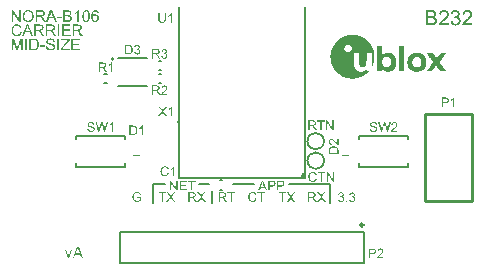
<source format=gto>
G04*
G04 #@! TF.GenerationSoftware,Altium Limited,Altium Designer,21.6.4 (81)*
G04*
G04 Layer_Color=65535*
%FSLAX44Y44*%
%MOMM*%
G71*
G04*
G04 #@! TF.SameCoordinates,75E8EA60-7A1B-4F35-BD82-ACC1B6EDD98F*
G04*
G04*
G04 #@! TF.FilePolarity,Positive*
G04*
G01*
G75*
%ADD10C,0.1270*%
%ADD11C,0.2540*%
%ADD12C,0.1275*%
%ADD13C,0.1016*%
%ADD14C,0.2000*%
%ADD15C,0.1520*%
G36*
X76104Y214859D02*
X76181D01*
X76280Y214845D01*
X76392Y214831D01*
X76519Y214810D01*
X76660Y214789D01*
X76800Y214754D01*
X76955Y214711D01*
X77110Y214655D01*
X77265Y214592D01*
X77427Y214522D01*
X77581Y214430D01*
X77729Y214332D01*
X77870Y214219D01*
X77877Y214212D01*
X77905Y214191D01*
X77940Y214149D01*
X77989Y214099D01*
X78046Y214036D01*
X78109Y213952D01*
X78179Y213860D01*
X78257Y213755D01*
X78334Y213635D01*
X78411Y213501D01*
X78489Y213354D01*
X78552Y213192D01*
X78623Y213023D01*
X78679Y212840D01*
X78721Y212643D01*
X78756Y212439D01*
X77567Y212348D01*
Y212355D01*
X77560Y212376D01*
X77553Y212418D01*
X77539Y212460D01*
X77518Y212523D01*
X77504Y212587D01*
X77448Y212742D01*
X77384Y212903D01*
X77307Y213072D01*
X77215Y213234D01*
X77166Y213304D01*
X77110Y213368D01*
X77103Y213375D01*
X77089Y213389D01*
X77061Y213417D01*
X77025Y213445D01*
X76976Y213487D01*
X76920Y213529D01*
X76857Y213579D01*
X76779Y213628D01*
X76695Y213670D01*
X76603Y213720D01*
X76512Y213762D01*
X76406Y213804D01*
X76294Y213832D01*
X76174Y213860D01*
X76048Y213874D01*
X75921Y213881D01*
X75865D01*
X75822Y213874D01*
X75773D01*
X75717Y213867D01*
X75654Y213853D01*
X75576Y213839D01*
X75421Y213804D01*
X75252Y213748D01*
X75084Y213663D01*
X74999Y213614D01*
X74915Y213558D01*
X74908Y213551D01*
X74894Y213537D01*
X74858Y213515D01*
X74823Y213480D01*
X74774Y213438D01*
X74718Y213389D01*
X74661Y213326D01*
X74591Y213255D01*
X74521Y213178D01*
X74450Y213086D01*
X74373Y212988D01*
X74303Y212882D01*
X74225Y212763D01*
X74155Y212636D01*
X74085Y212502D01*
X74021Y212362D01*
Y212355D01*
X74007Y212326D01*
X73993Y212277D01*
X73972Y212214D01*
X73944Y212136D01*
X73916Y212038D01*
X73888Y211918D01*
X73859Y211785D01*
X73831Y211637D01*
X73796Y211468D01*
X73768Y211278D01*
X73747Y211081D01*
X73726Y210863D01*
X73705Y210631D01*
X73698Y210378D01*
X73691Y210110D01*
X73698Y210117D01*
X73712Y210138D01*
X73733Y210173D01*
X73768Y210216D01*
X73810Y210272D01*
X73859Y210335D01*
X73916Y210406D01*
X73986Y210483D01*
X74056Y210560D01*
X74134Y210638D01*
X74317Y210800D01*
X74514Y210954D01*
X74626Y211025D01*
X74739Y211088D01*
X74746Y211095D01*
X74767Y211102D01*
X74802Y211116D01*
X74844Y211137D01*
X74908Y211166D01*
X74971Y211194D01*
X75048Y211222D01*
X75140Y211250D01*
X75231Y211278D01*
X75337Y211306D01*
X75555Y211362D01*
X75801Y211398D01*
X75928Y211412D01*
X76111D01*
X76174Y211405D01*
X76252Y211398D01*
X76357Y211384D01*
X76477Y211362D01*
X76610Y211334D01*
X76758Y211299D01*
X76913Y211257D01*
X77075Y211194D01*
X77244Y211123D01*
X77420Y211039D01*
X77588Y210933D01*
X77757Y210821D01*
X77926Y210680D01*
X78088Y210525D01*
X78095Y210518D01*
X78123Y210483D01*
X78165Y210434D01*
X78222Y210363D01*
X78285Y210279D01*
X78355Y210173D01*
X78433Y210054D01*
X78510Y209913D01*
X78587Y209758D01*
X78665Y209583D01*
X78735Y209400D01*
X78798Y209195D01*
X78855Y208977D01*
X78897Y208752D01*
X78925Y208506D01*
X78932Y208253D01*
Y208246D01*
Y208211D01*
Y208161D01*
X78925Y208098D01*
X78918Y208013D01*
X78911Y207922D01*
X78897Y207817D01*
X78883Y207697D01*
X78862Y207570D01*
X78834Y207437D01*
X78805Y207296D01*
X78763Y207148D01*
X78714Y207000D01*
X78665Y206853D01*
X78601Y206698D01*
X78531Y206550D01*
X78524Y206543D01*
X78510Y206515D01*
X78489Y206473D01*
X78461Y206423D01*
X78419Y206353D01*
X78369Y206276D01*
X78313Y206198D01*
X78250Y206107D01*
X78172Y206008D01*
X78095Y205910D01*
X78004Y205811D01*
X77905Y205713D01*
X77806Y205614D01*
X77694Y205516D01*
X77574Y205431D01*
X77448Y205347D01*
X77441Y205340D01*
X77420Y205326D01*
X77377Y205312D01*
X77328Y205284D01*
X77258Y205248D01*
X77180Y205213D01*
X77096Y205178D01*
X76990Y205143D01*
X76885Y205101D01*
X76765Y205065D01*
X76631Y205030D01*
X76498Y204995D01*
X76350Y204967D01*
X76202Y204953D01*
X76041Y204939D01*
X75879Y204932D01*
X75815D01*
X75780Y204939D01*
X75738D01*
X75632Y204946D01*
X75506Y204967D01*
X75358Y204988D01*
X75196Y205023D01*
X75013Y205072D01*
X74823Y205129D01*
X74626Y205199D01*
X74429Y205291D01*
X74225Y205396D01*
X74021Y205523D01*
X73817Y205671D01*
X73627Y205839D01*
X73444Y206029D01*
X73437Y206043D01*
X73402Y206079D01*
X73360Y206149D01*
X73296Y206240D01*
X73226Y206360D01*
X73184Y206430D01*
X73149Y206508D01*
X73106Y206592D01*
X73064Y206684D01*
X73015Y206789D01*
X72973Y206895D01*
X72931Y207007D01*
X72888Y207127D01*
X72839Y207261D01*
X72797Y207394D01*
X72762Y207542D01*
X72720Y207690D01*
X72684Y207852D01*
X72649Y208020D01*
X72614Y208196D01*
X72586Y208379D01*
X72565Y208569D01*
X72544Y208766D01*
X72523Y208977D01*
X72516Y209188D01*
X72502Y209414D01*
Y209646D01*
Y209653D01*
Y209681D01*
Y209716D01*
Y209772D01*
X72509Y209836D01*
Y209913D01*
X72516Y210005D01*
Y210110D01*
X72523Y210216D01*
X72537Y210342D01*
X72544Y210469D01*
X72558Y210610D01*
X72586Y210898D01*
X72635Y211215D01*
X72684Y211545D01*
X72755Y211890D01*
X72839Y212228D01*
X72938Y212566D01*
X73057Y212896D01*
X73198Y213206D01*
X73275Y213354D01*
X73360Y213487D01*
X73451Y213621D01*
X73543Y213748D01*
X73557Y213762D01*
X73585Y213797D01*
X73634Y213853D01*
X73712Y213923D01*
X73803Y214008D01*
X73909Y214099D01*
X74042Y214205D01*
X74190Y214310D01*
X74359Y214409D01*
X74542Y214515D01*
X74739Y214606D01*
X74957Y214690D01*
X75196Y214761D01*
X75442Y214817D01*
X75710Y214852D01*
X75991Y214866D01*
X76041D01*
X76104Y214859D01*
D02*
G37*
G36*
X47370Y208013D02*
X43683D01*
Y209217D01*
X47370D01*
Y208013D01*
D02*
G37*
G36*
X12669Y205094D02*
X11339D01*
X6238Y212735D01*
Y205094D01*
X5000D01*
Y214831D01*
X6323D01*
X11431Y207183D01*
Y214831D01*
X12669D01*
Y205094D01*
D02*
G37*
G36*
X61927D02*
X60731D01*
Y212706D01*
X60724Y212699D01*
X60710Y212685D01*
X60688Y212664D01*
X60653Y212636D01*
X60611Y212601D01*
X60555Y212551D01*
X60491Y212502D01*
X60428Y212446D01*
X60344Y212390D01*
X60259Y212319D01*
X60168Y212256D01*
X60069Y212179D01*
X59957Y212108D01*
X59844Y212031D01*
X59591Y211876D01*
X59584Y211869D01*
X59563Y211855D01*
X59520Y211834D01*
X59471Y211813D01*
X59415Y211778D01*
X59345Y211735D01*
X59260Y211693D01*
X59176Y211644D01*
X58979Y211545D01*
X58768Y211447D01*
X58549Y211348D01*
X58338Y211264D01*
Y212418D01*
X58352Y212425D01*
X58381Y212439D01*
X58437Y212467D01*
X58507Y212502D01*
X58592Y212544D01*
X58697Y212601D01*
X58810Y212664D01*
X58929Y212735D01*
X59063Y212819D01*
X59204Y212903D01*
X59499Y213100D01*
X59802Y213318D01*
X60090Y213558D01*
X60097Y213565D01*
X60125Y213586D01*
X60161Y213621D01*
X60210Y213670D01*
X60273Y213734D01*
X60344Y213804D01*
X60421Y213888D01*
X60505Y213973D01*
X60590Y214071D01*
X60681Y214177D01*
X60857Y214395D01*
X61019Y214627D01*
X61089Y214747D01*
X61153Y214866D01*
X61927D01*
Y205094D01*
D02*
G37*
G36*
X52618Y214824D02*
X52717D01*
X52822Y214817D01*
X52949Y214803D01*
X53076Y214796D01*
X53216Y214775D01*
X53364Y214761D01*
X53660Y214704D01*
X53955Y214627D01*
X54096Y214585D01*
X54222Y214529D01*
X54229D01*
X54251Y214515D01*
X54286Y214501D01*
X54335Y214472D01*
X54391Y214444D01*
X54455Y214402D01*
X54532Y214360D01*
X54609Y214303D01*
X54694Y214247D01*
X54778Y214177D01*
X54863Y214107D01*
X54954Y214022D01*
X55039Y213931D01*
X55123Y213839D01*
X55200Y213734D01*
X55278Y213621D01*
X55285Y213614D01*
X55292Y213593D01*
X55313Y213558D01*
X55341Y213515D01*
X55369Y213459D01*
X55397Y213389D01*
X55433Y213318D01*
X55475Y213234D01*
X55510Y213136D01*
X55545Y213037D01*
X55602Y212819D01*
X55651Y212580D01*
X55658Y212460D01*
X55665Y212333D01*
Y212326D01*
Y212305D01*
Y212270D01*
X55658Y212228D01*
Y212172D01*
X55644Y212108D01*
X55637Y212031D01*
X55623Y211954D01*
X55580Y211771D01*
X55517Y211574D01*
X55482Y211468D01*
X55433Y211369D01*
X55383Y211264D01*
X55320Y211159D01*
X55313Y211151D01*
X55306Y211137D01*
X55285Y211109D01*
X55257Y211067D01*
X55222Y211018D01*
X55179Y210968D01*
X55123Y210905D01*
X55067Y210842D01*
X54996Y210772D01*
X54926Y210701D01*
X54842Y210631D01*
X54750Y210553D01*
X54645Y210476D01*
X54539Y210406D01*
X54426Y210335D01*
X54300Y210272D01*
X54307D01*
X54342Y210258D01*
X54384Y210244D01*
X54448Y210223D01*
X54518Y210195D01*
X54602Y210159D01*
X54701Y210117D01*
X54799Y210061D01*
X54912Y210005D01*
X55024Y209941D01*
X55137Y209871D01*
X55250Y209786D01*
X55355Y209702D01*
X55468Y209604D01*
X55566Y209498D01*
X55658Y209385D01*
X55665Y209378D01*
X55679Y209357D01*
X55700Y209322D01*
X55735Y209273D01*
X55770Y209217D01*
X55813Y209146D01*
X55855Y209062D01*
X55897Y208970D01*
X55939Y208865D01*
X55988Y208752D01*
X56024Y208633D01*
X56059Y208499D01*
X56094Y208365D01*
X56115Y208218D01*
X56129Y208070D01*
X56136Y207915D01*
Y207908D01*
Y207887D01*
Y207845D01*
X56129Y207795D01*
Y207739D01*
X56122Y207669D01*
X56115Y207584D01*
X56101Y207500D01*
X56066Y207303D01*
X56009Y207085D01*
X55939Y206860D01*
X55841Y206634D01*
Y206627D01*
X55827Y206606D01*
X55813Y206578D01*
X55791Y206536D01*
X55763Y206487D01*
X55728Y206430D01*
X55644Y206304D01*
X55538Y206156D01*
X55419Y206008D01*
X55285Y205861D01*
X55130Y205734D01*
X55123D01*
X55109Y205720D01*
X55088Y205706D01*
X55053Y205685D01*
X55010Y205657D01*
X54961Y205628D01*
X54905Y205593D01*
X54842Y205558D01*
X54764Y205516D01*
X54687Y205481D01*
X54504Y205396D01*
X54300Y205326D01*
X54068Y205255D01*
X54061D01*
X54040Y205248D01*
X54004Y205241D01*
X53955Y205227D01*
X53892Y205220D01*
X53814Y205206D01*
X53730Y205192D01*
X53631Y205178D01*
X53526Y205157D01*
X53406Y205143D01*
X53273Y205129D01*
X53139Y205122D01*
X52991Y205108D01*
X52836Y205101D01*
X52667Y205094D01*
X48791D01*
Y214831D01*
X52541D01*
X52618Y214824D01*
D02*
G37*
G36*
X43282Y205094D02*
X41818D01*
X40693Y208042D01*
X36605D01*
X35542Y205094D01*
X34185D01*
X37920Y214831D01*
X39299D01*
X43282Y205094D01*
D02*
G37*
G36*
X29963Y214824D02*
X30076D01*
X30202Y214817D01*
X30336Y214810D01*
X30491Y214796D01*
X30645Y214782D01*
X30807Y214768D01*
X31138Y214719D01*
X31293Y214690D01*
X31448Y214655D01*
X31595Y214613D01*
X31729Y214564D01*
X31736D01*
X31757Y214550D01*
X31792Y214536D01*
X31842Y214515D01*
X31898Y214486D01*
X31961Y214444D01*
X32039Y214402D01*
X32116Y214353D01*
X32200Y214289D01*
X32292Y214226D01*
X32383Y214149D01*
X32475Y214064D01*
X32559Y213966D01*
X32651Y213867D01*
X32735Y213755D01*
X32812Y213635D01*
X32819Y213628D01*
X32834Y213607D01*
X32848Y213572D01*
X32876Y213522D01*
X32904Y213459D01*
X32939Y213382D01*
X32981Y213297D01*
X33017Y213206D01*
X33052Y213100D01*
X33094Y212988D01*
X33129Y212868D01*
X33157Y212742D01*
X33185Y212608D01*
X33207Y212467D01*
X33214Y212319D01*
X33221Y212172D01*
Y212157D01*
Y212129D01*
X33214Y212073D01*
Y211996D01*
X33200Y211911D01*
X33185Y211806D01*
X33164Y211693D01*
X33136Y211567D01*
X33101Y211433D01*
X33059Y211292D01*
X33003Y211144D01*
X32939Y210997D01*
X32862Y210849D01*
X32770Y210708D01*
X32665Y210560D01*
X32545Y210427D01*
X32538Y210420D01*
X32517Y210399D01*
X32475Y210363D01*
X32418Y210314D01*
X32348Y210258D01*
X32257Y210195D01*
X32158Y210124D01*
X32039Y210047D01*
X31898Y209969D01*
X31750Y209892D01*
X31574Y209822D01*
X31391Y209744D01*
X31187Y209681D01*
X30969Y209618D01*
X30730Y209568D01*
X30477Y209526D01*
X30484D01*
X30498Y209512D01*
X30526Y209505D01*
X30561Y209484D01*
X30603Y209463D01*
X30652Y209435D01*
X30765Y209371D01*
X30892Y209301D01*
X31018Y209217D01*
X31138Y209132D01*
X31251Y209041D01*
X31258Y209034D01*
X31279Y209020D01*
X31307Y208984D01*
X31349Y208949D01*
X31398Y208893D01*
X31455Y208837D01*
X31525Y208766D01*
X31595Y208682D01*
X31673Y208590D01*
X31757Y208492D01*
X31849Y208386D01*
X31940Y208274D01*
X32032Y208147D01*
X32130Y208020D01*
X32320Y207739D01*
X34002Y205094D01*
X32390D01*
X31103Y207120D01*
X31096Y207127D01*
X31075Y207155D01*
X31047Y207204D01*
X31011Y207261D01*
X30962Y207338D01*
X30906Y207422D01*
X30842Y207514D01*
X30779Y207612D01*
X30631Y207831D01*
X30477Y208056D01*
X30322Y208267D01*
X30244Y208365D01*
X30174Y208457D01*
X30167Y208464D01*
X30160Y208478D01*
X30139Y208499D01*
X30111Y208534D01*
X30040Y208619D01*
X29956Y208717D01*
X29850Y208823D01*
X29745Y208935D01*
X29632Y209034D01*
X29520Y209111D01*
X29506Y209118D01*
X29471Y209139D01*
X29414Y209174D01*
X29337Y209209D01*
X29252Y209252D01*
X29154Y209301D01*
X29048Y209336D01*
X28936Y209371D01*
X28929D01*
X28894Y209378D01*
X28837Y209385D01*
X28767Y209400D01*
X28668Y209407D01*
X28542Y209414D01*
X28394Y209421D01*
X26727D01*
Y205094D01*
X25439D01*
Y214831D01*
X29879D01*
X29963Y214824D01*
D02*
G37*
G36*
X68294Y214859D02*
X68357D01*
X68442Y214852D01*
X68526Y214838D01*
X68625Y214824D01*
X68836Y214789D01*
X69068Y214733D01*
X69307Y214655D01*
X69420Y214606D01*
X69532Y214550D01*
X69539D01*
X69560Y214536D01*
X69589Y214515D01*
X69631Y214493D01*
X69680Y214458D01*
X69736Y214416D01*
X69807Y214374D01*
X69877Y214317D01*
X70032Y214191D01*
X70194Y214029D01*
X70356Y213846D01*
X70503Y213635D01*
X70510Y213628D01*
X70517Y213607D01*
X70539Y213572D01*
X70567Y213529D01*
X70602Y213473D01*
X70637Y213403D01*
X70679Y213326D01*
X70721Y213234D01*
X70771Y213136D01*
X70820Y213023D01*
X70869Y212903D01*
X70925Y212777D01*
X70975Y212643D01*
X71017Y212502D01*
X71066Y212348D01*
X71108Y212193D01*
Y212186D01*
X71115Y212150D01*
X71129Y212108D01*
X71143Y212038D01*
X71158Y211954D01*
X71179Y211848D01*
X71200Y211728D01*
X71221Y211588D01*
X71242Y211433D01*
X71263Y211257D01*
X71284Y211067D01*
X71298Y210863D01*
X71312Y210645D01*
X71326Y210406D01*
X71333Y210159D01*
Y209892D01*
Y209885D01*
Y209871D01*
Y209850D01*
Y209815D01*
Y209779D01*
Y209730D01*
X71326Y209674D01*
Y209611D01*
X71319Y209463D01*
X71312Y209294D01*
X71305Y209111D01*
X71291Y208907D01*
X71270Y208689D01*
X71249Y208464D01*
X71186Y208006D01*
X71143Y207774D01*
X71094Y207549D01*
X71038Y207331D01*
X70975Y207127D01*
X70968Y207113D01*
X70961Y207078D01*
X70939Y207028D01*
X70911Y206951D01*
X70869Y206867D01*
X70827Y206761D01*
X70771Y206649D01*
X70714Y206529D01*
X70644Y206402D01*
X70560Y206269D01*
X70475Y206135D01*
X70384Y205994D01*
X70278Y205861D01*
X70166Y205734D01*
X70046Y205614D01*
X69919Y205502D01*
X69912Y205495D01*
X69884Y205481D01*
X69849Y205452D01*
X69793Y205410D01*
X69722Y205368D01*
X69645Y205319D01*
X69546Y205270D01*
X69441Y205220D01*
X69314Y205164D01*
X69181Y205115D01*
X69040Y205065D01*
X68885Y205023D01*
X68716Y204988D01*
X68540Y204960D01*
X68357Y204939D01*
X68160Y204932D01*
X68097D01*
X68027Y204939D01*
X67928Y204946D01*
X67809Y204960D01*
X67668Y204988D01*
X67520Y205016D01*
X67351Y205058D01*
X67175Y205108D01*
X67000Y205178D01*
X66817Y205255D01*
X66627Y205354D01*
X66444Y205466D01*
X66268Y205600D01*
X66099Y205755D01*
X65944Y205931D01*
Y205938D01*
X65937Y205945D01*
X65923Y205966D01*
X65902Y205987D01*
X65881Y206022D01*
X65853Y206064D01*
X65824Y206107D01*
X65796Y206163D01*
X65761Y206226D01*
X65719Y206297D01*
X65684Y206374D01*
X65642Y206458D01*
X65599Y206557D01*
X65557Y206656D01*
X65508Y206768D01*
X65466Y206881D01*
X65423Y207007D01*
X65374Y207141D01*
X65332Y207282D01*
X65290Y207437D01*
X65248Y207591D01*
X65212Y207760D01*
X65170Y207929D01*
X65135Y208119D01*
X65107Y208309D01*
X65079Y208506D01*
X65051Y208717D01*
X65029Y208935D01*
X65008Y209160D01*
X65001Y209393D01*
X64987Y209639D01*
Y209892D01*
Y209899D01*
Y209913D01*
Y209934D01*
Y209969D01*
Y210012D01*
Y210061D01*
X64994Y210117D01*
Y210180D01*
X65001Y210321D01*
X65008Y210490D01*
X65015Y210680D01*
X65029Y210884D01*
X65051Y211102D01*
X65072Y211327D01*
X65135Y211792D01*
X65177Y212024D01*
X65226Y212249D01*
X65276Y212467D01*
X65339Y212671D01*
X65346Y212685D01*
X65353Y212720D01*
X65374Y212770D01*
X65402Y212847D01*
X65444Y212931D01*
X65487Y213037D01*
X65543Y213150D01*
X65606Y213269D01*
X65670Y213396D01*
X65754Y213529D01*
X65839Y213670D01*
X65930Y213804D01*
X66036Y213938D01*
X66148Y214064D01*
X66268Y214184D01*
X66394Y214296D01*
X66401Y214303D01*
X66430Y214325D01*
X66465Y214353D01*
X66521Y214388D01*
X66591Y214430D01*
X66676Y214479D01*
X66767Y214529D01*
X66880Y214585D01*
X67000Y214634D01*
X67133Y214683D01*
X67281Y214733D01*
X67436Y214775D01*
X67604Y214817D01*
X67780Y214845D01*
X67963Y214859D01*
X68160Y214866D01*
X68238D01*
X68294Y214859D01*
D02*
G37*
G36*
X19233Y214993D02*
X19325D01*
X19445Y214979D01*
X19585Y214965D01*
X19740Y214944D01*
X19909Y214923D01*
X20092Y214887D01*
X20289Y214845D01*
X20493Y214789D01*
X20697Y214726D01*
X20908Y214655D01*
X21119Y214564D01*
X21330Y214465D01*
X21534Y214353D01*
X21548Y214346D01*
X21583Y214325D01*
X21640Y214289D01*
X21710Y214233D01*
X21802Y214170D01*
X21907Y214092D01*
X22020Y213994D01*
X22146Y213888D01*
X22280Y213769D01*
X22414Y213635D01*
X22554Y213487D01*
X22688Y213326D01*
X22822Y213150D01*
X22955Y212967D01*
X23075Y212770D01*
X23187Y212559D01*
X23195Y212544D01*
X23216Y212509D01*
X23244Y212446D01*
X23279Y212355D01*
X23321Y212249D01*
X23370Y212115D01*
X23420Y211968D01*
X23476Y211799D01*
X23525Y211616D01*
X23575Y211412D01*
X23624Y211201D01*
X23666Y210968D01*
X23708Y210729D01*
X23736Y210476D01*
X23750Y210216D01*
X23757Y209948D01*
Y209941D01*
Y209934D01*
Y209913D01*
Y209885D01*
Y209850D01*
X23750Y209800D01*
Y209695D01*
X23736Y209568D01*
X23729Y209421D01*
X23708Y209245D01*
X23680Y209062D01*
X23652Y208858D01*
X23610Y208647D01*
X23560Y208429D01*
X23504Y208203D01*
X23434Y207971D01*
X23356Y207746D01*
X23265Y207521D01*
X23159Y207296D01*
X23152Y207282D01*
X23131Y207247D01*
X23096Y207183D01*
X23047Y207106D01*
X22991Y207007D01*
X22913Y206895D01*
X22822Y206768D01*
X22723Y206634D01*
X22611Y206494D01*
X22484Y206353D01*
X22343Y206205D01*
X22195Y206057D01*
X22027Y205917D01*
X21851Y205776D01*
X21661Y205649D01*
X21464Y205530D01*
X21450Y205523D01*
X21414Y205502D01*
X21351Y205473D01*
X21274Y205438D01*
X21168Y205389D01*
X21049Y205340D01*
X20915Y205284D01*
X20760Y205234D01*
X20584Y205178D01*
X20401Y205122D01*
X20211Y205072D01*
X20000Y205023D01*
X19789Y204988D01*
X19564Y204960D01*
X19332Y204939D01*
X19100Y204932D01*
X19036D01*
X18966Y204939D01*
X18868Y204946D01*
X18748Y204953D01*
X18607Y204967D01*
X18445Y204988D01*
X18276Y205016D01*
X18087Y205051D01*
X17890Y205094D01*
X17686Y205150D01*
X17481Y205213D01*
X17270Y205284D01*
X17052Y205375D01*
X16841Y205473D01*
X16637Y205593D01*
X16623Y205600D01*
X16588Y205621D01*
X16532Y205664D01*
X16461Y205713D01*
X16370Y205783D01*
X16264Y205861D01*
X16152Y205959D01*
X16025Y206064D01*
X15898Y206191D01*
X15758Y206325D01*
X15624Y206473D01*
X15490Y206634D01*
X15357Y206810D01*
X15230Y206993D01*
X15110Y207190D01*
X14998Y207401D01*
X14991Y207415D01*
X14977Y207451D01*
X14949Y207514D01*
X14913Y207605D01*
X14871Y207711D01*
X14822Y207838D01*
X14773Y207978D01*
X14724Y208140D01*
X14667Y208316D01*
X14618Y208506D01*
X14569Y208703D01*
X14526Y208914D01*
X14491Y209139D01*
X14463Y209364D01*
X14449Y209597D01*
X14442Y209836D01*
Y209843D01*
Y209864D01*
Y209899D01*
Y209941D01*
X14449Y209998D01*
Y210068D01*
X14456Y210145D01*
X14463Y210237D01*
X14470Y210335D01*
X14484Y210441D01*
X14498Y210553D01*
X14512Y210673D01*
X14555Y210933D01*
X14604Y211215D01*
X14674Y211517D01*
X14759Y211827D01*
X14864Y212143D01*
X14991Y212460D01*
X15139Y212770D01*
X15315Y213072D01*
X15413Y213220D01*
X15511Y213361D01*
X15624Y213494D01*
X15744Y213628D01*
X15751Y213635D01*
X15758Y213642D01*
X15779Y213663D01*
X15807Y213684D01*
X15835Y213720D01*
X15877Y213755D01*
X15983Y213846D01*
X16109Y213945D01*
X16264Y214064D01*
X16447Y214184D01*
X16651Y214317D01*
X16883Y214444D01*
X17137Y214564D01*
X17411Y214683D01*
X17707Y214789D01*
X18030Y214873D01*
X18368Y214944D01*
X18544Y214965D01*
X18727Y214986D01*
X18910Y214993D01*
X19100Y215000D01*
X19163D01*
X19233Y214993D01*
D02*
G37*
G36*
X9735Y202977D02*
X9841Y202970D01*
X9967Y202963D01*
X10108Y202942D01*
X10270Y202921D01*
X10453Y202893D01*
X10643Y202851D01*
X10840Y202801D01*
X11044Y202745D01*
X11248Y202668D01*
X11452Y202583D01*
X11663Y202485D01*
X11860Y202372D01*
X12050Y202239D01*
X12064Y202231D01*
X12092Y202203D01*
X12148Y202161D01*
X12212Y202098D01*
X12296Y202027D01*
X12388Y201929D01*
X12486Y201823D01*
X12599Y201697D01*
X12711Y201556D01*
X12831Y201401D01*
X12943Y201225D01*
X13056Y201042D01*
X13169Y200838D01*
X13267Y200620D01*
X13366Y200388D01*
X13443Y200142D01*
X12177Y199846D01*
X12170Y199860D01*
X12162Y199895D01*
X12141Y199945D01*
X12113Y200022D01*
X12078Y200107D01*
X12036Y200205D01*
X11980Y200318D01*
X11923Y200437D01*
X11860Y200564D01*
X11782Y200691D01*
X11705Y200817D01*
X11614Y200951D01*
X11515Y201070D01*
X11417Y201190D01*
X11304Y201296D01*
X11185Y201394D01*
X11177Y201401D01*
X11156Y201415D01*
X11121Y201436D01*
X11072Y201472D01*
X11009Y201507D01*
X10931Y201549D01*
X10840Y201591D01*
X10741Y201640D01*
X10629Y201683D01*
X10509Y201725D01*
X10375Y201767D01*
X10235Y201802D01*
X10080Y201837D01*
X9918Y201859D01*
X9749Y201873D01*
X9566Y201880D01*
X9461D01*
X9383Y201873D01*
X9285Y201866D01*
X9172Y201852D01*
X9046Y201837D01*
X8912Y201809D01*
X8764Y201781D01*
X8616Y201746D01*
X8462Y201704D01*
X8300Y201654D01*
X8145Y201591D01*
X7990Y201514D01*
X7835Y201436D01*
X7688Y201338D01*
X7681Y201331D01*
X7653Y201317D01*
X7617Y201282D01*
X7568Y201239D01*
X7505Y201183D01*
X7434Y201120D01*
X7357Y201042D01*
X7273Y200958D01*
X7188Y200859D01*
X7097Y200754D01*
X7012Y200634D01*
X6928Y200501D01*
X6843Y200367D01*
X6766Y200219D01*
X6696Y200064D01*
X6632Y199895D01*
Y199888D01*
X6618Y199853D01*
X6604Y199804D01*
X6583Y199741D01*
X6562Y199656D01*
X6534Y199558D01*
X6513Y199445D01*
X6485Y199319D01*
X6456Y199185D01*
X6428Y199037D01*
X6400Y198882D01*
X6379Y198721D01*
X6344Y198383D01*
X6337Y198207D01*
X6330Y198024D01*
Y198010D01*
Y197968D01*
Y197904D01*
X6337Y197813D01*
X6344Y197707D01*
X6351Y197581D01*
X6358Y197440D01*
X6372Y197292D01*
X6393Y197123D01*
X6414Y196947D01*
X6485Y196589D01*
X6520Y196399D01*
X6569Y196216D01*
X6625Y196033D01*
X6689Y195857D01*
X6696Y195850D01*
X6703Y195815D01*
X6724Y195773D01*
X6759Y195709D01*
X6794Y195632D01*
X6843Y195540D01*
X6900Y195442D01*
X6963Y195336D01*
X7040Y195231D01*
X7125Y195118D01*
X7216Y194999D01*
X7315Y194886D01*
X7427Y194774D01*
X7547Y194668D01*
X7674Y194569D01*
X7814Y194478D01*
X7821Y194471D01*
X7850Y194457D01*
X7892Y194436D01*
X7948Y194408D01*
X8018Y194372D01*
X8103Y194330D01*
X8201Y194295D01*
X8307Y194253D01*
X8426Y194204D01*
X8553Y194168D01*
X8694Y194126D01*
X8834Y194091D01*
X8989Y194063D01*
X9144Y194042D01*
X9306Y194028D01*
X9468Y194021D01*
X9517D01*
X9573Y194028D01*
X9651D01*
X9742Y194042D01*
X9848Y194056D01*
X9974Y194070D01*
X10101Y194098D01*
X10242Y194133D01*
X10389Y194175D01*
X10544Y194225D01*
X10699Y194281D01*
X10854Y194351D01*
X11009Y194436D01*
X11156Y194534D01*
X11304Y194640D01*
X11311Y194647D01*
X11339Y194668D01*
X11374Y194703D01*
X11424Y194759D01*
X11487Y194823D01*
X11557Y194900D01*
X11635Y194999D01*
X11712Y195104D01*
X11797Y195231D01*
X11881Y195364D01*
X11973Y195519D01*
X12050Y195688D01*
X12134Y195864D01*
X12205Y196061D01*
X12268Y196265D01*
X12324Y196490D01*
X13612Y196167D01*
Y196159D01*
X13605Y196145D01*
X13598Y196124D01*
X13591Y196096D01*
X13584Y196061D01*
X13570Y196012D01*
X13534Y195906D01*
X13485Y195773D01*
X13429Y195625D01*
X13359Y195456D01*
X13274Y195273D01*
X13183Y195076D01*
X13077Y194879D01*
X12958Y194682D01*
X12824Y194478D01*
X12676Y194281D01*
X12514Y194091D01*
X12338Y193915D01*
X12148Y193746D01*
X12134Y193739D01*
X12099Y193711D01*
X12043Y193669D01*
X11958Y193620D01*
X11860Y193556D01*
X11733Y193486D01*
X11593Y193409D01*
X11431Y193331D01*
X11255Y193254D01*
X11058Y193176D01*
X10847Y193106D01*
X10622Y193043D01*
X10375Y192993D01*
X10122Y192951D01*
X9855Y192923D01*
X9573Y192916D01*
X9468D01*
X9419Y192923D01*
X9313D01*
X9179Y192937D01*
X9025Y192951D01*
X8849Y192972D01*
X8666Y192993D01*
X8462Y193029D01*
X8258Y193071D01*
X8040Y193127D01*
X7828Y193183D01*
X7617Y193261D01*
X7406Y193345D01*
X7202Y193444D01*
X7012Y193556D01*
X6998Y193563D01*
X6970Y193584D01*
X6921Y193627D01*
X6850Y193676D01*
X6766Y193739D01*
X6675Y193824D01*
X6569Y193915D01*
X6456Y194028D01*
X6337Y194154D01*
X6217Y194288D01*
X6090Y194443D01*
X5964Y194605D01*
X5844Y194788D01*
X5725Y194977D01*
X5612Y195189D01*
X5514Y195407D01*
Y195414D01*
X5507Y195421D01*
X5493Y195463D01*
X5464Y195526D01*
X5436Y195618D01*
X5394Y195730D01*
X5352Y195864D01*
X5303Y196019D01*
X5260Y196188D01*
X5211Y196378D01*
X5162Y196582D01*
X5120Y196793D01*
X5077Y197025D01*
X5049Y197257D01*
X5021Y197503D01*
X5007Y197757D01*
X5000Y198017D01*
Y198024D01*
Y198038D01*
Y198059D01*
Y198087D01*
Y198123D01*
X5007Y198165D01*
Y198270D01*
X5021Y198404D01*
X5028Y198559D01*
X5049Y198735D01*
X5070Y198925D01*
X5106Y199122D01*
X5141Y199333D01*
X5190Y199558D01*
X5246Y199783D01*
X5310Y200008D01*
X5387Y200233D01*
X5478Y200451D01*
X5577Y200669D01*
X5584Y200683D01*
X5605Y200719D01*
X5640Y200775D01*
X5683Y200859D01*
X5746Y200951D01*
X5816Y201056D01*
X5908Y201183D01*
X6006Y201310D01*
X6112Y201443D01*
X6238Y201591D01*
X6372Y201732D01*
X6520Y201873D01*
X6682Y202013D01*
X6850Y202147D01*
X7033Y202274D01*
X7230Y202393D01*
X7244Y202400D01*
X7280Y202421D01*
X7336Y202449D01*
X7420Y202485D01*
X7519Y202534D01*
X7638Y202583D01*
X7779Y202633D01*
X7927Y202689D01*
X8096Y202745D01*
X8279Y202794D01*
X8476Y202851D01*
X8680Y202893D01*
X8898Y202928D01*
X9123Y202956D01*
X9355Y202977D01*
X9594Y202984D01*
X9693D01*
X9735Y202977D01*
D02*
G37*
G36*
X61301Y202808D02*
X61413D01*
X61540Y202801D01*
X61673Y202794D01*
X61828Y202780D01*
X61983Y202766D01*
X62145Y202752D01*
X62475Y202703D01*
X62630Y202675D01*
X62785Y202640D01*
X62933Y202597D01*
X63066Y202548D01*
X63074D01*
X63095Y202534D01*
X63130Y202520D01*
X63179Y202499D01*
X63235Y202471D01*
X63299Y202428D01*
X63376Y202386D01*
X63453Y202337D01*
X63538Y202274D01*
X63629Y202210D01*
X63721Y202133D01*
X63812Y202048D01*
X63897Y201950D01*
X63988Y201852D01*
X64073Y201739D01*
X64150Y201619D01*
X64157Y201612D01*
X64171Y201591D01*
X64185Y201556D01*
X64213Y201507D01*
X64241Y201443D01*
X64277Y201366D01*
X64319Y201282D01*
X64354Y201190D01*
X64389Y201085D01*
X64431Y200972D01*
X64467Y200852D01*
X64495Y200726D01*
X64523Y200592D01*
X64544Y200451D01*
X64551Y200304D01*
X64558Y200156D01*
Y200142D01*
Y200114D01*
X64551Y200057D01*
Y199980D01*
X64537Y199895D01*
X64523Y199790D01*
X64502Y199677D01*
X64474Y199551D01*
X64438Y199417D01*
X64396Y199276D01*
X64340Y199129D01*
X64277Y198981D01*
X64199Y198833D01*
X64108Y198692D01*
X64002Y198545D01*
X63883Y198411D01*
X63876Y198404D01*
X63854Y198383D01*
X63812Y198348D01*
X63756Y198298D01*
X63686Y198242D01*
X63594Y198179D01*
X63496Y198108D01*
X63376Y198031D01*
X63235Y197954D01*
X63088Y197876D01*
X62912Y197806D01*
X62729Y197729D01*
X62525Y197665D01*
X62307Y197602D01*
X62067Y197553D01*
X61814Y197510D01*
X61821D01*
X61835Y197496D01*
X61863Y197489D01*
X61898Y197468D01*
X61941Y197447D01*
X61990Y197419D01*
X62102Y197356D01*
X62229Y197285D01*
X62356Y197201D01*
X62475Y197116D01*
X62588Y197025D01*
X62595Y197018D01*
X62616Y197004D01*
X62644Y196969D01*
X62687Y196933D01*
X62736Y196877D01*
X62792Y196821D01*
X62862Y196751D01*
X62933Y196666D01*
X63010Y196575D01*
X63095Y196476D01*
X63186Y196371D01*
X63278Y196258D01*
X63369Y196131D01*
X63467Y196005D01*
X63657Y195723D01*
X65339Y193078D01*
X63728D01*
X62440Y195104D01*
X62433Y195111D01*
X62412Y195139D01*
X62384Y195189D01*
X62349Y195245D01*
X62299Y195322D01*
X62243Y195407D01*
X62180Y195498D01*
X62117Y195597D01*
X61969Y195815D01*
X61814Y196040D01*
X61659Y196251D01*
X61582Y196350D01*
X61512Y196441D01*
X61505Y196448D01*
X61498Y196462D01*
X61476Y196483D01*
X61448Y196518D01*
X61378Y196603D01*
X61293Y196701D01*
X61188Y196807D01*
X61082Y196919D01*
X60970Y197018D01*
X60857Y197095D01*
X60843Y197102D01*
X60808Y197123D01*
X60752Y197159D01*
X60674Y197194D01*
X60590Y197236D01*
X60491Y197285D01*
X60386Y197320D01*
X60273Y197356D01*
X60266D01*
X60231Y197363D01*
X60175Y197370D01*
X60104Y197384D01*
X60006Y197391D01*
X59879Y197398D01*
X59731Y197405D01*
X58064D01*
Y193078D01*
X56776D01*
Y202815D01*
X61216D01*
X61301Y202808D01*
D02*
G37*
G36*
X54750Y201669D02*
X49002D01*
Y198685D01*
X54384D01*
Y197539D01*
X49002D01*
Y194225D01*
X54975D01*
Y193078D01*
X47714D01*
Y202815D01*
X54750D01*
Y201669D01*
D02*
G37*
G36*
X45414Y193078D02*
X44126D01*
Y202815D01*
X45414D01*
Y193078D01*
D02*
G37*
G36*
X38631Y202808D02*
X38744D01*
X38870Y202801D01*
X39004Y202794D01*
X39159Y202780D01*
X39314Y202766D01*
X39475Y202752D01*
X39806Y202703D01*
X39961Y202675D01*
X40116Y202640D01*
X40263Y202597D01*
X40397Y202548D01*
X40404D01*
X40425Y202534D01*
X40460Y202520D01*
X40510Y202499D01*
X40566Y202471D01*
X40629Y202428D01*
X40707Y202386D01*
X40784Y202337D01*
X40869Y202274D01*
X40960Y202210D01*
X41051Y202133D01*
X41143Y202048D01*
X41227Y201950D01*
X41319Y201852D01*
X41403Y201739D01*
X41481Y201619D01*
X41488Y201612D01*
X41502Y201591D01*
X41516Y201556D01*
X41544Y201507D01*
X41572Y201443D01*
X41607Y201366D01*
X41649Y201282D01*
X41685Y201190D01*
X41720Y201085D01*
X41762Y200972D01*
X41797Y200852D01*
X41825Y200726D01*
X41853Y200592D01*
X41875Y200451D01*
X41882Y200304D01*
X41889Y200156D01*
Y200142D01*
Y200114D01*
X41882Y200057D01*
Y199980D01*
X41868Y199895D01*
X41853Y199790D01*
X41832Y199677D01*
X41804Y199551D01*
X41769Y199417D01*
X41727Y199276D01*
X41671Y199129D01*
X41607Y198981D01*
X41530Y198833D01*
X41438Y198692D01*
X41333Y198545D01*
X41213Y198411D01*
X41206Y198404D01*
X41185Y198383D01*
X41143Y198348D01*
X41087Y198298D01*
X41016Y198242D01*
X40925Y198179D01*
X40826Y198108D01*
X40707Y198031D01*
X40566Y197954D01*
X40418Y197876D01*
X40242Y197806D01*
X40059Y197729D01*
X39855Y197665D01*
X39637Y197602D01*
X39398Y197553D01*
X39145Y197510D01*
X39152D01*
X39166Y197496D01*
X39194Y197489D01*
X39229Y197468D01*
X39271Y197447D01*
X39321Y197419D01*
X39433Y197356D01*
X39560Y197285D01*
X39687Y197201D01*
X39806Y197116D01*
X39919Y197025D01*
X39926Y197018D01*
X39947Y197004D01*
X39975Y196969D01*
X40017Y196933D01*
X40066Y196877D01*
X40123Y196821D01*
X40193Y196751D01*
X40263Y196666D01*
X40341Y196575D01*
X40425Y196476D01*
X40517Y196371D01*
X40608Y196258D01*
X40700Y196131D01*
X40798Y196005D01*
X40988Y195723D01*
X42670Y193078D01*
X41059D01*
X39771Y195104D01*
X39764Y195111D01*
X39743Y195139D01*
X39715Y195189D01*
X39679Y195245D01*
X39630Y195322D01*
X39574Y195407D01*
X39511Y195498D01*
X39447Y195597D01*
X39299Y195815D01*
X39145Y196040D01*
X38990Y196251D01*
X38912Y196350D01*
X38842Y196441D01*
X38835Y196448D01*
X38828Y196462D01*
X38807Y196483D01*
X38779Y196518D01*
X38709Y196603D01*
X38624Y196701D01*
X38519Y196807D01*
X38413Y196919D01*
X38300Y197018D01*
X38188Y197095D01*
X38174Y197102D01*
X38139Y197123D01*
X38082Y197159D01*
X38005Y197194D01*
X37920Y197236D01*
X37822Y197285D01*
X37717Y197320D01*
X37604Y197356D01*
X37597D01*
X37562Y197363D01*
X37505Y197370D01*
X37435Y197384D01*
X37336Y197391D01*
X37210Y197398D01*
X37062Y197405D01*
X35395D01*
Y193078D01*
X34107D01*
Y202815D01*
X38547D01*
X38631Y202808D01*
D02*
G37*
G36*
X28809D02*
X28922D01*
X29048Y202801D01*
X29182Y202794D01*
X29337Y202780D01*
X29492Y202766D01*
X29653Y202752D01*
X29984Y202703D01*
X30139Y202675D01*
X30294Y202640D01*
X30441Y202597D01*
X30575Y202548D01*
X30582D01*
X30603Y202534D01*
X30638Y202520D01*
X30688Y202499D01*
X30744Y202471D01*
X30807Y202428D01*
X30885Y202386D01*
X30962Y202337D01*
X31047Y202274D01*
X31138Y202210D01*
X31230Y202133D01*
X31321Y202048D01*
X31405Y201950D01*
X31497Y201852D01*
X31581Y201739D01*
X31659Y201619D01*
X31666Y201612D01*
X31680Y201591D01*
X31694Y201556D01*
X31722Y201507D01*
X31750Y201443D01*
X31785Y201366D01*
X31827Y201282D01*
X31863Y201190D01*
X31898Y201085D01*
X31940Y200972D01*
X31975Y200852D01*
X32003Y200726D01*
X32032Y200592D01*
X32053Y200451D01*
X32060Y200304D01*
X32067Y200156D01*
Y200142D01*
Y200114D01*
X32060Y200057D01*
Y199980D01*
X32046Y199895D01*
X32032Y199790D01*
X32010Y199677D01*
X31982Y199551D01*
X31947Y199417D01*
X31905Y199276D01*
X31849Y199129D01*
X31785Y198981D01*
X31708Y198833D01*
X31616Y198692D01*
X31511Y198545D01*
X31391Y198411D01*
X31384Y198404D01*
X31363Y198383D01*
X31321Y198348D01*
X31265Y198298D01*
X31194Y198242D01*
X31103Y198179D01*
X31004Y198108D01*
X30885Y198031D01*
X30744Y197954D01*
X30596Y197876D01*
X30420Y197806D01*
X30237Y197729D01*
X30033Y197665D01*
X29815Y197602D01*
X29576Y197553D01*
X29323Y197510D01*
X29330D01*
X29344Y197496D01*
X29372Y197489D01*
X29407Y197468D01*
X29449Y197447D01*
X29499Y197419D01*
X29611Y197356D01*
X29738Y197285D01*
X29864Y197201D01*
X29984Y197116D01*
X30097Y197025D01*
X30104Y197018D01*
X30125Y197004D01*
X30153Y196969D01*
X30195Y196933D01*
X30244Y196877D01*
X30301Y196821D01*
X30371Y196751D01*
X30441Y196666D01*
X30519Y196575D01*
X30603Y196476D01*
X30695Y196371D01*
X30786Y196258D01*
X30878Y196131D01*
X30976Y196005D01*
X31166Y195723D01*
X32848Y193078D01*
X31237D01*
X29949Y195104D01*
X29942Y195111D01*
X29921Y195139D01*
X29893Y195189D01*
X29857Y195245D01*
X29808Y195322D01*
X29752Y195407D01*
X29689Y195498D01*
X29625Y195597D01*
X29478Y195815D01*
X29323Y196040D01*
X29168Y196251D01*
X29091Y196350D01*
X29020Y196441D01*
X29013Y196448D01*
X29006Y196462D01*
X28985Y196483D01*
X28957Y196518D01*
X28886Y196603D01*
X28802Y196701D01*
X28697Y196807D01*
X28591Y196919D01*
X28479Y197018D01*
X28366Y197095D01*
X28352Y197102D01*
X28317Y197123D01*
X28260Y197159D01*
X28183Y197194D01*
X28098Y197236D01*
X28000Y197285D01*
X27894Y197320D01*
X27782Y197356D01*
X27775D01*
X27740Y197363D01*
X27683Y197370D01*
X27613Y197384D01*
X27515Y197391D01*
X27388Y197398D01*
X27240Y197405D01*
X25573D01*
Y193078D01*
X24285D01*
Y202815D01*
X28725D01*
X28809Y202808D01*
D02*
G37*
G36*
X23237Y193078D02*
X21773D01*
X20648Y196026D01*
X16560D01*
X15497Y193078D01*
X14139D01*
X17875Y202815D01*
X19254D01*
X23237Y193078D01*
D02*
G37*
G36*
X38040Y190961D02*
X38132D01*
X38244Y190947D01*
X38364Y190940D01*
X38505Y190926D01*
X38645Y190905D01*
X38800Y190884D01*
X39117Y190821D01*
X39285Y190779D01*
X39447Y190736D01*
X39609Y190680D01*
X39764Y190617D01*
X39771Y190610D01*
X39799Y190603D01*
X39841Y190581D01*
X39898Y190553D01*
X39968Y190518D01*
X40045Y190469D01*
X40137Y190420D01*
X40228Y190356D01*
X40334Y190293D01*
X40432Y190216D01*
X40538Y190131D01*
X40643Y190040D01*
X40749Y189941D01*
X40847Y189829D01*
X40946Y189716D01*
X41030Y189590D01*
X41037Y189583D01*
X41051Y189561D01*
X41073Y189519D01*
X41101Y189470D01*
X41136Y189407D01*
X41178Y189329D01*
X41213Y189245D01*
X41262Y189146D01*
X41305Y189041D01*
X41347Y188921D01*
X41389Y188794D01*
X41424Y188661D01*
X41459Y188520D01*
X41488Y188372D01*
X41502Y188218D01*
X41516Y188063D01*
X40278Y187971D01*
Y187985D01*
X40271Y188013D01*
X40263Y188063D01*
X40249Y188126D01*
X40235Y188196D01*
X40214Y188288D01*
X40186Y188386D01*
X40151Y188492D01*
X40116Y188605D01*
X40066Y188717D01*
X40010Y188830D01*
X39947Y188949D01*
X39876Y189062D01*
X39792Y189167D01*
X39701Y189273D01*
X39602Y189364D01*
X39595Y189371D01*
X39574Y189385D01*
X39546Y189407D01*
X39497Y189442D01*
X39433Y189477D01*
X39363Y189512D01*
X39278Y189554D01*
X39180Y189604D01*
X39067Y189646D01*
X38941Y189688D01*
X38800Y189723D01*
X38652Y189765D01*
X38483Y189793D01*
X38307Y189815D01*
X38117Y189829D01*
X37913Y189836D01*
X37801D01*
X37724Y189829D01*
X37625Y189822D01*
X37520Y189815D01*
X37393Y189801D01*
X37266Y189779D01*
X36985Y189730D01*
X36844Y189695D01*
X36703Y189653D01*
X36570Y189604D01*
X36436Y189547D01*
X36316Y189484D01*
X36211Y189407D01*
X36204Y189400D01*
X36190Y189385D01*
X36161Y189364D01*
X36126Y189329D01*
X36091Y189287D01*
X36042Y189238D01*
X36000Y189181D01*
X35951Y189118D01*
X35901Y189048D01*
X35852Y188963D01*
X35768Y188787D01*
X35732Y188696D01*
X35704Y188590D01*
X35690Y188485D01*
X35683Y188372D01*
Y188365D01*
Y188351D01*
Y188323D01*
X35690Y188288D01*
X35697Y188239D01*
X35704Y188189D01*
X35732Y188070D01*
X35775Y187929D01*
X35838Y187788D01*
X35880Y187711D01*
X35936Y187641D01*
X35993Y187570D01*
X36056Y187507D01*
X36063Y187500D01*
X36077Y187493D01*
X36098Y187472D01*
X36140Y187451D01*
X36190Y187415D01*
X36260Y187380D01*
X36337Y187338D01*
X36436Y187289D01*
X36556Y187239D01*
X36689Y187183D01*
X36851Y187127D01*
X37027Y187064D01*
X37231Y187000D01*
X37456Y186937D01*
X37709Y186874D01*
X37991Y186803D01*
X37998D01*
X38012Y186796D01*
X38033D01*
X38061Y186789D01*
X38096Y186782D01*
X38139Y186768D01*
X38244Y186747D01*
X38371Y186712D01*
X38519Y186677D01*
X38680Y186642D01*
X38849Y186592D01*
X39208Y186501D01*
X39384Y186451D01*
X39560Y186395D01*
X39729Y186346D01*
X39883Y186290D01*
X40024Y186240D01*
X40144Y186191D01*
X40151Y186184D01*
X40179Y186170D01*
X40228Y186149D01*
X40285Y186121D01*
X40355Y186079D01*
X40432Y186036D01*
X40524Y185980D01*
X40622Y185917D01*
X40721Y185854D01*
X40826Y185776D01*
X41037Y185607D01*
X41234Y185410D01*
X41319Y185305D01*
X41403Y185192D01*
X41410Y185185D01*
X41424Y185164D01*
X41438Y185129D01*
X41466Y185087D01*
X41495Y185030D01*
X41530Y184960D01*
X41572Y184883D01*
X41607Y184798D01*
X41642Y184700D01*
X41685Y184594D01*
X41720Y184482D01*
X41748Y184355D01*
X41776Y184228D01*
X41797Y184095D01*
X41804Y183961D01*
X41811Y183813D01*
Y183806D01*
Y183778D01*
Y183736D01*
X41804Y183679D01*
X41797Y183609D01*
X41790Y183532D01*
X41776Y183440D01*
X41755Y183335D01*
X41734Y183229D01*
X41699Y183109D01*
X41663Y182990D01*
X41621Y182863D01*
X41572Y182737D01*
X41509Y182603D01*
X41438Y182476D01*
X41361Y182343D01*
X41354Y182336D01*
X41340Y182314D01*
X41312Y182279D01*
X41277Y182230D01*
X41234Y182174D01*
X41178Y182103D01*
X41115Y182033D01*
X41037Y181956D01*
X40953Y181871D01*
X40854Y181787D01*
X40749Y181695D01*
X40636Y181604D01*
X40517Y181519D01*
X40383Y181435D01*
X40242Y181358D01*
X40087Y181280D01*
X40080Y181273D01*
X40052Y181266D01*
X40003Y181245D01*
X39940Y181224D01*
X39862Y181196D01*
X39771Y181161D01*
X39665Y181125D01*
X39546Y181090D01*
X39412Y181055D01*
X39264Y181020D01*
X39109Y180992D01*
X38948Y180957D01*
X38779Y180935D01*
X38596Y180914D01*
X38406Y180907D01*
X38216Y180900D01*
X38089D01*
X37998Y180907D01*
X37885Y180914D01*
X37752Y180921D01*
X37604Y180935D01*
X37442Y180949D01*
X37273Y180971D01*
X37097Y180992D01*
X36724Y181062D01*
X36534Y181104D01*
X36351Y181154D01*
X36169Y181217D01*
X36000Y181280D01*
X35993Y181287D01*
X35958Y181301D01*
X35915Y181322D01*
X35852Y181351D01*
X35775Y181393D01*
X35690Y181442D01*
X35592Y181505D01*
X35493Y181569D01*
X35381Y181646D01*
X35268Y181730D01*
X35148Y181829D01*
X35036Y181935D01*
X34916Y182047D01*
X34804Y182167D01*
X34698Y182300D01*
X34600Y182441D01*
X34593Y182448D01*
X34578Y182476D01*
X34550Y182519D01*
X34522Y182575D01*
X34480Y182652D01*
X34438Y182737D01*
X34388Y182835D01*
X34346Y182948D01*
X34297Y183074D01*
X34248Y183208D01*
X34206Y183356D01*
X34163Y183503D01*
X34128Y183665D01*
X34100Y183834D01*
X34079Y184010D01*
X34072Y184193D01*
X35289Y184299D01*
Y184291D01*
X35296Y184263D01*
Y184228D01*
X35310Y184179D01*
X35317Y184116D01*
X35331Y184038D01*
X35352Y183961D01*
X35373Y183869D01*
X35423Y183679D01*
X35493Y183475D01*
X35578Y183278D01*
X35683Y183088D01*
X35690Y183081D01*
X35697Y183067D01*
X35718Y183046D01*
X35746Y183011D01*
X35775Y182969D01*
X35817Y182927D01*
X35866Y182877D01*
X35922Y182821D01*
X35986Y182765D01*
X36063Y182701D01*
X36140Y182638D01*
X36232Y182575D01*
X36323Y182512D01*
X36429Y182448D01*
X36542Y182392D01*
X36661Y182336D01*
X36668D01*
X36689Y182321D01*
X36731Y182307D01*
X36781Y182293D01*
X36844Y182272D01*
X36914Y182244D01*
X37006Y182216D01*
X37097Y182195D01*
X37203Y182167D01*
X37322Y182139D01*
X37442Y182118D01*
X37576Y182089D01*
X37857Y182061D01*
X38160Y182047D01*
X38230D01*
X38286Y182054D01*
X38350D01*
X38420Y182061D01*
X38505Y182068D01*
X38596Y182075D01*
X38800Y182103D01*
X39018Y182139D01*
X39236Y182195D01*
X39454Y182265D01*
X39461D01*
X39482Y182272D01*
X39511Y182286D01*
X39546Y182307D01*
X39595Y182328D01*
X39644Y182357D01*
X39771Y182420D01*
X39905Y182504D01*
X40045Y182610D01*
X40179Y182730D01*
X40292Y182863D01*
Y182870D01*
X40306Y182884D01*
X40320Y182906D01*
X40334Y182934D01*
X40355Y182969D01*
X40383Y183011D01*
X40432Y183117D01*
X40482Y183236D01*
X40531Y183377D01*
X40559Y183539D01*
X40573Y183701D01*
Y183708D01*
Y183722D01*
Y183743D01*
X40566Y183778D01*
Y183820D01*
X40559Y183862D01*
X40538Y183975D01*
X40510Y184095D01*
X40460Y184228D01*
X40390Y184362D01*
X40299Y184496D01*
Y184503D01*
X40285Y184510D01*
X40249Y184552D01*
X40179Y184615D01*
X40137Y184657D01*
X40087Y184700D01*
X40031Y184742D01*
X39968Y184791D01*
X39898Y184840D01*
X39813Y184890D01*
X39729Y184939D01*
X39630Y184988D01*
X39532Y185030D01*
X39419Y185079D01*
X39412D01*
X39398Y185087D01*
X39377Y185094D01*
X39335Y185108D01*
X39285Y185122D01*
X39229Y185143D01*
X39152Y185164D01*
X39060Y185192D01*
X38948Y185227D01*
X38828Y185263D01*
X38687Y185298D01*
X38526Y185340D01*
X38350Y185389D01*
X38146Y185438D01*
X37927Y185495D01*
X37688Y185551D01*
X37681D01*
X37674Y185558D01*
X37653D01*
X37632Y185565D01*
X37562Y185586D01*
X37470Y185607D01*
X37365Y185635D01*
X37238Y185671D01*
X37097Y185706D01*
X36957Y185748D01*
X36647Y185839D01*
X36337Y185945D01*
X36190Y186001D01*
X36049Y186057D01*
X35929Y186107D01*
X35817Y186163D01*
X35810Y186170D01*
X35789Y186177D01*
X35754Y186198D01*
X35704Y186226D01*
X35648Y186262D01*
X35578Y186311D01*
X35507Y186360D01*
X35423Y186416D01*
X35254Y186543D01*
X35085Y186698D01*
X34916Y186874D01*
X34846Y186972D01*
X34776Y187071D01*
X34769Y187078D01*
X34761Y187099D01*
X34747Y187127D01*
X34726Y187169D01*
X34698Y187218D01*
X34670Y187275D01*
X34642Y187345D01*
X34607Y187423D01*
X34578Y187514D01*
X34543Y187605D01*
X34494Y187809D01*
X34452Y188035D01*
X34445Y188154D01*
X34438Y188281D01*
Y188288D01*
Y188316D01*
Y188351D01*
X34445Y188407D01*
X34452Y188471D01*
X34459Y188548D01*
X34473Y188633D01*
X34487Y188731D01*
X34515Y188837D01*
X34536Y188942D01*
X34571Y189055D01*
X34614Y189174D01*
X34663Y189294D01*
X34719Y189414D01*
X34783Y189540D01*
X34853Y189660D01*
X34860Y189667D01*
X34874Y189688D01*
X34895Y189723D01*
X34930Y189765D01*
X34973Y189822D01*
X35029Y189878D01*
X35092Y189948D01*
X35162Y190019D01*
X35240Y190096D01*
X35331Y190180D01*
X35430Y190258D01*
X35542Y190342D01*
X35662Y190420D01*
X35789Y190497D01*
X35922Y190567D01*
X36070Y190631D01*
X36077Y190638D01*
X36105Y190645D01*
X36147Y190659D01*
X36211Y190687D01*
X36288Y190708D01*
X36373Y190736D01*
X36478Y190772D01*
X36598Y190800D01*
X36724Y190835D01*
X36858Y190863D01*
X37006Y190891D01*
X37161Y190919D01*
X37329Y190940D01*
X37498Y190954D01*
X37674Y190961D01*
X37857Y190968D01*
X37963D01*
X38040Y190961D01*
D02*
G37*
G36*
X33031Y183982D02*
X29344D01*
Y185185D01*
X33031D01*
Y183982D01*
D02*
G37*
G36*
X14301Y181062D02*
X13056D01*
Y189210D01*
X10221Y181062D01*
X9053D01*
X6245Y189350D01*
Y181062D01*
X5000D01*
Y190800D01*
X6935D01*
X9243Y183905D01*
X9250Y183890D01*
X9257Y183862D01*
X9271Y183813D01*
X9292Y183750D01*
X9320Y183665D01*
X9348Y183574D01*
X9383Y183475D01*
X9419Y183363D01*
X9496Y183131D01*
X9573Y182891D01*
X9608Y182772D01*
X9644Y182659D01*
X9679Y182561D01*
X9707Y182462D01*
Y182469D01*
X9714Y182490D01*
X9728Y182519D01*
X9742Y182561D01*
X9756Y182617D01*
X9777Y182687D01*
X9805Y182765D01*
X9834Y182856D01*
X9869Y182962D01*
X9911Y183074D01*
X9953Y183201D01*
X9995Y183342D01*
X10052Y183496D01*
X10101Y183658D01*
X10164Y183834D01*
X10228Y184024D01*
X12564Y190800D01*
X14301D01*
Y181062D01*
D02*
G37*
G36*
X62722Y189653D02*
X56973D01*
Y186670D01*
X62356D01*
Y185523D01*
X56973D01*
Y182209D01*
X62947D01*
Y181062D01*
X55686D01*
Y190800D01*
X62722D01*
Y189653D01*
D02*
G37*
G36*
X54110D02*
X48636Y182891D01*
X48052Y182209D01*
X54272D01*
Y181062D01*
X46575D01*
Y182251D01*
X51556Y188492D01*
X51563Y188499D01*
X51577Y188520D01*
X51605Y188555D01*
X51647Y188605D01*
X51697Y188661D01*
X51746Y188731D01*
X51809Y188801D01*
X51880Y188886D01*
X52034Y189069D01*
X52203Y189259D01*
X52386Y189463D01*
X52569Y189653D01*
X47137D01*
Y190800D01*
X54110D01*
Y189653D01*
D02*
G37*
G36*
X45076Y181062D02*
X43788D01*
Y190800D01*
X45076D01*
Y181062D01*
D02*
G37*
G36*
X23779Y190793D02*
X23891D01*
X24011Y190786D01*
X24144D01*
X24426Y190765D01*
X24714Y190743D01*
X24855Y190722D01*
X24989Y190708D01*
X25115Y190687D01*
X25235Y190659D01*
X25242D01*
X25270Y190652D01*
X25312Y190638D01*
X25376Y190624D01*
X25446Y190596D01*
X25531Y190567D01*
X25622Y190539D01*
X25728Y190497D01*
X25946Y190406D01*
X26185Y190279D01*
X26424Y190138D01*
X26544Y190054D01*
X26656Y189962D01*
X26663Y189955D01*
X26691Y189934D01*
X26734Y189892D01*
X26783Y189843D01*
X26846Y189779D01*
X26923Y189702D01*
X27001Y189611D01*
X27092Y189512D01*
X27184Y189393D01*
X27275Y189266D01*
X27374Y189132D01*
X27472Y188984D01*
X27564Y188823D01*
X27648Y188661D01*
X27733Y188478D01*
X27810Y188295D01*
X27817Y188281D01*
X27824Y188246D01*
X27845Y188196D01*
X27873Y188119D01*
X27901Y188020D01*
X27930Y187908D01*
X27965Y187774D01*
X28007Y187626D01*
X28042Y187465D01*
X28077Y187282D01*
X28106Y187092D01*
X28134Y186888D01*
X28162Y186677D01*
X28183Y186451D01*
X28190Y186219D01*
X28197Y185980D01*
Y185966D01*
Y185931D01*
Y185875D01*
X28190Y185790D01*
Y185699D01*
X28183Y185586D01*
X28176Y185459D01*
X28162Y185319D01*
X28148Y185171D01*
X28134Y185009D01*
X28084Y184678D01*
X28021Y184341D01*
X27937Y184010D01*
Y184003D01*
X27923Y183975D01*
X27909Y183926D01*
X27887Y183869D01*
X27866Y183799D01*
X27831Y183715D01*
X27796Y183616D01*
X27754Y183518D01*
X27662Y183292D01*
X27543Y183053D01*
X27416Y182821D01*
X27268Y182596D01*
X27261Y182589D01*
X27247Y182575D01*
X27226Y182540D01*
X27198Y182504D01*
X27163Y182455D01*
X27113Y182399D01*
X27008Y182272D01*
X26874Y182132D01*
X26727Y181984D01*
X26558Y181843D01*
X26382Y181709D01*
X26375D01*
X26361Y181695D01*
X26332Y181681D01*
X26297Y181660D01*
X26248Y181632D01*
X26192Y181604D01*
X26128Y181569D01*
X26058Y181534D01*
X25974Y181491D01*
X25889Y181449D01*
X25791Y181414D01*
X25692Y181372D01*
X25467Y181294D01*
X25221Y181224D01*
X25214D01*
X25193Y181217D01*
X25150Y181210D01*
X25101Y181196D01*
X25038Y181189D01*
X24961Y181175D01*
X24869Y181161D01*
X24771Y181147D01*
X24658Y181125D01*
X24538Y181111D01*
X24412Y181097D01*
X24271Y181090D01*
X24130Y181076D01*
X23976Y181069D01*
X23659Y181062D01*
X20148D01*
Y190800D01*
X23687D01*
X23779Y190793D01*
D02*
G37*
G36*
X17875Y181062D02*
X16588D01*
Y190800D01*
X17875D01*
Y181062D01*
D02*
G37*
G36*
X277736Y113440D02*
X276628D01*
X272374Y119812D01*
Y113440D01*
X271341D01*
Y121560D01*
X272444D01*
X276704Y115182D01*
Y121560D01*
X277736D01*
Y113440D01*
D02*
G37*
G36*
X270250Y120604D02*
X267562D01*
Y113440D01*
X266489D01*
Y120604D01*
X263813D01*
Y121560D01*
X270250D01*
Y120604D01*
D02*
G37*
G36*
X260023Y121554D02*
X260117D01*
X260222Y121549D01*
X260334Y121543D01*
X260463Y121531D01*
X260592Y121519D01*
X260727Y121507D01*
X261003Y121466D01*
X261132Y121443D01*
X261261Y121413D01*
X261384Y121378D01*
X261495Y121337D01*
X261501D01*
X261519Y121326D01*
X261548Y121314D01*
X261589Y121296D01*
X261636Y121273D01*
X261689Y121237D01*
X261754Y121202D01*
X261818Y121161D01*
X261889Y121108D01*
X261965Y121056D01*
X262041Y120991D01*
X262117Y120921D01*
X262188Y120838D01*
X262264Y120756D01*
X262334Y120662D01*
X262399Y120563D01*
X262405Y120557D01*
X262417Y120539D01*
X262428Y120510D01*
X262452Y120469D01*
X262475Y120416D01*
X262505Y120351D01*
X262540Y120281D01*
X262569Y120205D01*
X262598Y120117D01*
X262634Y120023D01*
X262663Y119923D01*
X262687Y119818D01*
X262710Y119706D01*
X262728Y119589D01*
X262733Y119466D01*
X262739Y119342D01*
Y119331D01*
Y119307D01*
X262733Y119260D01*
Y119196D01*
X262722Y119125D01*
X262710Y119037D01*
X262692Y118943D01*
X262669Y118838D01*
X262640Y118726D01*
X262604Y118609D01*
X262558Y118486D01*
X262505Y118363D01*
X262440Y118239D01*
X262364Y118122D01*
X262276Y117999D01*
X262176Y117887D01*
X262170Y117881D01*
X262153Y117864D01*
X262117Y117834D01*
X262071Y117793D01*
X262012Y117746D01*
X261936Y117694D01*
X261853Y117635D01*
X261754Y117570D01*
X261636Y117506D01*
X261513Y117441D01*
X261366Y117383D01*
X261214Y117318D01*
X261044Y117265D01*
X260862Y117212D01*
X260662Y117171D01*
X260451Y117136D01*
X260457D01*
X260469Y117125D01*
X260492Y117119D01*
X260522Y117101D01*
X260557Y117083D01*
X260598Y117060D01*
X260692Y117007D01*
X260797Y116948D01*
X260903Y116878D01*
X261003Y116808D01*
X261096Y116731D01*
X261102Y116726D01*
X261120Y116714D01*
X261143Y116684D01*
X261179Y116655D01*
X261220Y116608D01*
X261267Y116561D01*
X261325Y116503D01*
X261384Y116432D01*
X261448Y116356D01*
X261519Y116274D01*
X261595Y116186D01*
X261672Y116092D01*
X261748Y115986D01*
X261830Y115881D01*
X261988Y115646D01*
X263391Y113440D01*
X262047D01*
X260973Y115130D01*
X260967Y115135D01*
X260950Y115159D01*
X260926Y115200D01*
X260897Y115247D01*
X260856Y115311D01*
X260809Y115382D01*
X260756Y115458D01*
X260703Y115540D01*
X260580Y115722D01*
X260451Y115910D01*
X260322Y116086D01*
X260257Y116168D01*
X260199Y116244D01*
X260193Y116250D01*
X260187Y116262D01*
X260169Y116280D01*
X260146Y116309D01*
X260087Y116379D01*
X260017Y116461D01*
X259929Y116550D01*
X259841Y116643D01*
X259747Y116726D01*
X259653Y116790D01*
X259641Y116796D01*
X259612Y116813D01*
X259565Y116843D01*
X259501Y116872D01*
X259430Y116907D01*
X259348Y116948D01*
X259260Y116978D01*
X259166Y117007D01*
X259160D01*
X259131Y117013D01*
X259084Y117019D01*
X259025Y117031D01*
X258943Y117037D01*
X258838Y117042D01*
X258714Y117048D01*
X257324D01*
Y113440D01*
X256250D01*
Y121560D01*
X259952D01*
X260023Y121554D01*
D02*
G37*
G36*
X260199Y77942D02*
X260287Y77936D01*
X260392Y77930D01*
X260510Y77913D01*
X260645Y77895D01*
X260797Y77872D01*
X260956Y77837D01*
X261120Y77796D01*
X261290Y77749D01*
X261460Y77684D01*
X261630Y77614D01*
X261806Y77531D01*
X261971Y77438D01*
X262129Y77326D01*
X262141Y77320D01*
X262164Y77297D01*
X262211Y77262D01*
X262264Y77209D01*
X262334Y77150D01*
X262411Y77068D01*
X262493Y76980D01*
X262587Y76874D01*
X262681Y76757D01*
X262780Y76628D01*
X262874Y76481D01*
X262968Y76329D01*
X263062Y76159D01*
X263144Y75977D01*
X263226Y75783D01*
X263291Y75578D01*
X262235Y75331D01*
X262229Y75343D01*
X262223Y75372D01*
X262205Y75413D01*
X262182Y75478D01*
X262153Y75548D01*
X262117Y75630D01*
X262071Y75724D01*
X262024Y75824D01*
X261971Y75930D01*
X261906Y76035D01*
X261842Y76141D01*
X261765Y76252D01*
X261683Y76352D01*
X261601Y76452D01*
X261507Y76540D01*
X261408Y76622D01*
X261402Y76628D01*
X261384Y76640D01*
X261355Y76657D01*
X261314Y76687D01*
X261261Y76716D01*
X261196Y76751D01*
X261120Y76786D01*
X261038Y76828D01*
X260944Y76863D01*
X260844Y76898D01*
X260733Y76933D01*
X260615Y76962D01*
X260486Y76992D01*
X260351Y77009D01*
X260210Y77021D01*
X260058Y77027D01*
X259970D01*
X259905Y77021D01*
X259823Y77015D01*
X259729Y77003D01*
X259624Y76992D01*
X259512Y76968D01*
X259389Y76945D01*
X259266Y76915D01*
X259137Y76880D01*
X259002Y76839D01*
X258873Y76786D01*
X258744Y76722D01*
X258615Y76657D01*
X258491Y76575D01*
X258486Y76569D01*
X258462Y76558D01*
X258433Y76528D01*
X258392Y76493D01*
X258339Y76446D01*
X258280Y76393D01*
X258216Y76329D01*
X258145Y76258D01*
X258075Y76176D01*
X257999Y76088D01*
X257928Y75988D01*
X257858Y75877D01*
X257787Y75766D01*
X257723Y75642D01*
X257664Y75513D01*
X257611Y75372D01*
Y75367D01*
X257600Y75337D01*
X257588Y75296D01*
X257570Y75243D01*
X257553Y75173D01*
X257529Y75091D01*
X257512Y74997D01*
X257488Y74891D01*
X257465Y74780D01*
X257441Y74657D01*
X257418Y74527D01*
X257400Y74392D01*
X257371Y74111D01*
X257365Y73964D01*
X257359Y73812D01*
Y73800D01*
Y73765D01*
Y73712D01*
X257365Y73636D01*
X257371Y73548D01*
X257376Y73442D01*
X257382Y73325D01*
X257394Y73201D01*
X257412Y73061D01*
X257429Y72914D01*
X257488Y72615D01*
X257517Y72456D01*
X257558Y72304D01*
X257605Y72151D01*
X257658Y72004D01*
X257664Y71999D01*
X257670Y71969D01*
X257687Y71934D01*
X257717Y71881D01*
X257746Y71817D01*
X257787Y71740D01*
X257834Y71658D01*
X257887Y71570D01*
X257952Y71482D01*
X258022Y71388D01*
X258098Y71289D01*
X258180Y71195D01*
X258274Y71101D01*
X258374Y71013D01*
X258480Y70931D01*
X258597Y70854D01*
X258603Y70849D01*
X258626Y70837D01*
X258661Y70819D01*
X258708Y70796D01*
X258767Y70766D01*
X258838Y70731D01*
X258920Y70702D01*
X259008Y70667D01*
X259107Y70626D01*
X259213Y70596D01*
X259330Y70561D01*
X259448Y70532D01*
X259577Y70508D01*
X259706Y70491D01*
X259841Y70479D01*
X259976Y70473D01*
X260017D01*
X260064Y70479D01*
X260128D01*
X260205Y70491D01*
X260293Y70502D01*
X260398Y70514D01*
X260504Y70538D01*
X260621Y70567D01*
X260744Y70602D01*
X260874Y70643D01*
X261003Y70690D01*
X261132Y70749D01*
X261261Y70819D01*
X261384Y70901D01*
X261507Y70989D01*
X261513Y70995D01*
X261537Y71013D01*
X261566Y71042D01*
X261607Y71089D01*
X261660Y71142D01*
X261718Y71206D01*
X261783Y71289D01*
X261847Y71377D01*
X261918Y71482D01*
X261988Y71594D01*
X262065Y71723D01*
X262129Y71864D01*
X262200Y72010D01*
X262258Y72175D01*
X262311Y72345D01*
X262358Y72533D01*
X263432Y72263D01*
Y72257D01*
X263426Y72245D01*
X263420Y72227D01*
X263414Y72204D01*
X263408Y72175D01*
X263396Y72133D01*
X263367Y72045D01*
X263326Y71934D01*
X263279Y71811D01*
X263221Y71670D01*
X263150Y71518D01*
X263074Y71353D01*
X262986Y71189D01*
X262886Y71025D01*
X262775Y70854D01*
X262651Y70690D01*
X262516Y70532D01*
X262370Y70385D01*
X262211Y70244D01*
X262200Y70238D01*
X262170Y70215D01*
X262123Y70180D01*
X262053Y70139D01*
X261971Y70086D01*
X261865Y70027D01*
X261748Y69963D01*
X261613Y69898D01*
X261466Y69833D01*
X261302Y69769D01*
X261126Y69710D01*
X260938Y69658D01*
X260733Y69616D01*
X260522Y69581D01*
X260299Y69558D01*
X260064Y69552D01*
X259976D01*
X259935Y69558D01*
X259847D01*
X259735Y69570D01*
X259606Y69581D01*
X259459Y69599D01*
X259307Y69616D01*
X259137Y69646D01*
X258967Y69681D01*
X258785Y69728D01*
X258609Y69775D01*
X258433Y69839D01*
X258257Y69910D01*
X258086Y69992D01*
X257928Y70086D01*
X257916Y70092D01*
X257893Y70109D01*
X257852Y70145D01*
X257793Y70186D01*
X257723Y70238D01*
X257646Y70309D01*
X257558Y70385D01*
X257465Y70479D01*
X257365Y70585D01*
X257265Y70696D01*
X257160Y70825D01*
X257054Y70960D01*
X256954Y71113D01*
X256854Y71271D01*
X256761Y71447D01*
X256678Y71629D01*
Y71635D01*
X256672Y71641D01*
X256661Y71676D01*
X256637Y71729D01*
X256614Y71805D01*
X256579Y71899D01*
X256543Y72010D01*
X256502Y72139D01*
X256467Y72280D01*
X256426Y72439D01*
X256385Y72609D01*
X256350Y72785D01*
X256315Y72978D01*
X256291Y73172D01*
X256268Y73377D01*
X256256Y73589D01*
X256250Y73806D01*
Y73812D01*
Y73823D01*
Y73841D01*
Y73864D01*
Y73894D01*
X256256Y73929D01*
Y74017D01*
X256268Y74128D01*
X256273Y74257D01*
X256291Y74404D01*
X256309Y74563D01*
X256338Y74727D01*
X256367Y74903D01*
X256408Y75091D01*
X256455Y75279D01*
X256508Y75466D01*
X256573Y75654D01*
X256649Y75836D01*
X256731Y76018D01*
X256737Y76030D01*
X256755Y76059D01*
X256784Y76106D01*
X256819Y76176D01*
X256872Y76252D01*
X256931Y76340D01*
X257007Y76446D01*
X257089Y76552D01*
X257177Y76663D01*
X257283Y76786D01*
X257394Y76904D01*
X257517Y77021D01*
X257652Y77138D01*
X257793Y77250D01*
X257946Y77355D01*
X258110Y77455D01*
X258122Y77461D01*
X258151Y77479D01*
X258198Y77502D01*
X258268Y77531D01*
X258351Y77573D01*
X258450Y77614D01*
X258568Y77655D01*
X258691Y77702D01*
X258832Y77749D01*
X258984Y77790D01*
X259149Y77837D01*
X259319Y77872D01*
X259501Y77901D01*
X259688Y77925D01*
X259882Y77942D01*
X260081Y77948D01*
X260164D01*
X260199Y77942D01*
D02*
G37*
G36*
X278065Y69687D02*
X276956D01*
X272702Y76059D01*
Y69687D01*
X271670D01*
Y77807D01*
X272773D01*
X277032Y71429D01*
Y77807D01*
X278065D01*
Y69687D01*
D02*
G37*
G36*
X270578Y76851D02*
X267891D01*
Y69687D01*
X266817D01*
Y76851D01*
X264142D01*
Y77807D01*
X270578D01*
Y76851D01*
D02*
G37*
G36*
X380993Y214991D02*
X381085D01*
X381196Y214972D01*
X381316Y214963D01*
X381446Y214944D01*
X381594Y214917D01*
X381742Y214889D01*
X382065Y214806D01*
X382241Y214760D01*
X382407Y214695D01*
X382574Y214630D01*
X382740Y214547D01*
X382750Y214538D01*
X382777Y214529D01*
X382823Y214501D01*
X382888Y214464D01*
X382962Y214417D01*
X383045Y214362D01*
X383138Y214297D01*
X383240Y214223D01*
X383461Y214048D01*
X383683Y213835D01*
X383896Y213595D01*
X383998Y213456D01*
X384090Y213317D01*
X384099Y213308D01*
X384109Y213280D01*
X384136Y213243D01*
X384164Y213179D01*
X384201Y213114D01*
X384238Y213021D01*
X384284Y212929D01*
X384331Y212818D01*
X384368Y212698D01*
X384414Y212578D01*
X384488Y212300D01*
X384543Y211995D01*
X384552Y211838D01*
X384562Y211672D01*
Y211662D01*
Y211635D01*
Y211588D01*
X384552Y211533D01*
Y211459D01*
X384534Y211376D01*
X384525Y211274D01*
X384506Y211172D01*
X384451Y210932D01*
X384368Y210682D01*
X384321Y210553D01*
X384257Y210414D01*
X384192Y210285D01*
X384109Y210155D01*
X384099Y210146D01*
X384090Y210128D01*
X384062Y210091D01*
X384025Y210044D01*
X383979Y209989D01*
X383924Y209924D01*
X383859Y209850D01*
X383776Y209767D01*
X383693Y209684D01*
X383591Y209601D01*
X383489Y209508D01*
X383369Y209416D01*
X383240Y209332D01*
X383101Y209240D01*
X382953Y209157D01*
X382796Y209083D01*
X382805D01*
X382842Y209074D01*
X382907Y209055D01*
X382981Y209027D01*
X383082Y209000D01*
X383193Y208953D01*
X383314Y208907D01*
X383443Y208842D01*
X383582Y208778D01*
X383730Y208694D01*
X383877Y208611D01*
X384025Y208510D01*
X384164Y208399D01*
X384303Y208279D01*
X384441Y208140D01*
X384562Y207992D01*
X384571Y207983D01*
X384590Y207955D01*
X384617Y207909D01*
X384663Y207844D01*
X384710Y207761D01*
X384765Y207668D01*
X384821Y207557D01*
X384876Y207428D01*
X384931Y207280D01*
X384996Y207123D01*
X385042Y206956D01*
X385089Y206771D01*
X385135Y206577D01*
X385163Y206374D01*
X385181Y206161D01*
X385190Y205930D01*
Y205912D01*
Y205856D01*
X385181Y205764D01*
X385172Y205653D01*
X385153Y205505D01*
X385126Y205338D01*
X385089Y205153D01*
X385033Y204950D01*
X384968Y204728D01*
X384895Y204506D01*
X384793Y204266D01*
X384673Y204025D01*
X384534Y203785D01*
X384368Y203545D01*
X384173Y203314D01*
X383961Y203092D01*
X383942Y203082D01*
X383905Y203045D01*
X383841Y202981D01*
X383739Y202907D01*
X383619Y202824D01*
X383480Y202722D01*
X383304Y202620D01*
X383119Y202509D01*
X382907Y202398D01*
X382666Y202297D01*
X382417Y202195D01*
X382139Y202112D01*
X381853Y202038D01*
X381538Y201973D01*
X381215Y201936D01*
X380873Y201927D01*
X380799D01*
X380706Y201936D01*
X380595Y201945D01*
X380447Y201954D01*
X380281Y201982D01*
X380096Y202010D01*
X379893Y202056D01*
X379680Y202102D01*
X379449Y202167D01*
X379218Y202250D01*
X378977Y202352D01*
X378746Y202463D01*
X378515Y202592D01*
X378284Y202750D01*
X378071Y202925D01*
X378062Y202934D01*
X378025Y202971D01*
X377970Y203027D01*
X377896Y203110D01*
X377812Y203212D01*
X377711Y203332D01*
X377609Y203471D01*
X377498Y203628D01*
X377387Y203804D01*
X377276Y204007D01*
X377174Y204220D01*
X377073Y204451D01*
X376990Y204700D01*
X376906Y204959D01*
X376851Y205237D01*
X376814Y205532D01*
X378386Y205745D01*
Y205727D01*
X378395Y205690D01*
X378413Y205616D01*
X378441Y205523D01*
X378469Y205412D01*
X378506Y205292D01*
X378552Y205153D01*
X378598Y205005D01*
X378728Y204682D01*
X378885Y204368D01*
X378977Y204210D01*
X379079Y204062D01*
X379181Y203933D01*
X379301Y203813D01*
X379310Y203804D01*
X379329Y203785D01*
X379366Y203757D01*
X379421Y203720D01*
X379477Y203674D01*
X379560Y203628D01*
X379643Y203572D01*
X379745Y203526D01*
X379856Y203471D01*
X379976Y203415D01*
X380105Y203369D01*
X380244Y203323D01*
X380392Y203286D01*
X380549Y203258D01*
X380706Y203240D01*
X380882Y203230D01*
X380928D01*
X380993Y203240D01*
X381067D01*
X381169Y203258D01*
X381279Y203267D01*
X381400Y203295D01*
X381538Y203323D01*
X381677Y203369D01*
X381834Y203415D01*
X381991Y203480D01*
X382149Y203554D01*
X382306Y203646D01*
X382463Y203748D01*
X382611Y203859D01*
X382759Y203998D01*
X382768Y204007D01*
X382796Y204035D01*
X382833Y204072D01*
X382879Y204136D01*
X382934Y204210D01*
X382999Y204303D01*
X383073Y204405D01*
X383147Y204525D01*
X383212Y204654D01*
X383286Y204802D01*
X383350Y204950D01*
X383406Y205126D01*
X383452Y205301D01*
X383489Y205486D01*
X383517Y205690D01*
X383526Y205893D01*
Y205902D01*
Y205939D01*
Y205995D01*
X383517Y206078D01*
X383508Y206161D01*
X383489Y206272D01*
X383471Y206392D01*
X383434Y206522D01*
X383397Y206660D01*
X383350Y206808D01*
X383295Y206956D01*
X383230Y207104D01*
X383147Y207252D01*
X383045Y207400D01*
X382944Y207539D01*
X382814Y207677D01*
X382805Y207687D01*
X382787Y207705D01*
X382740Y207742D01*
X382685Y207788D01*
X382620Y207844D01*
X382537Y207899D01*
X382435Y207964D01*
X382324Y208029D01*
X382204Y208093D01*
X382065Y208158D01*
X381917Y208214D01*
X381760Y208269D01*
X381594Y208315D01*
X381409Y208352D01*
X381224Y208371D01*
X381021Y208380D01*
X380937D01*
X380845Y208371D01*
X380715Y208362D01*
X380549Y208343D01*
X380364Y208306D01*
X380152Y208269D01*
X379911Y208214D01*
X380087Y209591D01*
X380115D01*
X380142Y209582D01*
X380179D01*
X380262Y209573D01*
X380438D01*
X380503Y209582D01*
X380595Y209591D01*
X380697Y209601D01*
X380808Y209619D01*
X380937Y209638D01*
X381076Y209665D01*
X381215Y209702D01*
X381520Y209795D01*
X381677Y209850D01*
X381834Y209924D01*
X381991Y209998D01*
X382139Y210091D01*
X382149Y210100D01*
X382176Y210118D01*
X382213Y210146D01*
X382269Y210192D01*
X382324Y210248D01*
X382398Y210312D01*
X382463Y210396D01*
X382546Y210488D01*
X382620Y210599D01*
X382694Y210719D01*
X382759Y210849D01*
X382814Y210997D01*
X382870Y211154D01*
X382907Y211329D01*
X382934Y211514D01*
X382944Y211709D01*
Y211718D01*
Y211746D01*
Y211792D01*
X382934Y211856D01*
X382925Y211921D01*
X382916Y212014D01*
X382897Y212106D01*
X382870Y212208D01*
X382796Y212430D01*
X382750Y212550D01*
X382694Y212670D01*
X382629Y212790D01*
X382546Y212910D01*
X382454Y213021D01*
X382352Y213132D01*
X382343Y213142D01*
X382324Y213160D01*
X382296Y213188D01*
X382250Y213225D01*
X382186Y213262D01*
X382121Y213317D01*
X382038Y213363D01*
X381945Y213419D01*
X381843Y213475D01*
X381733Y213521D01*
X381603Y213576D01*
X381474Y213613D01*
X381326Y213650D01*
X381178Y213678D01*
X381011Y213696D01*
X380845Y213706D01*
X380752D01*
X380697Y213696D01*
X380614Y213687D01*
X380521Y213678D01*
X380420Y213659D01*
X380309Y213632D01*
X380068Y213567D01*
X379948Y213521D01*
X379819Y213456D01*
X379689Y213391D01*
X379560Y213317D01*
X379440Y213225D01*
X379319Y213123D01*
X379310Y213114D01*
X379292Y213095D01*
X379264Y213058D01*
X379218Y213012D01*
X379171Y212957D01*
X379116Y212883D01*
X379061Y212790D01*
X378996Y212698D01*
X378931Y212578D01*
X378866Y212448D01*
X378792Y212309D01*
X378737Y212152D01*
X378672Y211986D01*
X378626Y211810D01*
X378580Y211616D01*
X378543Y211404D01*
X376971Y211681D01*
Y211690D01*
Y211699D01*
X376990Y211755D01*
X377008Y211829D01*
X377036Y211940D01*
X377073Y212078D01*
X377119Y212226D01*
X377174Y212393D01*
X377239Y212578D01*
X377322Y212772D01*
X377415Y212975D01*
X377526Y213179D01*
X377646Y213382D01*
X377775Y213585D01*
X377923Y213780D01*
X378090Y213965D01*
X378275Y214131D01*
X378284Y214140D01*
X378321Y214168D01*
X378376Y214214D01*
X378460Y214270D01*
X378561Y214334D01*
X378681Y214408D01*
X378820Y214482D01*
X378977Y214566D01*
X379153Y214649D01*
X379347Y214723D01*
X379551Y214797D01*
X379772Y214861D01*
X380013Y214917D01*
X380272Y214963D01*
X380540Y214991D01*
X380817Y215000D01*
X380919D01*
X380993Y214991D01*
D02*
G37*
G36*
X391163D02*
X391292Y214981D01*
X391450Y214972D01*
X391625Y214944D01*
X391829Y214917D01*
X392041Y214871D01*
X392272Y214815D01*
X392504Y214750D01*
X392753Y214667D01*
X392994Y214566D01*
X393234Y214445D01*
X393465Y214316D01*
X393687Y214159D01*
X393900Y213974D01*
X393909Y213965D01*
X393946Y213927D01*
X394002Y213872D01*
X394066Y213789D01*
X394149Y213696D01*
X394242Y213576D01*
X394344Y213438D01*
X394445Y213280D01*
X394538Y213105D01*
X394639Y212910D01*
X394732Y212698D01*
X394815Y212476D01*
X394880Y212236D01*
X394935Y211986D01*
X394972Y211718D01*
X394981Y211440D01*
Y211431D01*
Y211404D01*
Y211367D01*
Y211311D01*
X394972Y211237D01*
X394963Y211163D01*
X394954Y211071D01*
X394944Y210969D01*
X394907Y210738D01*
X394852Y210479D01*
X394769Y210211D01*
X394667Y209933D01*
Y209924D01*
X394649Y209896D01*
X394630Y209859D01*
X394602Y209804D01*
X394575Y209739D01*
X394529Y209656D01*
X394482Y209564D01*
X394417Y209462D01*
X394353Y209351D01*
X394279Y209231D01*
X394094Y208963D01*
X393992Y208824D01*
X393881Y208676D01*
X393752Y208528D01*
X393622Y208371D01*
X393613Y208362D01*
X393585Y208334D01*
X393548Y208288D01*
X393484Y208223D01*
X393400Y208140D01*
X393299Y208038D01*
X393188Y207918D01*
X393049Y207779D01*
X392892Y207631D01*
X392707Y207465D01*
X392513Y207280D01*
X392291Y207076D01*
X392051Y206864D01*
X391792Y206633D01*
X391505Y206383D01*
X391200Y206124D01*
X391182Y206115D01*
X391135Y206069D01*
X391071Y206013D01*
X390978Y205930D01*
X390858Y205838D01*
X390738Y205727D01*
X390599Y205606D01*
X390451Y205477D01*
X390137Y205209D01*
X389989Y205070D01*
X389841Y204941D01*
X389702Y204811D01*
X389582Y204700D01*
X389471Y204599D01*
X389388Y204506D01*
X389369Y204488D01*
X389323Y204432D01*
X389249Y204349D01*
X389157Y204247D01*
X389055Y204118D01*
X388944Y203979D01*
X388833Y203822D01*
X388731Y203665D01*
X395000D01*
Y202158D01*
X386549D01*
Y202167D01*
Y202186D01*
Y202213D01*
Y202250D01*
Y202306D01*
X386559Y202361D01*
X386568Y202509D01*
X386586Y202666D01*
X386614Y202851D01*
X386660Y203045D01*
X386725Y203240D01*
Y203249D01*
X386744Y203277D01*
X386762Y203323D01*
X386790Y203388D01*
X386818Y203471D01*
X386864Y203563D01*
X386919Y203665D01*
X386975Y203776D01*
X387039Y203905D01*
X387123Y204035D01*
X387298Y204321D01*
X387511Y204626D01*
X387761Y204941D01*
X387770Y204950D01*
X387798Y204978D01*
X387835Y205024D01*
X387890Y205089D01*
X387964Y205172D01*
X388057Y205264D01*
X388158Y205375D01*
X388288Y205495D01*
X388426Y205634D01*
X388574Y205782D01*
X388741Y205939D01*
X388926Y206115D01*
X389129Y206291D01*
X389342Y206476D01*
X389573Y206670D01*
X389813Y206873D01*
X389823Y206882D01*
X389841Y206892D01*
X389869Y206919D01*
X389906Y206947D01*
X389952Y206993D01*
X390007Y207040D01*
X390146Y207160D01*
X390322Y207298D01*
X390507Y207474D01*
X390719Y207659D01*
X390941Y207862D01*
X391182Y208075D01*
X391413Y208297D01*
X391653Y208519D01*
X391875Y208750D01*
X392097Y208972D01*
X392291Y209184D01*
X392476Y209397D01*
X392624Y209591D01*
X392633Y209601D01*
X392652Y209638D01*
X392689Y209693D01*
X392744Y209758D01*
X392799Y209850D01*
X392855Y209952D01*
X392929Y210072D01*
X392994Y210201D01*
X393058Y210340D01*
X393132Y210488D01*
X393253Y210812D01*
X393299Y210978D01*
X393336Y211145D01*
X393354Y211311D01*
X393363Y211477D01*
Y211487D01*
Y211524D01*
Y211570D01*
X393354Y211635D01*
X393345Y211718D01*
X393326Y211810D01*
X393308Y211912D01*
X393280Y212023D01*
X393243Y212143D01*
X393197Y212272D01*
X393142Y212402D01*
X393077Y212531D01*
X393003Y212670D01*
X392910Y212799D01*
X392809Y212929D01*
X392689Y213049D01*
X392679Y213058D01*
X392661Y213077D01*
X392624Y213105D01*
X392568Y213151D01*
X392504Y213197D01*
X392421Y213253D01*
X392328Y213317D01*
X392226Y213373D01*
X392106Y213438D01*
X391977Y213493D01*
X391829Y213548D01*
X391681Y213595D01*
X391514Y213641D01*
X391339Y213669D01*
X391154Y213687D01*
X390960Y213696D01*
X390849D01*
X390775Y213687D01*
X390673Y213678D01*
X390562Y213659D01*
X390442Y213641D01*
X390303Y213613D01*
X390164Y213576D01*
X390017Y213530D01*
X389869Y213475D01*
X389711Y213410D01*
X389564Y213326D01*
X389416Y213234D01*
X389268Y213132D01*
X389138Y213012D01*
X389129Y213003D01*
X389111Y212985D01*
X389074Y212938D01*
X389037Y212892D01*
X388981Y212818D01*
X388926Y212735D01*
X388861Y212633D01*
X388805Y212522D01*
X388741Y212402D01*
X388676Y212254D01*
X388620Y212106D01*
X388565Y211940D01*
X388528Y211755D01*
X388491Y211561D01*
X388473Y211357D01*
X388463Y211135D01*
X386845Y211302D01*
Y211311D01*
Y211320D01*
X386855Y211348D01*
Y211385D01*
X386864Y211477D01*
X386892Y211598D01*
X386919Y211746D01*
X386956Y211921D01*
X387003Y212115D01*
X387058Y212319D01*
X387132Y212541D01*
X387215Y212763D01*
X387317Y212994D01*
X387437Y213225D01*
X387566Y213447D01*
X387724Y213659D01*
X387890Y213863D01*
X388084Y214048D01*
X388093Y214057D01*
X388130Y214085D01*
X388195Y214140D01*
X388278Y214196D01*
X388389Y214270D01*
X388519Y214353D01*
X388676Y214436D01*
X388852Y214529D01*
X389055Y214612D01*
X389268Y214695D01*
X389508Y214778D01*
X389767Y214852D01*
X390044Y214917D01*
X390340Y214963D01*
X390655Y214991D01*
X390987Y215000D01*
X391071D01*
X391163Y214991D01*
D02*
G37*
G36*
X371285D02*
X371414Y214981D01*
X371572Y214972D01*
X371747Y214944D01*
X371951Y214917D01*
X372163Y214871D01*
X372394Y214815D01*
X372626Y214750D01*
X372875Y214667D01*
X373116Y214566D01*
X373356Y214445D01*
X373587Y214316D01*
X373809Y214159D01*
X374022Y213974D01*
X374031Y213965D01*
X374068Y213927D01*
X374123Y213872D01*
X374188Y213789D01*
X374271Y213696D01*
X374364Y213576D01*
X374465Y213438D01*
X374567Y213280D01*
X374660Y213105D01*
X374761Y212910D01*
X374854Y212698D01*
X374937Y212476D01*
X375002Y212236D01*
X375057Y211986D01*
X375094Y211718D01*
X375103Y211440D01*
Y211431D01*
Y211404D01*
Y211367D01*
Y211311D01*
X375094Y211237D01*
X375085Y211163D01*
X375076Y211071D01*
X375066Y210969D01*
X375029Y210738D01*
X374974Y210479D01*
X374891Y210211D01*
X374789Y209933D01*
Y209924D01*
X374771Y209896D01*
X374752Y209859D01*
X374724Y209804D01*
X374697Y209739D01*
X374650Y209656D01*
X374604Y209564D01*
X374539Y209462D01*
X374475Y209351D01*
X374401Y209231D01*
X374216Y208963D01*
X374114Y208824D01*
X374003Y208676D01*
X373874Y208528D01*
X373744Y208371D01*
X373735Y208362D01*
X373707Y208334D01*
X373670Y208288D01*
X373606Y208223D01*
X373522Y208140D01*
X373421Y208038D01*
X373310Y207918D01*
X373171Y207779D01*
X373014Y207631D01*
X372829Y207465D01*
X372635Y207280D01*
X372413Y207076D01*
X372173Y206864D01*
X371914Y206633D01*
X371627Y206383D01*
X371322Y206124D01*
X371303Y206115D01*
X371257Y206069D01*
X371193Y206013D01*
X371100Y205930D01*
X370980Y205838D01*
X370860Y205727D01*
X370721Y205606D01*
X370573Y205477D01*
X370259Y205209D01*
X370111Y205070D01*
X369963Y204941D01*
X369824Y204811D01*
X369704Y204700D01*
X369593Y204599D01*
X369510Y204506D01*
X369491Y204488D01*
X369445Y204432D01*
X369371Y204349D01*
X369279Y204247D01*
X369177Y204118D01*
X369066Y203979D01*
X368955Y203822D01*
X368853Y203665D01*
X375122D01*
Y202158D01*
X366671D01*
Y202167D01*
Y202186D01*
Y202213D01*
Y202250D01*
Y202306D01*
X366681Y202361D01*
X366690Y202509D01*
X366708Y202666D01*
X366736Y202851D01*
X366782Y203045D01*
X366847Y203240D01*
Y203249D01*
X366866Y203277D01*
X366884Y203323D01*
X366912Y203388D01*
X366940Y203471D01*
X366986Y203563D01*
X367041Y203665D01*
X367097Y203776D01*
X367161Y203905D01*
X367245Y204035D01*
X367420Y204321D01*
X367633Y204626D01*
X367883Y204941D01*
X367892Y204950D01*
X367920Y204978D01*
X367957Y205024D01*
X368012Y205089D01*
X368086Y205172D01*
X368178Y205264D01*
X368280Y205375D01*
X368410Y205495D01*
X368548Y205634D01*
X368696Y205782D01*
X368863Y205939D01*
X369048Y206115D01*
X369251Y206291D01*
X369464Y206476D01*
X369695Y206670D01*
X369935Y206873D01*
X369944Y206882D01*
X369963Y206892D01*
X369991Y206919D01*
X370028Y206947D01*
X370074Y206993D01*
X370129Y207040D01*
X370268Y207160D01*
X370444Y207298D01*
X370629Y207474D01*
X370841Y207659D01*
X371063Y207862D01*
X371303Y208075D01*
X371535Y208297D01*
X371775Y208519D01*
X371997Y208750D01*
X372219Y208972D01*
X372413Y209184D01*
X372598Y209397D01*
X372746Y209591D01*
X372755Y209601D01*
X372774Y209638D01*
X372811Y209693D01*
X372866Y209758D01*
X372921Y209850D01*
X372977Y209952D01*
X373051Y210072D01*
X373116Y210201D01*
X373180Y210340D01*
X373254Y210488D01*
X373374Y210812D01*
X373421Y210978D01*
X373458Y211145D01*
X373476Y211311D01*
X373485Y211477D01*
Y211487D01*
Y211524D01*
Y211570D01*
X373476Y211635D01*
X373467Y211718D01*
X373448Y211810D01*
X373430Y211912D01*
X373402Y212023D01*
X373365Y212143D01*
X373319Y212272D01*
X373264Y212402D01*
X373199Y212531D01*
X373125Y212670D01*
X373032Y212799D01*
X372931Y212929D01*
X372811Y213049D01*
X372801Y213058D01*
X372783Y213077D01*
X372746Y213105D01*
X372690Y213151D01*
X372626Y213197D01*
X372542Y213253D01*
X372450Y213317D01*
X372348Y213373D01*
X372228Y213438D01*
X372099Y213493D01*
X371951Y213548D01*
X371803Y213595D01*
X371636Y213641D01*
X371461Y213669D01*
X371276Y213687D01*
X371082Y213696D01*
X370971D01*
X370897Y213687D01*
X370795Y213678D01*
X370684Y213659D01*
X370564Y213641D01*
X370425Y213613D01*
X370286Y213576D01*
X370139Y213530D01*
X369991Y213475D01*
X369833Y213410D01*
X369686Y213326D01*
X369538Y213234D01*
X369390Y213132D01*
X369260Y213012D01*
X369251Y213003D01*
X369232Y212985D01*
X369196Y212938D01*
X369159Y212892D01*
X369103Y212818D01*
X369048Y212735D01*
X368983Y212633D01*
X368927Y212522D01*
X368863Y212402D01*
X368798Y212254D01*
X368742Y212106D01*
X368687Y211940D01*
X368650Y211755D01*
X368613Y211561D01*
X368595Y211357D01*
X368585Y211135D01*
X366967Y211302D01*
Y211311D01*
Y211320D01*
X366977Y211348D01*
Y211385D01*
X366986Y211477D01*
X367014Y211598D01*
X367041Y211746D01*
X367078Y211921D01*
X367124Y212115D01*
X367180Y212319D01*
X367254Y212541D01*
X367337Y212763D01*
X367439Y212994D01*
X367559Y213225D01*
X367688Y213447D01*
X367846Y213659D01*
X368012Y213863D01*
X368206Y214048D01*
X368215Y214057D01*
X368252Y214085D01*
X368317Y214140D01*
X368400Y214196D01*
X368511Y214270D01*
X368641Y214353D01*
X368798Y214436D01*
X368974Y214529D01*
X369177Y214612D01*
X369390Y214695D01*
X369630Y214778D01*
X369889Y214852D01*
X370166Y214917D01*
X370462Y214963D01*
X370776Y214991D01*
X371109Y215000D01*
X371193D01*
X371285Y214991D01*
D02*
G37*
G36*
X360551Y214944D02*
X360680D01*
X360819Y214935D01*
X360985Y214917D01*
X361152Y214907D01*
X361337Y214880D01*
X361531Y214861D01*
X361919Y214787D01*
X362308Y214686D01*
X362492Y214630D01*
X362659Y214556D01*
X362668D01*
X362696Y214538D01*
X362742Y214519D01*
X362807Y214482D01*
X362881Y214445D01*
X362964Y214390D01*
X363066Y214334D01*
X363167Y214260D01*
X363278Y214186D01*
X363389Y214094D01*
X363500Y214002D01*
X363620Y213890D01*
X363731Y213770D01*
X363842Y213650D01*
X363944Y213512D01*
X364046Y213363D01*
X364055Y213354D01*
X364064Y213326D01*
X364092Y213280D01*
X364129Y213225D01*
X364166Y213151D01*
X364203Y213058D01*
X364249Y212966D01*
X364305Y212855D01*
X364351Y212726D01*
X364397Y212596D01*
X364471Y212309D01*
X364536Y211995D01*
X364545Y211838D01*
X364554Y211672D01*
Y211662D01*
Y211635D01*
Y211588D01*
X364545Y211533D01*
Y211459D01*
X364526Y211376D01*
X364517Y211274D01*
X364499Y211172D01*
X364443Y210932D01*
X364360Y210673D01*
X364314Y210534D01*
X364249Y210405D01*
X364184Y210266D01*
X364101Y210128D01*
X364092Y210118D01*
X364083Y210100D01*
X364055Y210063D01*
X364018Y210007D01*
X363972Y209943D01*
X363916Y209878D01*
X363842Y209795D01*
X363768Y209711D01*
X363676Y209619D01*
X363583Y209527D01*
X363473Y209434D01*
X363352Y209332D01*
X363214Y209231D01*
X363075Y209138D01*
X362927Y209046D01*
X362761Y208963D01*
X362770D01*
X362816Y208944D01*
X362872Y208926D01*
X362955Y208898D01*
X363047Y208861D01*
X363158Y208815D01*
X363288Y208759D01*
X363417Y208685D01*
X363565Y208611D01*
X363713Y208528D01*
X363861Y208436D01*
X364009Y208325D01*
X364147Y208214D01*
X364295Y208084D01*
X364425Y207946D01*
X364545Y207798D01*
X364554Y207788D01*
X364573Y207761D01*
X364600Y207715D01*
X364647Y207650D01*
X364693Y207576D01*
X364748Y207483D01*
X364804Y207372D01*
X364859Y207252D01*
X364915Y207113D01*
X364980Y206966D01*
X365026Y206808D01*
X365072Y206633D01*
X365118Y206457D01*
X365146Y206263D01*
X365164Y206069D01*
X365174Y205865D01*
Y205856D01*
Y205828D01*
Y205773D01*
X365164Y205708D01*
Y205634D01*
X365155Y205542D01*
X365146Y205431D01*
X365127Y205320D01*
X365081Y205061D01*
X365007Y204774D01*
X364915Y204478D01*
X364785Y204183D01*
Y204173D01*
X364767Y204146D01*
X364748Y204109D01*
X364721Y204053D01*
X364684Y203988D01*
X364637Y203915D01*
X364526Y203748D01*
X364388Y203554D01*
X364231Y203360D01*
X364055Y203166D01*
X363852Y202999D01*
X363842D01*
X363824Y202981D01*
X363796Y202962D01*
X363750Y202934D01*
X363694Y202897D01*
X363630Y202861D01*
X363556Y202814D01*
X363473Y202768D01*
X363371Y202713D01*
X363269Y202666D01*
X363029Y202555D01*
X362761Y202463D01*
X362455Y202370D01*
X362446D01*
X362419Y202361D01*
X362372Y202352D01*
X362308Y202334D01*
X362224Y202324D01*
X362123Y202306D01*
X362012Y202287D01*
X361882Y202269D01*
X361744Y202241D01*
X361586Y202223D01*
X361411Y202204D01*
X361235Y202195D01*
X361041Y202176D01*
X360838Y202167D01*
X360616Y202158D01*
X355521D01*
Y214954D01*
X360449D01*
X360551Y214944D01*
D02*
G37*
G36*
X233244Y70365D02*
X233326D01*
X233420Y70359D01*
X233619Y70353D01*
X233825Y70335D01*
X234024Y70318D01*
X234118Y70300D01*
X234200Y70288D01*
X234206D01*
X234229Y70283D01*
X234259Y70277D01*
X234300Y70271D01*
X234353Y70259D01*
X234411Y70241D01*
X234476Y70224D01*
X234552Y70206D01*
X234711Y70153D01*
X234875Y70083D01*
X235045Y70007D01*
X235203Y69907D01*
X235209Y69901D01*
X235221Y69895D01*
X235245Y69878D01*
X235268Y69854D01*
X235303Y69831D01*
X235344Y69795D01*
X235391Y69754D01*
X235438Y69707D01*
X235485Y69655D01*
X235538Y69596D01*
X235649Y69461D01*
X235755Y69303D01*
X235855Y69127D01*
X235861Y69121D01*
X235866Y69103D01*
X235878Y69074D01*
X235896Y69039D01*
X235913Y68992D01*
X235931Y68933D01*
X235954Y68868D01*
X235978Y68798D01*
X236001Y68722D01*
X236025Y68634D01*
X236042Y68546D01*
X236060Y68446D01*
X236089Y68241D01*
X236101Y68018D01*
Y68006D01*
Y67971D01*
X236095Y67918D01*
X236089Y67847D01*
X236084Y67754D01*
X236066Y67654D01*
X236048Y67537D01*
X236019Y67413D01*
X235984Y67278D01*
X235937Y67138D01*
X235884Y66991D01*
X235819Y66844D01*
X235743Y66698D01*
X235655Y66551D01*
X235555Y66404D01*
X235438Y66269D01*
X235432Y66263D01*
X235409Y66240D01*
X235368Y66205D01*
X235309Y66158D01*
X235233Y66105D01*
X235139Y66040D01*
X235027Y65976D01*
X234892Y65911D01*
X234740Y65847D01*
X234570Y65782D01*
X234370Y65718D01*
X234159Y65665D01*
X233918Y65618D01*
X233789Y65600D01*
X233654Y65583D01*
X233514Y65571D01*
X233367Y65559D01*
X233214Y65553D01*
X230979D01*
Y62250D01*
X229905D01*
Y70370D01*
X233162D01*
X233244Y70365D01*
D02*
G37*
G36*
X225681D02*
X225763D01*
X225857Y70359D01*
X226056Y70353D01*
X226262Y70335D01*
X226461Y70318D01*
X226555Y70300D01*
X226637Y70288D01*
X226643D01*
X226666Y70283D01*
X226696Y70277D01*
X226737Y70271D01*
X226790Y70259D01*
X226848Y70241D01*
X226913Y70224D01*
X226989Y70206D01*
X227148Y70153D01*
X227312Y70083D01*
X227482Y70007D01*
X227640Y69907D01*
X227646Y69901D01*
X227658Y69895D01*
X227681Y69878D01*
X227705Y69854D01*
X227740Y69831D01*
X227781Y69795D01*
X227828Y69754D01*
X227875Y69707D01*
X227922Y69655D01*
X227975Y69596D01*
X228086Y69461D01*
X228192Y69303D01*
X228292Y69127D01*
X228298Y69121D01*
X228303Y69103D01*
X228315Y69074D01*
X228333Y69039D01*
X228350Y68992D01*
X228368Y68933D01*
X228391Y68868D01*
X228415Y68798D01*
X228438Y68722D01*
X228462Y68634D01*
X228479Y68546D01*
X228497Y68446D01*
X228526Y68241D01*
X228538Y68018D01*
Y68006D01*
Y67971D01*
X228532Y67918D01*
X228526Y67847D01*
X228520Y67754D01*
X228503Y67654D01*
X228485Y67537D01*
X228456Y67413D01*
X228421Y67278D01*
X228374Y67138D01*
X228321Y66991D01*
X228256Y66844D01*
X228180Y66698D01*
X228092Y66551D01*
X227992Y66404D01*
X227875Y66269D01*
X227869Y66263D01*
X227846Y66240D01*
X227805Y66205D01*
X227746Y66158D01*
X227670Y66105D01*
X227576Y66040D01*
X227464Y65976D01*
X227329Y65911D01*
X227177Y65847D01*
X227007Y65782D01*
X226807Y65718D01*
X226596Y65665D01*
X226355Y65618D01*
X226226Y65600D01*
X226091Y65583D01*
X225951Y65571D01*
X225804Y65559D01*
X225651Y65553D01*
X223416D01*
Y62250D01*
X222342D01*
Y70370D01*
X225599D01*
X225681Y70365D01*
D02*
G37*
G36*
X221485Y62250D02*
X220265D01*
X219326Y64708D01*
X215917D01*
X215031Y62250D01*
X213899D01*
X217015Y70370D01*
X218165D01*
X221485Y62250D01*
D02*
G37*
G36*
X145599Y62500D02*
X144490D01*
X140237Y68872D01*
Y62500D01*
X139204D01*
Y70620D01*
X140307D01*
X144567Y64243D01*
Y70620D01*
X145599D01*
Y62500D01*
D02*
G37*
G36*
X160796Y69664D02*
X158109D01*
Y62500D01*
X157035D01*
Y69664D01*
X154360D01*
Y70620D01*
X160796D01*
Y69664D01*
D02*
G37*
G36*
X153298D02*
X148504D01*
Y67176D01*
X152992D01*
Y66220D01*
X148504D01*
Y63456D01*
X153485D01*
Y62500D01*
X147430D01*
Y70620D01*
X153298D01*
Y69664D01*
D02*
G37*
G36*
X111452Y60976D02*
X111534D01*
X111622Y60965D01*
X111722Y60959D01*
X111833Y60947D01*
X111956Y60929D01*
X112080Y60912D01*
X112350Y60859D01*
X112485Y60830D01*
X112625Y60789D01*
X112760Y60748D01*
X112895Y60695D01*
X112901Y60689D01*
X112924Y60683D01*
X112966Y60665D01*
X113013Y60642D01*
X113071Y60613D01*
X113142Y60577D01*
X113218Y60536D01*
X113306Y60489D01*
X113394Y60431D01*
X113482Y60372D01*
X113670Y60237D01*
X113852Y60079D01*
X113940Y59991D01*
X114016Y59897D01*
X114022Y59891D01*
X114033Y59873D01*
X114057Y59844D01*
X114080Y59803D01*
X114116Y59756D01*
X114157Y59691D01*
X114198Y59621D01*
X114245Y59539D01*
X114292Y59451D01*
X114344Y59345D01*
X114397Y59240D01*
X114444Y59122D01*
X114497Y58993D01*
X114544Y58858D01*
X114591Y58717D01*
X114632Y58565D01*
X113664Y58301D01*
Y58307D01*
X113658Y58330D01*
X113646Y58359D01*
X113629Y58407D01*
X113611Y58453D01*
X113593Y58518D01*
X113564Y58583D01*
X113541Y58659D01*
X113470Y58811D01*
X113394Y58976D01*
X113306Y59134D01*
X113259Y59204D01*
X113206Y59275D01*
X113200Y59281D01*
X113194Y59292D01*
X113177Y59310D01*
X113159Y59334D01*
X113130Y59363D01*
X113095Y59398D01*
X113054Y59439D01*
X113007Y59480D01*
X112954Y59527D01*
X112901Y59574D01*
X112766Y59668D01*
X112608Y59762D01*
X112432Y59844D01*
X112426D01*
X112408Y59856D01*
X112379Y59862D01*
X112344Y59879D01*
X112297Y59897D01*
X112238Y59914D01*
X112174Y59932D01*
X112103Y59956D01*
X112027Y59973D01*
X111939Y59991D01*
X111845Y60008D01*
X111751Y60026D01*
X111540Y60049D01*
X111317Y60061D01*
X111246D01*
X111194Y60055D01*
X111129D01*
X111053Y60049D01*
X110971Y60044D01*
X110883Y60032D01*
X110783Y60020D01*
X110677Y60008D01*
X110466Y59967D01*
X110249Y59908D01*
X110038Y59832D01*
X110032D01*
X110014Y59820D01*
X109985Y59809D01*
X109950Y59791D01*
X109903Y59768D01*
X109850Y59744D01*
X109791Y59709D01*
X109733Y59674D01*
X109592Y59592D01*
X109451Y59486D01*
X109304Y59369D01*
X109175Y59240D01*
X109169Y59234D01*
X109164Y59222D01*
X109146Y59204D01*
X109122Y59175D01*
X109093Y59140D01*
X109064Y59105D01*
X109029Y59058D01*
X108988Y59005D01*
X108905Y58888D01*
X108817Y58753D01*
X108735Y58600D01*
X108659Y58442D01*
X108653Y58436D01*
X108647Y58407D01*
X108630Y58365D01*
X108612Y58313D01*
X108588Y58242D01*
X108565Y58160D01*
X108536Y58060D01*
X108506Y57955D01*
X108477Y57837D01*
X108448Y57714D01*
X108424Y57579D01*
X108401Y57432D01*
X108383Y57286D01*
X108365Y57127D01*
X108360Y56969D01*
X108354Y56805D01*
Y56799D01*
Y56793D01*
Y56758D01*
Y56699D01*
X108360Y56623D01*
X108365Y56529D01*
X108371Y56423D01*
X108383Y56300D01*
X108401Y56171D01*
X108418Y56030D01*
X108442Y55883D01*
X108477Y55731D01*
X108512Y55578D01*
X108553Y55426D01*
X108600Y55273D01*
X108659Y55127D01*
X108723Y54986D01*
X108729Y54980D01*
X108741Y54956D01*
X108764Y54915D01*
X108794Y54868D01*
X108835Y54804D01*
X108882Y54739D01*
X108935Y54663D01*
X108999Y54581D01*
X109075Y54493D01*
X109158Y54405D01*
X109246Y54311D01*
X109345Y54223D01*
X109451Y54135D01*
X109563Y54053D01*
X109686Y53977D01*
X109815Y53906D01*
X109821Y53900D01*
X109850Y53889D01*
X109885Y53871D01*
X109938Y53853D01*
X110002Y53824D01*
X110085Y53795D01*
X110173Y53765D01*
X110272Y53730D01*
X110384Y53695D01*
X110501Y53666D01*
X110625Y53636D01*
X110754Y53607D01*
X110894Y53589D01*
X111035Y53572D01*
X111182Y53560D01*
X111329Y53554D01*
X111399D01*
X111446Y53560D01*
X111510D01*
X111587Y53566D01*
X111669Y53578D01*
X111763Y53589D01*
X111862Y53601D01*
X111968Y53619D01*
X112197Y53666D01*
X112443Y53730D01*
X112567Y53771D01*
X112690Y53818D01*
X112696Y53824D01*
X112719Y53830D01*
X112754Y53847D01*
X112801Y53865D01*
X112854Y53889D01*
X112919Y53918D01*
X112989Y53953D01*
X113065Y53994D01*
X113230Y54076D01*
X113400Y54176D01*
X113564Y54282D01*
X113635Y54335D01*
X113705Y54393D01*
Y55907D01*
X111317D01*
Y56863D01*
X114755D01*
Y53847D01*
X114743Y53842D01*
X114720Y53818D01*
X114679Y53789D01*
X114620Y53742D01*
X114544Y53695D01*
X114462Y53630D01*
X114362Y53566D01*
X114256Y53495D01*
X114133Y53419D01*
X114010Y53343D01*
X113875Y53261D01*
X113728Y53184D01*
X113429Y53032D01*
X113277Y52967D01*
X113118Y52903D01*
X113106Y52897D01*
X113083Y52891D01*
X113036Y52874D01*
X112971Y52856D01*
X112895Y52832D01*
X112807Y52803D01*
X112702Y52774D01*
X112590Y52744D01*
X112461Y52715D01*
X112326Y52686D01*
X112185Y52662D01*
X112038Y52633D01*
X111722Y52598D01*
X111557Y52592D01*
X111393Y52586D01*
X111311D01*
X111276Y52592D01*
X111194D01*
X111088Y52604D01*
X110965Y52615D01*
X110824Y52627D01*
X110671Y52650D01*
X110507Y52680D01*
X110337Y52709D01*
X110155Y52750D01*
X109967Y52803D01*
X109780Y52862D01*
X109592Y52926D01*
X109404Y53008D01*
X109216Y53096D01*
X109205Y53102D01*
X109175Y53120D01*
X109122Y53149D01*
X109058Y53190D01*
X108976Y53243D01*
X108882Y53308D01*
X108776Y53384D01*
X108665Y53472D01*
X108547Y53572D01*
X108424Y53683D01*
X108301Y53801D01*
X108178Y53935D01*
X108060Y54082D01*
X107943Y54235D01*
X107837Y54399D01*
X107738Y54575D01*
X107732Y54587D01*
X107714Y54622D01*
X107691Y54675D01*
X107662Y54745D01*
X107626Y54839D01*
X107579Y54945D01*
X107538Y55074D01*
X107491Y55209D01*
X107444Y55367D01*
X107403Y55531D01*
X107362Y55708D01*
X107321Y55901D01*
X107292Y56101D01*
X107268Y56306D01*
X107251Y56517D01*
X107245Y56740D01*
Y56746D01*
Y56752D01*
Y56769D01*
Y56793D01*
Y56822D01*
X107251Y56858D01*
Y56940D01*
X107262Y57045D01*
X107268Y57168D01*
X107286Y57309D01*
X107309Y57462D01*
X107333Y57626D01*
X107368Y57802D01*
X107403Y57984D01*
X107450Y58172D01*
X107509Y58365D01*
X107573Y58565D01*
X107650Y58759D01*
X107738Y58952D01*
Y58958D01*
X107744Y58964D01*
X107761Y58999D01*
X107790Y59052D01*
X107832Y59122D01*
X107879Y59204D01*
X107943Y59304D01*
X108019Y59416D01*
X108102Y59533D01*
X108195Y59656D01*
X108301Y59779D01*
X108418Y59908D01*
X108547Y60032D01*
X108688Y60155D01*
X108835Y60272D01*
X108993Y60384D01*
X109164Y60483D01*
X109175Y60489D01*
X109205Y60507D01*
X109257Y60531D01*
X109328Y60560D01*
X109416Y60601D01*
X109521Y60642D01*
X109645Y60689D01*
X109780Y60736D01*
X109932Y60777D01*
X110096Y60824D01*
X110272Y60865D01*
X110460Y60906D01*
X110660Y60935D01*
X110865Y60959D01*
X111082Y60976D01*
X111305Y60982D01*
X111393D01*
X111452Y60976D01*
D02*
G37*
G36*
X140540Y56924D02*
X143579Y52664D01*
X142247D01*
X140199Y55557D01*
X140194Y55568D01*
X140170Y55598D01*
X140135Y55651D01*
X140094Y55709D01*
X140041Y55785D01*
X139988Y55868D01*
X139865Y56050D01*
Y56044D01*
X139853Y56032D01*
X139841Y56009D01*
X139824Y55985D01*
X139777Y55909D01*
X139718Y55827D01*
X139654Y55727D01*
X139595Y55633D01*
X139536Y55545D01*
X139484Y55475D01*
X137424Y52664D01*
X136133D01*
X139272Y56871D01*
X136503Y60785D01*
X137788D01*
X139267Y58707D01*
X139272Y58702D01*
X139284Y58678D01*
X139313Y58643D01*
X139343Y58602D01*
X139378Y58549D01*
X139425Y58485D01*
X139472Y58414D01*
X139525Y58344D01*
X139630Y58179D01*
X139736Y58015D01*
X139836Y57857D01*
X139883Y57780D01*
X139918Y57710D01*
X139924Y57716D01*
X139930Y57728D01*
X139947Y57751D01*
X139965Y57786D01*
X139994Y57821D01*
X140023Y57868D01*
X140059Y57927D01*
X140100Y57986D01*
X140194Y58121D01*
X140299Y58273D01*
X140422Y58443D01*
X140557Y58619D01*
X142183Y60785D01*
X143356D01*
X140540Y56924D01*
D02*
G37*
G36*
X135857Y59828D02*
X133170D01*
Y52664D01*
X132097D01*
Y59828D01*
X129421D01*
Y60785D01*
X135857D01*
Y59828D01*
D02*
G37*
G36*
X166357Y56818D02*
X169396Y52558D01*
X168064D01*
X166016Y55451D01*
X166010Y55463D01*
X165987Y55492D01*
X165952Y55545D01*
X165911Y55604D01*
X165858Y55680D01*
X165805Y55762D01*
X165682Y55944D01*
Y55938D01*
X165670Y55926D01*
X165658Y55903D01*
X165641Y55880D01*
X165594Y55803D01*
X165535Y55721D01*
X165471Y55621D01*
X165412Y55527D01*
X165353Y55439D01*
X165300Y55369D01*
X163241Y52558D01*
X161950D01*
X165089Y56765D01*
X162320Y60679D01*
X163605D01*
X165083Y58602D01*
X165089Y58596D01*
X165101Y58573D01*
X165130Y58537D01*
X165160Y58496D01*
X165195Y58443D01*
X165242Y58379D01*
X165289Y58309D01*
X165341Y58238D01*
X165447Y58074D01*
X165553Y57910D01*
X165653Y57751D01*
X165699Y57675D01*
X165735Y57604D01*
X165741Y57610D01*
X165746Y57622D01*
X165764Y57646D01*
X165782Y57681D01*
X165811Y57716D01*
X165840Y57763D01*
X165875Y57822D01*
X165917Y57880D01*
X166010Y58015D01*
X166116Y58168D01*
X166239Y58338D01*
X166374Y58514D01*
X167999Y60679D01*
X169173D01*
X166357Y56818D01*
D02*
G37*
G36*
X158377Y60673D02*
X158471D01*
X158576Y60667D01*
X158688Y60661D01*
X158817Y60650D01*
X158946Y60638D01*
X159081Y60626D01*
X159357Y60585D01*
X159486Y60562D01*
X159615Y60532D01*
X159738Y60497D01*
X159850Y60456D01*
X159855D01*
X159873Y60444D01*
X159902Y60433D01*
X159944Y60415D01*
X159990Y60392D01*
X160043Y60356D01*
X160108Y60321D01*
X160172Y60280D01*
X160243Y60227D01*
X160319Y60174D01*
X160395Y60110D01*
X160472Y60040D01*
X160542Y59957D01*
X160618Y59875D01*
X160689Y59781D01*
X160753Y59682D01*
X160759Y59676D01*
X160771Y59658D01*
X160783Y59629D01*
X160806Y59588D01*
X160830Y59535D01*
X160859Y59470D01*
X160894Y59400D01*
X160923Y59324D01*
X160953Y59236D01*
X160988Y59142D01*
X161017Y59042D01*
X161041Y58936D01*
X161064Y58825D01*
X161082Y58708D01*
X161088Y58584D01*
X161094Y58461D01*
Y58449D01*
Y58426D01*
X161088Y58379D01*
Y58314D01*
X161076Y58244D01*
X161064Y58156D01*
X161047Y58062D01*
X161023Y57957D01*
X160994Y57845D01*
X160959Y57728D01*
X160912Y57604D01*
X160859Y57481D01*
X160794Y57358D01*
X160718Y57241D01*
X160630Y57118D01*
X160530Y57006D01*
X160524Y57000D01*
X160507Y56983D01*
X160472Y56953D01*
X160425Y56912D01*
X160366Y56865D01*
X160290Y56812D01*
X160208Y56754D01*
X160108Y56689D01*
X159990Y56625D01*
X159867Y56560D01*
X159720Y56501D01*
X159568Y56437D01*
X159398Y56384D01*
X159216Y56331D01*
X159016Y56290D01*
X158805Y56255D01*
X158811D01*
X158823Y56243D01*
X158846Y56237D01*
X158876Y56220D01*
X158911Y56202D01*
X158952Y56179D01*
X159046Y56126D01*
X159151Y56067D01*
X159257Y55997D01*
X159357Y55926D01*
X159451Y55850D01*
X159457Y55844D01*
X159474Y55833D01*
X159498Y55803D01*
X159533Y55774D01*
X159574Y55727D01*
X159621Y55680D01*
X159679Y55621D01*
X159738Y55551D01*
X159803Y55475D01*
X159873Y55392D01*
X159949Y55304D01*
X160026Y55211D01*
X160102Y55105D01*
X160184Y54999D01*
X160343Y54765D01*
X161745Y52558D01*
X160401D01*
X159327Y54248D01*
X159322Y54254D01*
X159304Y54278D01*
X159281Y54319D01*
X159251Y54366D01*
X159210Y54430D01*
X159163Y54501D01*
X159110Y54577D01*
X159058Y54659D01*
X158934Y54841D01*
X158805Y55029D01*
X158676Y55205D01*
X158612Y55287D01*
X158553Y55363D01*
X158547Y55369D01*
X158541Y55381D01*
X158524Y55398D01*
X158500Y55428D01*
X158441Y55498D01*
X158371Y55580D01*
X158283Y55668D01*
X158195Y55762D01*
X158101Y55844D01*
X158007Y55909D01*
X157996Y55915D01*
X157966Y55932D01*
X157919Y55962D01*
X157855Y55991D01*
X157784Y56026D01*
X157702Y56067D01*
X157614Y56097D01*
X157520Y56126D01*
X157514D01*
X157485Y56132D01*
X157438Y56138D01*
X157379Y56149D01*
X157297Y56155D01*
X157192Y56161D01*
X157069Y56167D01*
X155678D01*
Y52558D01*
X154604D01*
Y60679D01*
X158307D01*
X158377Y60673D01*
D02*
G37*
G36*
X194250Y59723D02*
X191562D01*
Y52558D01*
X190489D01*
Y59723D01*
X187813D01*
Y60679D01*
X194250D01*
Y59723D01*
D02*
G37*
G36*
X184023Y60673D02*
X184117D01*
X184222Y60667D01*
X184334Y60661D01*
X184463Y60650D01*
X184592Y60638D01*
X184727Y60626D01*
X185003Y60585D01*
X185132Y60562D01*
X185261Y60532D01*
X185384Y60497D01*
X185496Y60456D01*
X185501D01*
X185519Y60444D01*
X185548Y60433D01*
X185590Y60415D01*
X185637Y60392D01*
X185689Y60356D01*
X185754Y60321D01*
X185818Y60280D01*
X185889Y60227D01*
X185965Y60174D01*
X186041Y60110D01*
X186118Y60040D01*
X186188Y59957D01*
X186264Y59875D01*
X186335Y59781D01*
X186399Y59682D01*
X186405Y59676D01*
X186417Y59658D01*
X186429Y59629D01*
X186452Y59588D01*
X186476Y59535D01*
X186505Y59470D01*
X186540Y59400D01*
X186569Y59324D01*
X186599Y59236D01*
X186634Y59142D01*
X186663Y59042D01*
X186687Y58936D01*
X186710Y58825D01*
X186728Y58708D01*
X186734Y58584D01*
X186740Y58461D01*
Y58449D01*
Y58426D01*
X186734Y58379D01*
Y58314D01*
X186722Y58244D01*
X186710Y58156D01*
X186693Y58062D01*
X186669Y57957D01*
X186640Y57845D01*
X186605Y57728D01*
X186558Y57604D01*
X186505Y57481D01*
X186440Y57358D01*
X186364Y57241D01*
X186276Y57118D01*
X186176Y57006D01*
X186170Y57000D01*
X186153Y56983D01*
X186118Y56953D01*
X186071Y56912D01*
X186012Y56865D01*
X185936Y56812D01*
X185854Y56754D01*
X185754Y56689D01*
X185637Y56625D01*
X185513Y56560D01*
X185367Y56501D01*
X185214Y56437D01*
X185044Y56384D01*
X184862Y56331D01*
X184662Y56290D01*
X184451Y56255D01*
X184457D01*
X184469Y56243D01*
X184492Y56237D01*
X184522Y56220D01*
X184557Y56202D01*
X184598Y56179D01*
X184692Y56126D01*
X184797Y56067D01*
X184903Y55997D01*
X185003Y55926D01*
X185097Y55850D01*
X185103Y55844D01*
X185120Y55833D01*
X185144Y55803D01*
X185179Y55774D01*
X185220Y55727D01*
X185267Y55680D01*
X185326Y55621D01*
X185384Y55551D01*
X185449Y55475D01*
X185519Y55392D01*
X185595Y55304D01*
X185672Y55211D01*
X185748Y55105D01*
X185830Y54999D01*
X185989Y54765D01*
X187391Y52558D01*
X186047D01*
X184973Y54248D01*
X184968Y54254D01*
X184950Y54278D01*
X184926Y54319D01*
X184897Y54366D01*
X184856Y54430D01*
X184809Y54501D01*
X184756Y54577D01*
X184704Y54659D01*
X184580Y54841D01*
X184451Y55029D01*
X184322Y55205D01*
X184258Y55287D01*
X184199Y55363D01*
X184193Y55369D01*
X184187Y55381D01*
X184170Y55398D01*
X184146Y55428D01*
X184088Y55498D01*
X184017Y55580D01*
X183929Y55668D01*
X183841Y55762D01*
X183747Y55844D01*
X183653Y55909D01*
X183641Y55915D01*
X183612Y55932D01*
X183565Y55962D01*
X183501Y55991D01*
X183430Y56026D01*
X183348Y56067D01*
X183260Y56097D01*
X183166Y56126D01*
X183160D01*
X183131Y56132D01*
X183084Y56138D01*
X183025Y56149D01*
X182943Y56155D01*
X182838Y56161D01*
X182715Y56167D01*
X181324D01*
Y52558D01*
X180250D01*
Y60679D01*
X183953D01*
X184023Y60673D01*
D02*
G37*
G36*
X209285Y60976D02*
X209373Y60971D01*
X209478Y60965D01*
X209596Y60947D01*
X209731Y60929D01*
X209883Y60906D01*
X210042Y60871D01*
X210206Y60830D01*
X210376Y60783D01*
X210546Y60718D01*
X210716Y60648D01*
X210892Y60566D01*
X211057Y60472D01*
X211215Y60360D01*
X211227Y60354D01*
X211250Y60331D01*
X211297Y60296D01*
X211350Y60243D01*
X211420Y60184D01*
X211497Y60102D01*
X211579Y60014D01*
X211673Y59908D01*
X211767Y59791D01*
X211866Y59662D01*
X211960Y59515D01*
X212054Y59363D01*
X212148Y59193D01*
X212230Y59011D01*
X212312Y58817D01*
X212377Y58612D01*
X211321Y58365D01*
X211315Y58377D01*
X211309Y58407D01*
X211291Y58447D01*
X211268Y58512D01*
X211238Y58583D01*
X211203Y58665D01*
X211156Y58759D01*
X211109Y58858D01*
X211057Y58964D01*
X210992Y59069D01*
X210928Y59175D01*
X210851Y59287D01*
X210769Y59386D01*
X210687Y59486D01*
X210593Y59574D01*
X210493Y59656D01*
X210487Y59662D01*
X210470Y59674D01*
X210441Y59691D01*
X210399Y59721D01*
X210347Y59750D01*
X210282Y59785D01*
X210206Y59820D01*
X210124Y59862D01*
X210030Y59897D01*
X209930Y59932D01*
X209819Y59967D01*
X209701Y59997D01*
X209572Y60026D01*
X209437Y60044D01*
X209296Y60055D01*
X209144Y60061D01*
X209056D01*
X208991Y60055D01*
X208909Y60049D01*
X208815Y60038D01*
X208710Y60026D01*
X208598Y60002D01*
X208475Y59979D01*
X208352Y59950D01*
X208223Y59914D01*
X208088Y59873D01*
X207959Y59820D01*
X207830Y59756D01*
X207701Y59691D01*
X207577Y59609D01*
X207571Y59603D01*
X207548Y59592D01*
X207519Y59562D01*
X207477Y59527D01*
X207425Y59480D01*
X207366Y59427D01*
X207302Y59363D01*
X207231Y59292D01*
X207161Y59210D01*
X207084Y59122D01*
X207014Y59022D01*
X206944Y58911D01*
X206873Y58800D01*
X206809Y58676D01*
X206750Y58547D01*
X206697Y58407D01*
Y58401D01*
X206685Y58371D01*
X206674Y58330D01*
X206656Y58277D01*
X206639Y58207D01*
X206615Y58125D01*
X206597Y58031D01*
X206574Y57925D01*
X206551Y57814D01*
X206527Y57691D01*
X206504Y57562D01*
X206486Y57427D01*
X206457Y57145D01*
X206451Y56998D01*
X206445Y56846D01*
Y56834D01*
Y56799D01*
Y56746D01*
X206451Y56670D01*
X206457Y56582D01*
X206462Y56476D01*
X206468Y56359D01*
X206480Y56235D01*
X206498Y56095D01*
X206515Y55948D01*
X206574Y55649D01*
X206603Y55490D01*
X206644Y55338D01*
X206691Y55185D01*
X206744Y55039D01*
X206750Y55033D01*
X206756Y55003D01*
X206773Y54968D01*
X206803Y54915D01*
X206832Y54851D01*
X206873Y54774D01*
X206920Y54692D01*
X206973Y54604D01*
X207038Y54516D01*
X207108Y54422D01*
X207184Y54323D01*
X207266Y54229D01*
X207360Y54135D01*
X207460Y54047D01*
X207565Y53965D01*
X207683Y53889D01*
X207689Y53883D01*
X207712Y53871D01*
X207747Y53853D01*
X207794Y53830D01*
X207853Y53801D01*
X207923Y53765D01*
X208006Y53736D01*
X208094Y53701D01*
X208193Y53660D01*
X208299Y53630D01*
X208416Y53595D01*
X208534Y53566D01*
X208663Y53542D01*
X208792Y53525D01*
X208927Y53513D01*
X209062Y53507D01*
X209103D01*
X209150Y53513D01*
X209214D01*
X209291Y53525D01*
X209379Y53537D01*
X209484Y53548D01*
X209590Y53572D01*
X209707Y53601D01*
X209830Y53636D01*
X209959Y53677D01*
X210089Y53724D01*
X210218Y53783D01*
X210347Y53853D01*
X210470Y53935D01*
X210593Y54023D01*
X210599Y54029D01*
X210622Y54047D01*
X210652Y54076D01*
X210693Y54123D01*
X210746Y54176D01*
X210804Y54241D01*
X210869Y54323D01*
X210933Y54411D01*
X211004Y54516D01*
X211074Y54628D01*
X211150Y54757D01*
X211215Y54898D01*
X211285Y55044D01*
X211344Y55209D01*
X211397Y55379D01*
X211444Y55567D01*
X212518Y55297D01*
Y55291D01*
X212512Y55279D01*
X212506Y55262D01*
X212500Y55238D01*
X212494Y55209D01*
X212482Y55168D01*
X212453Y55080D01*
X212412Y54968D01*
X212365Y54845D01*
X212306Y54704D01*
X212236Y54552D01*
X212160Y54387D01*
X212072Y54223D01*
X211972Y54059D01*
X211861Y53889D01*
X211737Y53724D01*
X211602Y53566D01*
X211456Y53419D01*
X211297Y53278D01*
X211285Y53273D01*
X211256Y53249D01*
X211209Y53214D01*
X211139Y53173D01*
X211057Y53120D01*
X210951Y53061D01*
X210834Y52997D01*
X210699Y52932D01*
X210552Y52868D01*
X210388Y52803D01*
X210212Y52744D01*
X210024Y52692D01*
X209819Y52650D01*
X209607Y52615D01*
X209384Y52592D01*
X209150Y52586D01*
X209062D01*
X209021Y52592D01*
X208933D01*
X208821Y52604D01*
X208692Y52615D01*
X208545Y52633D01*
X208393Y52650D01*
X208223Y52680D01*
X208053Y52715D01*
X207871Y52762D01*
X207695Y52809D01*
X207519Y52874D01*
X207343Y52944D01*
X207172Y53026D01*
X207014Y53120D01*
X207002Y53126D01*
X206979Y53143D01*
X206938Y53179D01*
X206879Y53220D01*
X206809Y53273D01*
X206732Y53343D01*
X206644Y53419D01*
X206551Y53513D01*
X206451Y53619D01*
X206351Y53730D01*
X206245Y53859D01*
X206140Y53994D01*
X206040Y54147D01*
X205940Y54305D01*
X205846Y54481D01*
X205764Y54663D01*
Y54669D01*
X205758Y54675D01*
X205747Y54710D01*
X205723Y54763D01*
X205700Y54839D01*
X205665Y54933D01*
X205629Y55044D01*
X205588Y55174D01*
X205553Y55314D01*
X205512Y55473D01*
X205471Y55643D01*
X205436Y55819D01*
X205401Y56013D01*
X205377Y56206D01*
X205354Y56411D01*
X205342Y56623D01*
X205336Y56840D01*
Y56846D01*
Y56858D01*
Y56875D01*
Y56898D01*
Y56928D01*
X205342Y56963D01*
Y57051D01*
X205354Y57163D01*
X205359Y57292D01*
X205377Y57438D01*
X205395Y57597D01*
X205424Y57761D01*
X205453Y57937D01*
X205494Y58125D01*
X205541Y58313D01*
X205594Y58500D01*
X205659Y58688D01*
X205735Y58870D01*
X205817Y59052D01*
X205823Y59064D01*
X205840Y59093D01*
X205870Y59140D01*
X205905Y59210D01*
X205958Y59287D01*
X206017Y59375D01*
X206093Y59480D01*
X206175Y59586D01*
X206263Y59697D01*
X206369Y59820D01*
X206480Y59938D01*
X206603Y60055D01*
X206738Y60173D01*
X206879Y60284D01*
X207032Y60390D01*
X207196Y60489D01*
X207208Y60495D01*
X207237Y60513D01*
X207284Y60536D01*
X207354Y60566D01*
X207436Y60607D01*
X207536Y60648D01*
X207654Y60689D01*
X207777Y60736D01*
X207918Y60783D01*
X208070Y60824D01*
X208234Y60871D01*
X208405Y60906D01*
X208587Y60935D01*
X208774Y60959D01*
X208968Y60976D01*
X209167Y60982D01*
X209249D01*
X209285Y60976D01*
D02*
G37*
G36*
X219664Y59885D02*
X216977D01*
Y52721D01*
X215903D01*
Y59885D01*
X213228D01*
Y60841D01*
X219664D01*
Y59885D01*
D02*
G37*
G36*
X242290Y56818D02*
X245329Y52558D01*
X243997D01*
X241949Y55451D01*
X241943Y55463D01*
X241920Y55492D01*
X241885Y55545D01*
X241844Y55604D01*
X241791Y55680D01*
X241738Y55762D01*
X241615Y55944D01*
Y55938D01*
X241603Y55926D01*
X241591Y55903D01*
X241574Y55880D01*
X241527Y55803D01*
X241468Y55721D01*
X241404Y55621D01*
X241345Y55527D01*
X241286Y55439D01*
X241234Y55369D01*
X239174Y52558D01*
X237883D01*
X241022Y56765D01*
X238253Y60679D01*
X239538D01*
X241017Y58602D01*
X241022Y58596D01*
X241034Y58573D01*
X241063Y58537D01*
X241093Y58496D01*
X241128Y58443D01*
X241175Y58379D01*
X241222Y58309D01*
X241275Y58238D01*
X241380Y58074D01*
X241486Y57910D01*
X241586Y57751D01*
X241633Y57675D01*
X241668Y57604D01*
X241674Y57610D01*
X241679Y57622D01*
X241697Y57646D01*
X241715Y57681D01*
X241744Y57716D01*
X241773Y57763D01*
X241809Y57822D01*
X241850Y57880D01*
X241943Y58015D01*
X242049Y58168D01*
X242172Y58338D01*
X242307Y58514D01*
X243933Y60679D01*
X245106D01*
X242290Y56818D01*
D02*
G37*
G36*
X237607Y59723D02*
X234920D01*
Y52558D01*
X233846D01*
Y59723D01*
X231171D01*
Y60679D01*
X237607D01*
Y59723D01*
D02*
G37*
G36*
X267857Y56818D02*
X270896Y52558D01*
X269564D01*
X267516Y55451D01*
X267510Y55463D01*
X267487Y55492D01*
X267452Y55545D01*
X267411Y55604D01*
X267358Y55680D01*
X267305Y55762D01*
X267182Y55944D01*
Y55938D01*
X267170Y55926D01*
X267158Y55903D01*
X267141Y55880D01*
X267094Y55803D01*
X267035Y55721D01*
X266971Y55621D01*
X266912Y55527D01*
X266853Y55439D01*
X266800Y55369D01*
X264741Y52558D01*
X263450D01*
X266589Y56765D01*
X263820Y60679D01*
X265105D01*
X266583Y58602D01*
X266589Y58596D01*
X266601Y58573D01*
X266630Y58537D01*
X266660Y58496D01*
X266695Y58443D01*
X266742Y58379D01*
X266789Y58309D01*
X266842Y58238D01*
X266947Y58074D01*
X267053Y57910D01*
X267153Y57751D01*
X267199Y57675D01*
X267235Y57604D01*
X267241Y57610D01*
X267246Y57622D01*
X267264Y57646D01*
X267282Y57681D01*
X267311Y57716D01*
X267340Y57763D01*
X267375Y57822D01*
X267416Y57880D01*
X267510Y58015D01*
X267616Y58168D01*
X267739Y58338D01*
X267874Y58514D01*
X269499Y60679D01*
X270673D01*
X267857Y56818D01*
D02*
G37*
G36*
X259877Y60673D02*
X259971D01*
X260076Y60667D01*
X260188Y60661D01*
X260317Y60650D01*
X260446Y60638D01*
X260581Y60626D01*
X260857Y60585D01*
X260986Y60562D01*
X261115Y60532D01*
X261238Y60497D01*
X261350Y60456D01*
X261355D01*
X261373Y60444D01*
X261402Y60433D01*
X261444Y60415D01*
X261490Y60392D01*
X261543Y60356D01*
X261608Y60321D01*
X261672Y60280D01*
X261743Y60227D01*
X261819Y60174D01*
X261895Y60110D01*
X261972Y60040D01*
X262042Y59957D01*
X262118Y59875D01*
X262189Y59781D01*
X262253Y59682D01*
X262259Y59676D01*
X262271Y59658D01*
X262283Y59629D01*
X262306Y59588D01*
X262330Y59535D01*
X262359Y59470D01*
X262394Y59400D01*
X262423Y59324D01*
X262453Y59236D01*
X262488Y59142D01*
X262517Y59042D01*
X262541Y58936D01*
X262564Y58825D01*
X262582Y58708D01*
X262588Y58584D01*
X262593Y58461D01*
Y58449D01*
Y58426D01*
X262588Y58379D01*
Y58314D01*
X262576Y58244D01*
X262564Y58156D01*
X262547Y58062D01*
X262523Y57957D01*
X262494Y57845D01*
X262459Y57728D01*
X262412Y57604D01*
X262359Y57481D01*
X262294Y57358D01*
X262218Y57241D01*
X262130Y57118D01*
X262030Y57006D01*
X262024Y57000D01*
X262007Y56983D01*
X261972Y56953D01*
X261925Y56912D01*
X261866Y56865D01*
X261790Y56812D01*
X261707Y56754D01*
X261608Y56689D01*
X261490Y56625D01*
X261367Y56560D01*
X261220Y56501D01*
X261068Y56437D01*
X260898Y56384D01*
X260716Y56331D01*
X260516Y56290D01*
X260305Y56255D01*
X260311D01*
X260323Y56243D01*
X260346Y56237D01*
X260376Y56220D01*
X260411Y56202D01*
X260452Y56179D01*
X260546Y56126D01*
X260651Y56067D01*
X260757Y55997D01*
X260857Y55926D01*
X260951Y55850D01*
X260956Y55844D01*
X260974Y55833D01*
X260998Y55803D01*
X261033Y55774D01*
X261074Y55727D01*
X261121Y55680D01*
X261180Y55621D01*
X261238Y55551D01*
X261303Y55475D01*
X261373Y55392D01*
X261449Y55304D01*
X261526Y55211D01*
X261602Y55105D01*
X261684Y54999D01*
X261842Y54765D01*
X263245Y52558D01*
X261901D01*
X260827Y54248D01*
X260822Y54254D01*
X260804Y54278D01*
X260781Y54319D01*
X260751Y54366D01*
X260710Y54430D01*
X260663Y54501D01*
X260610Y54577D01*
X260557Y54659D01*
X260434Y54841D01*
X260305Y55029D01*
X260176Y55205D01*
X260112Y55287D01*
X260053Y55363D01*
X260047Y55369D01*
X260041Y55381D01*
X260024Y55398D01*
X260000Y55428D01*
X259941Y55498D01*
X259871Y55580D01*
X259783Y55668D01*
X259695Y55762D01*
X259601Y55844D01*
X259507Y55909D01*
X259496Y55915D01*
X259466Y55932D01*
X259419Y55962D01*
X259355Y55991D01*
X259284Y56026D01*
X259202Y56067D01*
X259114Y56097D01*
X259020Y56126D01*
X259014D01*
X258985Y56132D01*
X258938Y56138D01*
X258879Y56149D01*
X258797Y56155D01*
X258692Y56161D01*
X258568Y56167D01*
X257178D01*
Y52558D01*
X256104D01*
Y60679D01*
X259806D01*
X259877Y60673D01*
D02*
G37*
G36*
X293473Y60617D02*
X293532D01*
X293602Y60605D01*
X293679Y60599D01*
X293761Y60587D01*
X293855Y60570D01*
X293948Y60552D01*
X294154Y60499D01*
X294265Y60470D01*
X294371Y60429D01*
X294477Y60388D01*
X294582Y60335D01*
X294588Y60329D01*
X294606Y60323D01*
X294635Y60306D01*
X294676Y60282D01*
X294723Y60253D01*
X294776Y60218D01*
X294834Y60177D01*
X294899Y60130D01*
X295040Y60018D01*
X295181Y59883D01*
X295316Y59731D01*
X295380Y59643D01*
X295439Y59555D01*
X295445Y59549D01*
X295451Y59531D01*
X295468Y59508D01*
X295486Y59467D01*
X295509Y59426D01*
X295533Y59367D01*
X295562Y59308D01*
X295591Y59238D01*
X295615Y59162D01*
X295644Y59085D01*
X295691Y58909D01*
X295726Y58716D01*
X295732Y58616D01*
X295738Y58510D01*
Y58505D01*
Y58487D01*
Y58457D01*
X295732Y58422D01*
Y58375D01*
X295721Y58323D01*
X295715Y58258D01*
X295703Y58193D01*
X295668Y58041D01*
X295615Y57882D01*
X295585Y57800D01*
X295544Y57712D01*
X295503Y57630D01*
X295451Y57548D01*
X295445Y57542D01*
X295439Y57530D01*
X295421Y57507D01*
X295398Y57478D01*
X295368Y57442D01*
X295333Y57401D01*
X295292Y57354D01*
X295239Y57302D01*
X295187Y57249D01*
X295122Y57196D01*
X295057Y57137D01*
X294981Y57079D01*
X294899Y57026D01*
X294811Y56967D01*
X294717Y56914D01*
X294617Y56867D01*
X294623D01*
X294647Y56862D01*
X294688Y56850D01*
X294735Y56832D01*
X294799Y56815D01*
X294870Y56785D01*
X294946Y56756D01*
X295028Y56715D01*
X295116Y56674D01*
X295210Y56621D01*
X295304Y56568D01*
X295398Y56504D01*
X295486Y56433D01*
X295574Y56357D01*
X295662Y56269D01*
X295738Y56175D01*
X295744Y56169D01*
X295756Y56152D01*
X295773Y56122D01*
X295803Y56081D01*
X295832Y56028D01*
X295867Y55970D01*
X295902Y55899D01*
X295938Y55817D01*
X295973Y55723D01*
X296014Y55624D01*
X296043Y55518D01*
X296073Y55401D01*
X296102Y55277D01*
X296119Y55148D01*
X296131Y55013D01*
X296137Y54867D01*
Y54855D01*
Y54820D01*
X296131Y54761D01*
X296125Y54691D01*
X296114Y54597D01*
X296096Y54491D01*
X296073Y54374D01*
X296037Y54245D01*
X295996Y54104D01*
X295949Y53963D01*
X295885Y53811D01*
X295809Y53658D01*
X295721Y53505D01*
X295615Y53353D01*
X295492Y53206D01*
X295357Y53065D01*
X295345Y53060D01*
X295322Y53036D01*
X295280Y52995D01*
X295216Y52948D01*
X295140Y52895D01*
X295052Y52831D01*
X294940Y52766D01*
X294823Y52696D01*
X294688Y52625D01*
X294535Y52561D01*
X294377Y52496D01*
X294201Y52443D01*
X294019Y52396D01*
X293819Y52355D01*
X293614Y52332D01*
X293397Y52326D01*
X293350D01*
X293291Y52332D01*
X293221Y52338D01*
X293127Y52344D01*
X293022Y52361D01*
X292904Y52379D01*
X292775Y52408D01*
X292640Y52438D01*
X292493Y52479D01*
X292347Y52531D01*
X292194Y52596D01*
X292048Y52666D01*
X291901Y52748D01*
X291754Y52848D01*
X291619Y52960D01*
X291613Y52966D01*
X291590Y52989D01*
X291555Y53024D01*
X291508Y53077D01*
X291455Y53142D01*
X291390Y53218D01*
X291326Y53306D01*
X291255Y53406D01*
X291185Y53517D01*
X291115Y53646D01*
X291050Y53781D01*
X290986Y53928D01*
X290933Y54086D01*
X290880Y54251D01*
X290845Y54427D01*
X290821Y54614D01*
X291819Y54749D01*
Y54738D01*
X291824Y54714D01*
X291836Y54667D01*
X291854Y54608D01*
X291871Y54538D01*
X291895Y54462D01*
X291924Y54374D01*
X291954Y54280D01*
X292036Y54075D01*
X292136Y53875D01*
X292194Y53775D01*
X292259Y53682D01*
X292323Y53599D01*
X292400Y53523D01*
X292405Y53517D01*
X292417Y53505D01*
X292441Y53488D01*
X292476Y53464D01*
X292511Y53435D01*
X292564Y53406D01*
X292617Y53370D01*
X292681Y53341D01*
X292752Y53306D01*
X292828Y53271D01*
X292910Y53241D01*
X292998Y53212D01*
X293092Y53189D01*
X293192Y53171D01*
X293291Y53159D01*
X293403Y53153D01*
X293432D01*
X293473Y53159D01*
X293520D01*
X293585Y53171D01*
X293655Y53177D01*
X293731Y53194D01*
X293819Y53212D01*
X293907Y53241D01*
X294007Y53271D01*
X294107Y53312D01*
X294207Y53359D01*
X294306Y53417D01*
X294406Y53482D01*
X294500Y53552D01*
X294594Y53640D01*
X294600Y53646D01*
X294617Y53664D01*
X294641Y53687D01*
X294670Y53728D01*
X294705Y53775D01*
X294746Y53834D01*
X294793Y53899D01*
X294840Y53975D01*
X294881Y54057D01*
X294928Y54151D01*
X294969Y54245D01*
X295005Y54356D01*
X295034Y54468D01*
X295057Y54585D01*
X295075Y54714D01*
X295081Y54843D01*
Y54849D01*
Y54872D01*
Y54908D01*
X295075Y54960D01*
X295069Y55013D01*
X295057Y55084D01*
X295046Y55160D01*
X295022Y55242D01*
X294999Y55330D01*
X294969Y55424D01*
X294934Y55518D01*
X294893Y55612D01*
X294840Y55706D01*
X294776Y55800D01*
X294711Y55888D01*
X294629Y55976D01*
X294623Y55981D01*
X294611Y55993D01*
X294582Y56017D01*
X294547Y56046D01*
X294506Y56081D01*
X294453Y56116D01*
X294389Y56157D01*
X294318Y56199D01*
X294242Y56240D01*
X294154Y56281D01*
X294060Y56316D01*
X293960Y56351D01*
X293855Y56381D01*
X293737Y56404D01*
X293620Y56416D01*
X293491Y56421D01*
X293438D01*
X293379Y56416D01*
X293297Y56410D01*
X293192Y56398D01*
X293074Y56375D01*
X292939Y56351D01*
X292787Y56316D01*
X292898Y57190D01*
X292916D01*
X292934Y57184D01*
X292957D01*
X293010Y57178D01*
X293121D01*
X293162Y57184D01*
X293221Y57190D01*
X293286Y57196D01*
X293356Y57208D01*
X293438Y57220D01*
X293526Y57237D01*
X293614Y57261D01*
X293808Y57319D01*
X293907Y57354D01*
X294007Y57401D01*
X294107Y57448D01*
X294201Y57507D01*
X294207Y57513D01*
X294224Y57525D01*
X294248Y57542D01*
X294283Y57572D01*
X294318Y57607D01*
X294365Y57648D01*
X294406Y57701D01*
X294459Y57759D01*
X294506Y57830D01*
X294553Y57906D01*
X294594Y57988D01*
X294629Y58082D01*
X294664Y58182D01*
X294688Y58293D01*
X294705Y58411D01*
X294711Y58534D01*
Y58540D01*
Y58557D01*
Y58587D01*
X294705Y58628D01*
X294699Y58669D01*
X294694Y58727D01*
X294682Y58786D01*
X294664Y58851D01*
X294617Y58991D01*
X294588Y59068D01*
X294553Y59144D01*
X294512Y59220D01*
X294459Y59297D01*
X294400Y59367D01*
X294336Y59437D01*
X294330Y59443D01*
X294318Y59455D01*
X294301Y59473D01*
X294271Y59496D01*
X294230Y59520D01*
X294189Y59555D01*
X294136Y59584D01*
X294078Y59619D01*
X294013Y59654D01*
X293943Y59684D01*
X293860Y59719D01*
X293778Y59742D01*
X293685Y59766D01*
X293591Y59784D01*
X293485Y59795D01*
X293379Y59801D01*
X293321D01*
X293286Y59795D01*
X293233Y59789D01*
X293174Y59784D01*
X293109Y59772D01*
X293039Y59754D01*
X292887Y59713D01*
X292810Y59684D01*
X292728Y59643D01*
X292646Y59602D01*
X292564Y59555D01*
X292488Y59496D01*
X292411Y59432D01*
X292405Y59426D01*
X292394Y59414D01*
X292376Y59390D01*
X292347Y59361D01*
X292317Y59326D01*
X292282Y59279D01*
X292247Y59220D01*
X292206Y59162D01*
X292165Y59085D01*
X292124Y59003D01*
X292077Y58915D01*
X292042Y58815D01*
X292001Y58710D01*
X291971Y58598D01*
X291942Y58475D01*
X291918Y58340D01*
X290921Y58516D01*
Y58522D01*
Y58528D01*
X290933Y58563D01*
X290944Y58610D01*
X290962Y58681D01*
X290986Y58769D01*
X291015Y58862D01*
X291050Y58968D01*
X291091Y59085D01*
X291144Y59208D01*
X291203Y59338D01*
X291273Y59467D01*
X291349Y59596D01*
X291431Y59725D01*
X291525Y59848D01*
X291631Y59965D01*
X291748Y60071D01*
X291754Y60077D01*
X291778Y60094D01*
X291813Y60124D01*
X291866Y60159D01*
X291930Y60200D01*
X292006Y60247D01*
X292094Y60294D01*
X292194Y60347D01*
X292306Y60400D01*
X292429Y60447D01*
X292558Y60493D01*
X292699Y60535D01*
X292851Y60570D01*
X293016Y60599D01*
X293186Y60617D01*
X293362Y60623D01*
X293426D01*
X293473Y60617D01*
D02*
G37*
G36*
X284015D02*
X284074D01*
X284144Y60605D01*
X284220Y60599D01*
X284303Y60587D01*
X284396Y60570D01*
X284490Y60552D01*
X284696Y60499D01*
X284807Y60470D01*
X284913Y60429D01*
X285018Y60388D01*
X285124Y60335D01*
X285130Y60329D01*
X285147Y60323D01*
X285177Y60306D01*
X285218Y60282D01*
X285265Y60253D01*
X285318Y60218D01*
X285376Y60177D01*
X285441Y60130D01*
X285582Y60018D01*
X285722Y59883D01*
X285857Y59731D01*
X285922Y59643D01*
X285981Y59555D01*
X285986Y59549D01*
X285992Y59531D01*
X286010Y59508D01*
X286028Y59467D01*
X286051Y59426D01*
X286075Y59367D01*
X286104Y59308D01*
X286133Y59238D01*
X286157Y59162D01*
X286186Y59085D01*
X286233Y58909D01*
X286268Y58716D01*
X286274Y58616D01*
X286280Y58510D01*
Y58505D01*
Y58487D01*
Y58457D01*
X286274Y58422D01*
Y58375D01*
X286262Y58323D01*
X286256Y58258D01*
X286245Y58193D01*
X286209Y58041D01*
X286157Y57882D01*
X286127Y57800D01*
X286086Y57712D01*
X286045Y57630D01*
X285992Y57548D01*
X285986Y57542D01*
X285981Y57530D01*
X285963Y57507D01*
X285940Y57478D01*
X285910Y57442D01*
X285875Y57401D01*
X285834Y57354D01*
X285781Y57302D01*
X285728Y57249D01*
X285664Y57196D01*
X285599Y57137D01*
X285523Y57079D01*
X285441Y57026D01*
X285353Y56967D01*
X285259Y56914D01*
X285159Y56867D01*
X285165D01*
X285189Y56862D01*
X285230Y56850D01*
X285277Y56832D01*
X285341Y56815D01*
X285411Y56785D01*
X285488Y56756D01*
X285570Y56715D01*
X285658Y56674D01*
X285752Y56621D01*
X285846Y56568D01*
X285940Y56504D01*
X286028Y56433D01*
X286115Y56357D01*
X286203Y56269D01*
X286280Y56175D01*
X286286Y56169D01*
X286297Y56152D01*
X286315Y56122D01*
X286344Y56081D01*
X286374Y56028D01*
X286409Y55970D01*
X286444Y55899D01*
X286479Y55817D01*
X286514Y55723D01*
X286556Y55624D01*
X286585Y55518D01*
X286614Y55401D01*
X286644Y55277D01*
X286661Y55148D01*
X286673Y55013D01*
X286679Y54867D01*
Y54855D01*
Y54820D01*
X286673Y54761D01*
X286667Y54691D01*
X286655Y54597D01*
X286638Y54491D01*
X286614Y54374D01*
X286579Y54245D01*
X286538Y54104D01*
X286491Y53963D01*
X286427Y53811D01*
X286350Y53658D01*
X286262Y53505D01*
X286157Y53353D01*
X286033Y53206D01*
X285898Y53065D01*
X285887Y53060D01*
X285863Y53036D01*
X285822Y52995D01*
X285758Y52948D01*
X285681Y52895D01*
X285593Y52831D01*
X285482Y52766D01*
X285364Y52696D01*
X285230Y52625D01*
X285077Y52561D01*
X284919Y52496D01*
X284743Y52443D01*
X284561Y52396D01*
X284361Y52355D01*
X284156Y52332D01*
X283939Y52326D01*
X283892D01*
X283833Y52332D01*
X283763Y52338D01*
X283669Y52344D01*
X283563Y52361D01*
X283446Y52379D01*
X283317Y52408D01*
X283182Y52438D01*
X283035Y52479D01*
X282889Y52531D01*
X282736Y52596D01*
X282589Y52666D01*
X282442Y52748D01*
X282296Y52848D01*
X282161Y52960D01*
X282155Y52966D01*
X282132Y52989D01*
X282096Y53024D01*
X282049Y53077D01*
X281997Y53142D01*
X281932Y53218D01*
X281868Y53306D01*
X281797Y53406D01*
X281727Y53517D01*
X281656Y53646D01*
X281592Y53781D01*
X281527Y53928D01*
X281474Y54086D01*
X281422Y54251D01*
X281386Y54427D01*
X281363Y54614D01*
X282360Y54749D01*
Y54738D01*
X282366Y54714D01*
X282378Y54667D01*
X282396Y54608D01*
X282413Y54538D01*
X282437Y54462D01*
X282466Y54374D01*
X282495Y54280D01*
X282577Y54075D01*
X282677Y53875D01*
X282736Y53775D01*
X282801Y53682D01*
X282865Y53599D01*
X282941Y53523D01*
X282947Y53517D01*
X282959Y53505D01*
X282982Y53488D01*
X283018Y53464D01*
X283053Y53435D01*
X283106Y53406D01*
X283158Y53370D01*
X283223Y53341D01*
X283293Y53306D01*
X283370Y53271D01*
X283452Y53241D01*
X283540Y53212D01*
X283634Y53189D01*
X283733Y53171D01*
X283833Y53159D01*
X283945Y53153D01*
X283974D01*
X284015Y53159D01*
X284062D01*
X284126Y53171D01*
X284197Y53177D01*
X284273Y53194D01*
X284361Y53212D01*
X284449Y53241D01*
X284549Y53271D01*
X284649Y53312D01*
X284748Y53359D01*
X284848Y53417D01*
X284948Y53482D01*
X285042Y53552D01*
X285136Y53640D01*
X285142Y53646D01*
X285159Y53664D01*
X285183Y53687D01*
X285212Y53728D01*
X285247Y53775D01*
X285288Y53834D01*
X285335Y53899D01*
X285382Y53975D01*
X285423Y54057D01*
X285470Y54151D01*
X285511Y54245D01*
X285546Y54356D01*
X285576Y54468D01*
X285599Y54585D01*
X285617Y54714D01*
X285623Y54843D01*
Y54849D01*
Y54872D01*
Y54908D01*
X285617Y54960D01*
X285611Y55013D01*
X285599Y55084D01*
X285588Y55160D01*
X285564Y55242D01*
X285541Y55330D01*
X285511Y55424D01*
X285476Y55518D01*
X285435Y55612D01*
X285382Y55706D01*
X285318Y55800D01*
X285253Y55888D01*
X285171Y55976D01*
X285165Y55981D01*
X285153Y55993D01*
X285124Y56017D01*
X285089Y56046D01*
X285048Y56081D01*
X284995Y56116D01*
X284930Y56157D01*
X284860Y56199D01*
X284784Y56240D01*
X284696Y56281D01*
X284602Y56316D01*
X284502Y56351D01*
X284396Y56381D01*
X284279Y56404D01*
X284162Y56416D01*
X284033Y56421D01*
X283980D01*
X283921Y56416D01*
X283839Y56410D01*
X283733Y56398D01*
X283616Y56375D01*
X283481Y56351D01*
X283328Y56316D01*
X283440Y57190D01*
X283458D01*
X283475Y57184D01*
X283499D01*
X283552Y57178D01*
X283663D01*
X283704Y57184D01*
X283763Y57190D01*
X283827Y57196D01*
X283898Y57208D01*
X283980Y57220D01*
X284068Y57237D01*
X284156Y57261D01*
X284349Y57319D01*
X284449Y57354D01*
X284549Y57401D01*
X284649Y57448D01*
X284743Y57507D01*
X284748Y57513D01*
X284766Y57525D01*
X284790Y57542D01*
X284825Y57572D01*
X284860Y57607D01*
X284907Y57648D01*
X284948Y57701D01*
X285001Y57759D01*
X285048Y57830D01*
X285095Y57906D01*
X285136Y57988D01*
X285171Y58082D01*
X285206Y58182D01*
X285230Y58293D01*
X285247Y58411D01*
X285253Y58534D01*
Y58540D01*
Y58557D01*
Y58587D01*
X285247Y58628D01*
X285241Y58669D01*
X285235Y58727D01*
X285224Y58786D01*
X285206Y58851D01*
X285159Y58991D01*
X285130Y59068D01*
X285095Y59144D01*
X285054Y59220D01*
X285001Y59297D01*
X284942Y59367D01*
X284877Y59437D01*
X284872Y59443D01*
X284860Y59455D01*
X284842Y59473D01*
X284813Y59496D01*
X284772Y59520D01*
X284731Y59555D01*
X284678Y59584D01*
X284619Y59619D01*
X284555Y59654D01*
X284484Y59684D01*
X284402Y59719D01*
X284320Y59742D01*
X284226Y59766D01*
X284132Y59784D01*
X284027Y59795D01*
X283921Y59801D01*
X283862D01*
X283827Y59795D01*
X283774Y59789D01*
X283716Y59784D01*
X283651Y59772D01*
X283581Y59754D01*
X283428Y59713D01*
X283352Y59684D01*
X283270Y59643D01*
X283188Y59602D01*
X283106Y59555D01*
X283029Y59496D01*
X282953Y59432D01*
X282947Y59426D01*
X282935Y59414D01*
X282918Y59390D01*
X282889Y59361D01*
X282859Y59326D01*
X282824Y59279D01*
X282789Y59220D01*
X282748Y59162D01*
X282707Y59085D01*
X282666Y59003D01*
X282619Y58915D01*
X282583Y58815D01*
X282542Y58710D01*
X282513Y58598D01*
X282484Y58475D01*
X282460Y58340D01*
X281463Y58516D01*
Y58522D01*
Y58528D01*
X281474Y58563D01*
X281486Y58610D01*
X281504Y58681D01*
X281527Y58769D01*
X281557Y58862D01*
X281592Y58968D01*
X281633Y59085D01*
X281686Y59208D01*
X281744Y59338D01*
X281815Y59467D01*
X281891Y59596D01*
X281973Y59725D01*
X282067Y59848D01*
X282173Y59965D01*
X282290Y60071D01*
X282296Y60077D01*
X282319Y60094D01*
X282355Y60124D01*
X282407Y60159D01*
X282472Y60200D01*
X282548Y60247D01*
X282636Y60294D01*
X282736Y60347D01*
X282847Y60400D01*
X282971Y60447D01*
X283100Y60493D01*
X283241Y60535D01*
X283393Y60570D01*
X283557Y60599D01*
X283727Y60617D01*
X283904Y60623D01*
X283968D01*
X284015Y60617D01*
D02*
G37*
G36*
X289360Y52473D02*
X288228D01*
Y53605D01*
X289360D01*
Y52473D01*
D02*
G37*
G36*
X293562Y194106D02*
X293756D01*
X293932Y194088D01*
X294232D01*
X294320Y194071D01*
X294408D01*
X294760Y194053D01*
X295096Y194036D01*
X295395Y194018D01*
X295677Y194000D01*
X295924Y193983D01*
X296153Y193965D01*
X296347Y193947D01*
X296541Y193930D01*
X296700Y193912D01*
X296823Y193895D01*
X296946Y193877D01*
X297034Y193859D01*
X297105D01*
X297158Y193842D01*
X297193D01*
X297722Y193718D01*
X298251Y193577D01*
X298744Y193436D01*
X299238Y193278D01*
X299714Y193119D01*
X300155Y192960D01*
X300578Y192784D01*
X300965Y192625D01*
X301318Y192484D01*
X301635Y192343D01*
X301917Y192202D01*
X302146Y192097D01*
X302340Y191991D01*
X302481Y191920D01*
X302552Y191885D01*
X302587Y191867D01*
X303486Y191321D01*
X303909Y191039D01*
X304332Y190757D01*
X304702Y190475D01*
X305073Y190193D01*
X305408Y189928D01*
X305725Y189664D01*
X306007Y189435D01*
X306254Y189206D01*
X306465Y189012D01*
X306659Y188835D01*
X306800Y188694D01*
X306906Y188589D01*
X306977Y188518D01*
X306994Y188500D01*
X307699Y187743D01*
X308016Y187355D01*
X308316Y186967D01*
X308598Y186579D01*
X308880Y186209D01*
X309127Y185856D01*
X309339Y185521D01*
X309550Y185204D01*
X309726Y184922D01*
X309885Y184658D01*
X310008Y184446D01*
X310097Y184270D01*
X310185Y184129D01*
X310220Y184058D01*
X310238Y184023D01*
X310467Y183547D01*
X310678Y183071D01*
X310872Y182613D01*
X311049Y182137D01*
X311207Y181679D01*
X311348Y181238D01*
X311472Y180815D01*
X311595Y180409D01*
X311683Y180039D01*
X311771Y179704D01*
X311842Y179405D01*
X311895Y179158D01*
X311930Y178946D01*
X311965Y178788D01*
X311983Y178700D01*
Y178664D01*
X312053Y178171D01*
X312124Y177642D01*
X312159Y177131D01*
X312177Y176637D01*
X312194Y176408D01*
Y176196D01*
X312212Y176020D01*
Y175861D01*
Y175721D01*
Y175632D01*
Y175562D01*
Y175544D01*
X312194Y174874D01*
Y174575D01*
X312177Y174275D01*
X312159Y173993D01*
X312141Y173746D01*
X312124Y173499D01*
X312106Y173288D01*
X312071Y173094D01*
X312053Y172918D01*
X312036Y172777D01*
X312018Y172653D01*
X312000Y172547D01*
Y172477D01*
X311983Y172442D01*
Y172424D01*
X311912Y171966D01*
X311806Y171507D01*
X311701Y171067D01*
X311595Y170661D01*
X311542Y170467D01*
X311489Y170309D01*
X311454Y170150D01*
X311401Y170027D01*
X311383Y169921D01*
X311348Y169851D01*
X311331Y169798D01*
Y169780D01*
X311154Y169269D01*
X310978Y168793D01*
X310819Y168387D01*
X310661Y168035D01*
X310590Y167876D01*
X310537Y167753D01*
X310484Y167629D01*
X310431Y167541D01*
X310396Y167471D01*
X310361Y167418D01*
X310343Y167383D01*
Y167365D01*
X309867Y166431D01*
Y172530D01*
Y178664D01*
X305584D01*
X305549Y173799D01*
Y173217D01*
X305531Y172671D01*
Y172195D01*
X305513Y171772D01*
Y171384D01*
Y171032D01*
X305496Y170732D01*
Y170485D01*
X305478Y170256D01*
Y170080D01*
Y169939D01*
Y169815D01*
X305460Y169727D01*
Y169674D01*
Y169639D01*
Y169621D01*
X305443Y169322D01*
X305408Y169057D01*
X305372Y168846D01*
X305337Y168669D01*
X305302Y168528D01*
X305267Y168440D01*
X305249Y168387D01*
Y168370D01*
X305073Y168017D01*
X304879Y167735D01*
X304685Y167488D01*
X304491Y167295D01*
X304315Y167153D01*
X304174Y167048D01*
X304086Y166995D01*
X304068Y166977D01*
X304050D01*
X303751Y166854D01*
X303416Y166766D01*
X303063Y166695D01*
X302728Y166660D01*
X302446Y166642D01*
X302323Y166625D01*
X301988D01*
X301671Y166660D01*
X301406Y166695D01*
X301177Y166730D01*
X301001Y166783D01*
X300860Y166819D01*
X300754Y166836D01*
X300701Y166871D01*
X300683D01*
X300525Y166960D01*
X300384Y167065D01*
X300243Y167189D01*
X300119Y167330D01*
X300031Y167435D01*
X299943Y167541D01*
X299890Y167612D01*
X299873Y167629D01*
X299820Y167718D01*
X299767Y167823D01*
X299661Y168070D01*
X299590Y168352D01*
X299520Y168617D01*
X299485Y168881D01*
X299450Y169093D01*
Y169163D01*
X299432Y169233D01*
Y169269D01*
Y169286D01*
X299414Y169551D01*
X299397Y169851D01*
Y170185D01*
X299379Y170556D01*
Y170926D01*
X299361Y171331D01*
Y172125D01*
X299344Y172495D01*
Y172847D01*
Y173182D01*
Y173464D01*
Y173693D01*
Y173870D01*
Y173940D01*
Y173993D01*
Y174011D01*
Y174028D01*
Y178594D01*
X295025Y178664D01*
X295060Y172900D01*
X295078Y172230D01*
Y171613D01*
X295096Y171049D01*
Y170556D01*
X295113Y170097D01*
Y169692D01*
X295131Y169339D01*
Y169040D01*
X295148Y168775D01*
Y168546D01*
Y168370D01*
X295166Y168229D01*
Y168123D01*
Y168035D01*
Y168000D01*
Y167982D01*
X295184Y167594D01*
X295219Y167259D01*
X295254Y166977D01*
X295289Y166766D01*
X295307Y166589D01*
X295342Y166484D01*
X295360Y166413D01*
Y166395D01*
X295466Y166096D01*
X295589Y165831D01*
X295871Y165320D01*
X296030Y165091D01*
X296171Y164879D01*
X296329Y164686D01*
X296488Y164509D01*
X296629Y164368D01*
X296770Y164227D01*
X296894Y164104D01*
X296999Y164016D01*
X297087Y163945D01*
X297158Y163892D01*
X297193Y163857D01*
X297211Y163839D01*
X297458Y163681D01*
X297722Y163522D01*
X298268Y163275D01*
X298815Y163099D01*
X299326Y162976D01*
X299555Y162923D01*
X299784Y162888D01*
X299961Y162852D01*
X300137Y162835D01*
X300260Y162817D01*
X300366Y162799D01*
X300454D01*
X300983Y162782D01*
X301477D01*
X301900Y162817D01*
X302270Y162852D01*
X302429Y162888D01*
X302570Y162905D01*
X302693Y162941D01*
X302799Y162958D01*
X302887Y162976D01*
X302940Y162993D01*
X302975Y163011D01*
X302993D01*
X303380Y163152D01*
X303751Y163328D01*
X304086Y163505D01*
X304385Y163699D01*
X304632Y163857D01*
X304808Y163998D01*
X304879Y164051D01*
X304932Y164086D01*
X304949Y164121D01*
X304967D01*
X305126Y164280D01*
X305249Y164404D01*
X305337Y164474D01*
X305372Y164509D01*
X305496Y164615D01*
X305584Y164668D01*
X305619Y164686D01*
X305637D01*
X305654Y164668D01*
Y164650D01*
X305672Y164580D01*
X305690Y164492D01*
Y164474D01*
Y164457D01*
X305707Y164280D01*
Y164104D01*
Y164033D01*
Y163963D01*
Y163928D01*
Y163910D01*
Y163170D01*
X307558D01*
X306448Y162041D01*
X305725Y161407D01*
X304985Y160825D01*
X304614Y160561D01*
X304262Y160314D01*
X303927Y160085D01*
X303610Y159891D01*
X303310Y159697D01*
X303028Y159538D01*
X302781Y159397D01*
X302587Y159274D01*
X302411Y159186D01*
X302288Y159115D01*
X302217Y159080D01*
X302182Y159062D01*
X301283Y158639D01*
X300401Y158269D01*
X299961Y158111D01*
X299538Y157970D01*
X299132Y157829D01*
X298762Y157723D01*
X298410Y157617D01*
X298092Y157511D01*
X297810Y157441D01*
X297563Y157370D01*
X297369Y157335D01*
X297228Y157300D01*
X297140Y157264D01*
X297105D01*
X296876Y157212D01*
X296611Y157176D01*
X296065Y157106D01*
X295501Y157071D01*
X294937Y157035D01*
X294690Y157018D01*
X294443D01*
X294232Y157000D01*
X293262D01*
X292874Y157018D01*
X292522D01*
X292169Y157035D01*
X291870Y157071D01*
X291570Y157088D01*
X291306Y157106D01*
X291076Y157141D01*
X290865Y157159D01*
X290689Y157176D01*
X290530Y157212D01*
X290389Y157229D01*
X290301Y157247D01*
X290213D01*
X290177Y157264D01*
X290160D01*
X289331Y157458D01*
X288556Y157670D01*
X288186Y157793D01*
X287833Y157899D01*
X287516Y158022D01*
X287198Y158128D01*
X286934Y158234D01*
X286670Y158322D01*
X286458Y158410D01*
X286282Y158498D01*
X286123Y158551D01*
X286017Y158604D01*
X285947Y158622D01*
X285929Y158639D01*
X285189Y158992D01*
X284501Y159362D01*
X284184Y159538D01*
X283867Y159732D01*
X283585Y159909D01*
X283320Y160085D01*
X283073Y160243D01*
X282862Y160385D01*
X282668Y160525D01*
X282509Y160631D01*
X282386Y160737D01*
X282280Y160808D01*
X282227Y160843D01*
X282210Y160860D01*
X281593Y161372D01*
X281011Y161901D01*
X280482Y162412D01*
X280253Y162659D01*
X280024Y162888D01*
X279830Y163099D01*
X279654Y163293D01*
X279495Y163469D01*
X279372Y163628D01*
X279266Y163751D01*
X279195Y163839D01*
X279142Y163892D01*
X279125Y163910D01*
X278631Y164562D01*
X278173Y165215D01*
X277768Y165849D01*
X277591Y166149D01*
X277433Y166431D01*
X277292Y166695D01*
X277151Y166924D01*
X277045Y167136D01*
X276957Y167312D01*
X276886Y167471D01*
X276833Y167577D01*
X276798Y167647D01*
X276780Y167665D01*
X276428Y168476D01*
X276110Y169286D01*
X275864Y170044D01*
X275758Y170397D01*
X275652Y170732D01*
X275582Y171049D01*
X275511Y171331D01*
X275441Y171578D01*
X275405Y171789D01*
X275370Y171966D01*
X275335Y172089D01*
X275317Y172160D01*
Y172195D01*
X275176Y173076D01*
X275088Y173923D01*
X275053Y174328D01*
X275035Y174716D01*
X275018Y175086D01*
Y175438D01*
X275000Y175756D01*
X275018Y176038D01*
Y176302D01*
Y176514D01*
Y176690D01*
X275035Y176813D01*
Y176884D01*
Y176919D01*
X275123Y177801D01*
X275247Y178647D01*
X275335Y179052D01*
X275405Y179440D01*
X275476Y179792D01*
X275564Y180145D01*
X275635Y180445D01*
X275705Y180727D01*
X275776Y180973D01*
X275828Y181185D01*
X275881Y181344D01*
X275917Y181467D01*
X275952Y181555D01*
Y181573D01*
X276269Y182401D01*
X276604Y183195D01*
X276780Y183547D01*
X276957Y183900D01*
X277133Y184235D01*
X277292Y184534D01*
X277450Y184816D01*
X277591Y185063D01*
X277715Y185275D01*
X277820Y185469D01*
X277909Y185610D01*
X277979Y185715D01*
X278014Y185786D01*
X278032Y185804D01*
X278490Y186438D01*
X278949Y187037D01*
X279407Y187566D01*
X279618Y187813D01*
X279830Y188042D01*
X280006Y188254D01*
X280182Y188430D01*
X280324Y188589D01*
X280465Y188730D01*
X280570Y188835D01*
X280641Y188906D01*
X280694Y188959D01*
X280711Y188976D01*
X281258Y189488D01*
X281822Y189964D01*
X282351Y190369D01*
X282844Y190739D01*
X283056Y190880D01*
X283267Y191021D01*
X283444Y191145D01*
X283585Y191250D01*
X283708Y191321D01*
X283814Y191374D01*
X283867Y191409D01*
X283884Y191427D01*
X284536Y191797D01*
X285206Y192132D01*
X285823Y192432D01*
X286123Y192555D01*
X286387Y192678D01*
X286652Y192784D01*
X286881Y192872D01*
X287075Y192943D01*
X287251Y193013D01*
X287392Y193066D01*
X287498Y193101D01*
X287568Y193137D01*
X287586D01*
X288326Y193366D01*
X289049Y193577D01*
X289754Y193736D01*
X290072Y193806D01*
X290389Y193877D01*
X290671Y193930D01*
X290935Y193983D01*
X291164Y194018D01*
X291358Y194053D01*
X291517Y194071D01*
X291623Y194088D01*
X291711Y194106D01*
X291729D01*
X291887Y194124D01*
X293350D01*
X293562Y194106D01*
D02*
G37*
G36*
X363120Y176320D02*
X363367Y175967D01*
X363596Y175668D01*
X363790Y175386D01*
X363966Y175139D01*
X364108Y174945D01*
X364213Y174786D01*
X364284Y174698D01*
X364301Y174663D01*
X364478Y174434D01*
X364619Y174275D01*
X364707Y174169D01*
X364777Y174081D01*
X364830Y174046D01*
X364848Y174028D01*
X364865D01*
X364901Y174063D01*
X364971Y174134D01*
X365059Y174240D01*
X365148Y174363D01*
X365253Y174487D01*
X365324Y174592D01*
X365394Y174663D01*
X365412Y174698D01*
X365624Y174963D01*
X365817Y175227D01*
X366029Y175509D01*
X366205Y175756D01*
X366364Y175985D01*
X366505Y176161D01*
X366540Y176232D01*
X366575Y176285D01*
X366611Y176302D01*
Y176320D01*
X368250Y178594D01*
X370542Y178629D01*
X370894Y178647D01*
X372410D01*
X372569Y178629D01*
X372692D01*
X372763Y178612D01*
X372816D01*
X372833Y178594D01*
X372851D01*
X372833Y178559D01*
X372798Y178506D01*
X372745Y178418D01*
X372692Y178329D01*
X372622Y178241D01*
X372569Y178153D01*
X372533Y178100D01*
X372516Y178083D01*
X372252Y177712D01*
X372110Y177536D01*
X371987Y177360D01*
X371881Y177219D01*
X371793Y177096D01*
X371723Y177025D01*
X371705Y176990D01*
X371511Y176725D01*
X371300Y176443D01*
X371088Y176144D01*
X370894Y175879D01*
X370700Y175632D01*
X370559Y175438D01*
X370506Y175368D01*
X370471Y175315D01*
X370453Y175280D01*
X370436Y175262D01*
X370154Y174874D01*
X369889Y174522D01*
X369660Y174187D01*
X369466Y173923D01*
X369290Y173676D01*
X369167Y173499D01*
X369114Y173447D01*
X369096Y173394D01*
X369061Y173376D01*
Y173358D01*
X368832Y173041D01*
X368620Y172759D01*
X368444Y172495D01*
X368285Y172265D01*
X368144Y172089D01*
X368056Y171948D01*
X367986Y171860D01*
X367968Y171825D01*
X367809Y171596D01*
X367686Y171437D01*
X367598Y171314D01*
X367527Y171225D01*
X367474Y171173D01*
X367439Y171137D01*
X367421Y171120D01*
Y171102D01*
X367439Y171049D01*
X367474Y170979D01*
X367510Y170908D01*
X367633Y170714D01*
X367756Y170503D01*
X367897Y170291D01*
X368021Y170115D01*
X368056Y170044D01*
X368091Y169992D01*
X368127Y169956D01*
Y169939D01*
X368426Y169498D01*
X368761Y169040D01*
X369096Y168564D01*
X369413Y168123D01*
X369572Y167929D01*
X369696Y167735D01*
X369819Y167559D01*
X369925Y167418D01*
X370013Y167295D01*
X370083Y167206D01*
X370118Y167153D01*
X370136Y167136D01*
X370559Y166554D01*
X370965Y166043D01*
X371300Y165567D01*
X371458Y165355D01*
X371599Y165162D01*
X371723Y164985D01*
X371846Y164844D01*
X371934Y164703D01*
X372022Y164597D01*
X372075Y164509D01*
X372128Y164439D01*
X372146Y164404D01*
X372163Y164386D01*
X372304Y164192D01*
X372445Y164016D01*
X372551Y163857D01*
X372657Y163716D01*
X372727Y163610D01*
X372798Y163522D01*
X372904Y163381D01*
X372974Y163293D01*
X372992Y163258D01*
X373009Y163240D01*
X372974Y163223D01*
X372886D01*
X372763Y163205D01*
X372639D01*
X372498Y163187D01*
X370841D01*
X370647Y163205D01*
X370471D01*
X367986Y163240D01*
X366241Y165585D01*
X365994Y165937D01*
X365747Y166255D01*
X365535Y166537D01*
X365359Y166783D01*
X365218Y166977D01*
X365095Y167118D01*
X365024Y167206D01*
X365006Y167242D01*
X364830Y167471D01*
X364707Y167630D01*
X364601Y167753D01*
X364548Y167823D01*
X364495Y167876D01*
X364478Y167894D01*
X364460D01*
X364425Y167859D01*
X364354Y167788D01*
X364249Y167665D01*
X364143Y167541D01*
X364055Y167418D01*
X363966Y167295D01*
X363896Y167224D01*
X363878Y167189D01*
X363685Y166924D01*
X363473Y166642D01*
X363261Y166360D01*
X363085Y166113D01*
X362909Y165884D01*
X362785Y165708D01*
X362733Y165637D01*
X362697Y165585D01*
X362662Y165567D01*
Y165549D01*
X360987Y163240D01*
X358608Y163205D01*
X356228Y163170D01*
X359101Y166960D01*
X359524Y167541D01*
X359894Y168070D01*
X360229Y168528D01*
X360388Y168740D01*
X360512Y168934D01*
X360635Y169110D01*
X360758Y169269D01*
X360846Y169392D01*
X360935Y169498D01*
X360987Y169586D01*
X361040Y169657D01*
X361058Y169692D01*
X361076Y169709D01*
X361234Y169903D01*
X361358Y170097D01*
X361463Y170238D01*
X361569Y170379D01*
X361657Y170485D01*
X361728Y170591D01*
X361834Y170732D01*
X361904Y170820D01*
X361939Y170873D01*
X361957Y170891D01*
Y170908D01*
X361922Y170961D01*
X361886Y171014D01*
X361834Y171102D01*
X361710Y171296D01*
X361569Y171507D01*
X361428Y171719D01*
X361305Y171895D01*
X361252Y171966D01*
X361217Y172019D01*
X361199Y172054D01*
X361181Y172072D01*
X360882Y172512D01*
X360547Y172971D01*
X360229Y173429D01*
X359930Y173852D01*
X359789Y174028D01*
X359648Y174205D01*
X359542Y174363D01*
X359436Y174504D01*
X359348Y174610D01*
X359295Y174698D01*
X359260Y174751D01*
X359242Y174769D01*
X358837Y175333D01*
X358467Y175844D01*
X358149Y176285D01*
X358008Y176496D01*
X357867Y176690D01*
X357744Y176849D01*
X357638Y176990D01*
X357550Y177131D01*
X357462Y177236D01*
X357409Y177325D01*
X357356Y177377D01*
X357338Y177413D01*
X357321Y177430D01*
X357180Y177624D01*
X357057Y177801D01*
X356951Y177959D01*
X356863Y178083D01*
X356792Y178206D01*
X356722Y178294D01*
X356633Y178435D01*
X356563Y178523D01*
X356545Y178576D01*
X356528Y178594D01*
X356563Y178612D01*
X356633D01*
X356757Y178629D01*
X356898D01*
X357021Y178647D01*
X357532D01*
X357832Y178664D01*
X361446D01*
X363120Y176320D01*
D02*
G37*
G36*
X337560Y163170D02*
X333400D01*
Y174028D01*
Y184922D01*
X337560D01*
Y163170D01*
D02*
G37*
G36*
X349177Y178876D02*
X349459Y178858D01*
X349723Y178841D01*
X349953Y178823D01*
X350164Y178788D01*
X350358Y178770D01*
X350517Y178752D01*
X350658Y178717D01*
X350781Y178700D01*
X350887Y178682D01*
X350957Y178664D01*
X351028Y178647D01*
X351063D01*
X351098Y178629D01*
X351768Y178382D01*
X352068Y178241D01*
X352368Y178100D01*
X352632Y177959D01*
X352879Y177818D01*
X353108Y177677D01*
X353319Y177536D01*
X353513Y177395D01*
X353672Y177272D01*
X353813Y177166D01*
X353936Y177078D01*
X354025Y176990D01*
X354095Y176937D01*
X354130Y176902D01*
X354148Y176884D01*
X354571Y176426D01*
X354924Y175967D01*
X355223Y175491D01*
X355452Y175051D01*
X355558Y174839D01*
X355629Y174663D01*
X355699Y174487D01*
X355752Y174346D01*
X355805Y174222D01*
X355840Y174134D01*
X355858Y174081D01*
Y174063D01*
X355981Y173605D01*
X356017Y173394D01*
X356052Y173217D01*
X356087Y173059D01*
Y172953D01*
X356105Y172882D01*
Y172847D01*
X356122Y172724D01*
Y172600D01*
X356140Y172283D01*
Y171966D01*
X356157Y171631D01*
Y171331D01*
Y171208D01*
Y171084D01*
Y170996D01*
Y170926D01*
Y170873D01*
Y170855D01*
Y170609D01*
Y170379D01*
Y170168D01*
Y169974D01*
X356140Y169639D01*
Y169357D01*
Y169163D01*
X356122Y169004D01*
Y168934D01*
Y168899D01*
X356105Y168687D01*
X356069Y168511D01*
X356034Y168335D01*
X355999Y168193D01*
X355964Y168070D01*
X355928Y167964D01*
X355911Y167911D01*
X355893Y167894D01*
X355770Y167541D01*
X355611Y167206D01*
X355470Y166889D01*
X355311Y166589D01*
X355153Y166307D01*
X354994Y166043D01*
X354835Y165814D01*
X354677Y165602D01*
X354518Y165408D01*
X354395Y165232D01*
X354271Y165091D01*
X354166Y164968D01*
X354077Y164880D01*
X354007Y164809D01*
X353972Y164774D01*
X353954Y164756D01*
X353707Y164545D01*
X353461Y164351D01*
X352914Y163998D01*
X352368Y163716D01*
X351856Y163469D01*
X351610Y163381D01*
X351398Y163293D01*
X351204Y163240D01*
X351028Y163170D01*
X350887Y163134D01*
X350781Y163099D01*
X350711Y163081D01*
X350693D01*
X350323Y162993D01*
X349917Y162941D01*
X349512Y162888D01*
X349106Y162870D01*
X348754Y162852D01*
X348595Y162835D01*
X348207D01*
X347643Y162852D01*
X347150Y162870D01*
X346727Y162905D01*
X346533Y162941D01*
X346374Y162958D01*
X346216Y162976D01*
X346074Y163011D01*
X345969Y163029D01*
X345881Y163046D01*
X345810Y163064D01*
X345740D01*
X345722Y163081D01*
X345704D01*
X345317Y163187D01*
X344946Y163311D01*
X344594Y163452D01*
X344259Y163593D01*
X343959Y163751D01*
X343677Y163910D01*
X343413Y164069D01*
X343166Y164227D01*
X342954Y164368D01*
X342761Y164509D01*
X342602Y164633D01*
X342461Y164756D01*
X342355Y164844D01*
X342285Y164915D01*
X342232Y164950D01*
X342214Y164968D01*
X341967Y165232D01*
X341738Y165497D01*
X341527Y165779D01*
X341350Y166078D01*
X341174Y166360D01*
X341033Y166642D01*
X340769Y167171D01*
X340680Y167418D01*
X340592Y167647D01*
X340522Y167859D01*
X340451Y168035D01*
X340416Y168176D01*
X340381Y168282D01*
X340363Y168352D01*
Y168370D01*
X340293Y168740D01*
X340257Y169163D01*
X340222Y169586D01*
X340187Y169991D01*
Y170344D01*
X340169Y170503D01*
Y170644D01*
Y170749D01*
Y170838D01*
Y170891D01*
Y170908D01*
X340187Y171490D01*
X340205Y172001D01*
X340222Y172213D01*
X340240Y172424D01*
X340257Y172618D01*
X340275Y172794D01*
X340293Y172953D01*
X340310Y173076D01*
Y173200D01*
X340328Y173288D01*
X340345Y173376D01*
X340363Y173429D01*
Y173447D01*
Y173464D01*
X340469Y173834D01*
X340575Y174187D01*
X340716Y174522D01*
X340857Y174839D01*
X341015Y175139D01*
X341174Y175421D01*
X341333Y175685D01*
X341491Y175914D01*
X341650Y176126D01*
X341791Y176320D01*
X341914Y176479D01*
X342038Y176619D01*
X342126Y176725D01*
X342196Y176796D01*
X342249Y176849D01*
X342267Y176866D01*
X342549Y177113D01*
X342831Y177342D01*
X343131Y177554D01*
X343430Y177748D01*
X343712Y177924D01*
X344012Y178065D01*
X344558Y178329D01*
X344805Y178417D01*
X345034Y178506D01*
X345246Y178576D01*
X345422Y178647D01*
X345563Y178682D01*
X345669Y178717D01*
X345740Y178735D01*
X345757D01*
X345933Y178770D01*
X346127Y178805D01*
X346550Y178841D01*
X346991Y178876D01*
X347449Y178894D01*
X348860Y178894D01*
X349177Y178876D01*
D02*
G37*
G36*
X319016Y176849D02*
X319686Y177483D01*
X319986Y177748D01*
X320285Y177959D01*
X320550Y178136D01*
X320797Y178294D01*
X320990Y178400D01*
X321149Y178488D01*
X321255Y178523D01*
X321290Y178541D01*
X321607Y178647D01*
X321960Y178735D01*
X322295Y178805D01*
X322612Y178858D01*
X322894Y178894D01*
X323018Y178911D01*
X323123D01*
X323212Y178929D01*
X323969D01*
X324534Y178894D01*
X324798Y178876D01*
X325045Y178841D01*
X325274Y178805D01*
X325485Y178770D01*
X325679Y178735D01*
X325838Y178700D01*
X325997Y178664D01*
X326102Y178629D01*
X326208Y178594D01*
X326279Y178576D01*
X326314Y178559D01*
X326332D01*
X326790Y178365D01*
X327231Y178153D01*
X327601Y177906D01*
X327953Y177677D01*
X328218Y177448D01*
X328341Y177360D01*
X328429Y177272D01*
X328500Y177201D01*
X328553Y177166D01*
X328588Y177131D01*
X328605Y177113D01*
X328958Y176708D01*
X329258Y176267D01*
X329522Y175844D01*
X329734Y175421D01*
X329822Y175245D01*
X329892Y175068D01*
X329963Y174910D01*
X330016Y174786D01*
X330051Y174681D01*
X330086Y174592D01*
X330104Y174540D01*
Y174522D01*
X330280Y173923D01*
X330404Y173323D01*
X330492Y172724D01*
X330527Y172424D01*
X330545Y172160D01*
X330580Y171895D01*
X330597Y171666D01*
Y171472D01*
X330615Y171296D01*
Y171137D01*
Y171032D01*
Y170961D01*
Y170943D01*
Y170432D01*
X330580Y169956D01*
X330562Y169533D01*
X330527Y169181D01*
X330509Y169022D01*
X330492Y168881D01*
X330474Y168758D01*
X330456Y168669D01*
X330439Y168581D01*
Y168528D01*
X330421Y168493D01*
Y168476D01*
X330351Y168088D01*
X330245Y167735D01*
X330157Y167400D01*
X330051Y167101D01*
X329945Y166854D01*
X329875Y166660D01*
X329840Y166589D01*
X329822Y166537D01*
X329804Y166519D01*
Y166501D01*
X329646Y166202D01*
X329487Y165937D01*
X329328Y165673D01*
X329152Y165426D01*
X328976Y165197D01*
X328817Y165003D01*
X328658Y164809D01*
X328500Y164650D01*
X328341Y164492D01*
X328218Y164368D01*
X328094Y164245D01*
X327989Y164157D01*
X327900Y164086D01*
X327830Y164033D01*
X327795Y164016D01*
X327777Y163998D01*
X327301Y163699D01*
X326790Y163469D01*
X326279Y163275D01*
X325785Y163134D01*
X325574Y163064D01*
X325362Y163029D01*
X325168Y162993D01*
X325027Y162958D01*
X324886Y162941D01*
X324798Y162923D01*
X324728Y162905D01*
X324710D01*
X324128Y162852D01*
X323599Y162835D01*
X323106Y162852D01*
X322877Y162870D01*
X322683Y162905D01*
X322489Y162923D01*
X322313Y162958D01*
X322172Y162976D01*
X322048Y163011D01*
X321960Y163029D01*
X321872Y163046D01*
X321837Y163064D01*
X321819D01*
X321343Y163240D01*
X320902Y163452D01*
X320514Y163681D01*
X320179Y163892D01*
X319897Y164104D01*
X319792Y164192D01*
X319704Y164263D01*
X319633Y164333D01*
X319580Y164386D01*
X319545Y164404D01*
X319527Y164421D01*
X319333Y164597D01*
X319175Y164756D01*
X319051Y164844D01*
X319034Y164879D01*
X319016D01*
X318946Y164950D01*
X318893Y165003D01*
X318822Y165073D01*
X318787Y165091D01*
X318769Y165073D01*
Y165056D01*
X318752Y164950D01*
X318734Y164862D01*
Y164827D01*
Y164809D01*
X318717Y164597D01*
Y164368D01*
Y164263D01*
Y164192D01*
Y164139D01*
Y164121D01*
Y163170D01*
X314697D01*
Y173940D01*
Y174751D01*
Y175527D01*
Y175879D01*
Y176232D01*
Y176549D01*
Y176849D01*
Y177131D01*
Y177377D01*
Y177589D01*
Y177783D01*
Y177924D01*
Y178030D01*
Y178100D01*
Y178118D01*
X314715Y178823D01*
Y179475D01*
Y179775D01*
X314733Y180075D01*
Y180321D01*
Y180568D01*
Y180797D01*
Y180991D01*
Y181150D01*
Y181291D01*
Y181414D01*
Y181485D01*
Y181538D01*
Y181555D01*
Y182084D01*
Y182560D01*
X314750Y182965D01*
Y183300D01*
Y183441D01*
Y183565D01*
X314768Y183671D01*
Y183759D01*
Y183829D01*
Y183882D01*
Y183900D01*
Y183917D01*
Y184076D01*
Y184217D01*
Y184323D01*
X314785Y184429D01*
Y184587D01*
X314803Y184693D01*
Y184746D01*
X314821Y184781D01*
Y184799D01*
X314856Y184816D01*
X314944Y184834D01*
X315050D01*
X315156Y184852D01*
X315279D01*
X315385Y184869D01*
X315473D01*
X315720Y184887D01*
X315967Y184904D01*
X316213D01*
X316443Y184922D01*
X319016D01*
Y176849D01*
D02*
G37*
G36*
X53792Y5000D02*
X52674D01*
X50000Y12057D01*
X51259D01*
X52772Y7828D01*
Y7821D01*
X52786Y7800D01*
X52793Y7758D01*
X52814Y7709D01*
X52835Y7645D01*
X52864Y7575D01*
X52892Y7491D01*
X52920Y7392D01*
X52955Y7294D01*
X52990Y7181D01*
X53068Y6942D01*
X53145Y6682D01*
X53222Y6407D01*
Y6414D01*
X53229Y6435D01*
X53236Y6463D01*
X53250Y6506D01*
X53272Y6562D01*
X53286Y6625D01*
X53314Y6703D01*
X53342Y6787D01*
X53370Y6878D01*
X53405Y6977D01*
X53440Y7090D01*
X53476Y7209D01*
X53518Y7336D01*
X53567Y7470D01*
X53666Y7751D01*
X55235Y12057D01*
X56466D01*
X53792Y5000D01*
D02*
G37*
G36*
X65718D02*
X64254D01*
X63129Y7948D01*
X59041D01*
X57979Y5000D01*
X56621D01*
X60357Y14737D01*
X61736D01*
X65718Y5000D01*
D02*
G37*
G36*
X135023Y82692D02*
X135111Y82686D01*
X135216Y82681D01*
X135334Y82663D01*
X135469Y82645D01*
X135621Y82622D01*
X135780Y82587D01*
X135944Y82546D01*
X136114Y82499D01*
X136284Y82434D01*
X136454Y82364D01*
X136630Y82282D01*
X136795Y82188D01*
X136953Y82076D01*
X136965Y82070D01*
X136988Y82047D01*
X137035Y82012D01*
X137088Y81959D01*
X137158Y81900D01*
X137235Y81818D01*
X137317Y81730D01*
X137411Y81624D01*
X137505Y81507D01*
X137604Y81378D01*
X137698Y81231D01*
X137792Y81079D01*
X137886Y80909D01*
X137968Y80727D01*
X138050Y80533D01*
X138115Y80328D01*
X137059Y80081D01*
X137053Y80093D01*
X137047Y80122D01*
X137029Y80163D01*
X137006Y80228D01*
X136976Y80298D01*
X136941Y80380D01*
X136894Y80474D01*
X136847Y80574D01*
X136795Y80680D01*
X136730Y80785D01*
X136665Y80891D01*
X136589Y81003D01*
X136507Y81102D01*
X136425Y81202D01*
X136331Y81290D01*
X136231Y81372D01*
X136226Y81378D01*
X136208Y81390D01*
X136179Y81407D01*
X136138Y81437D01*
X136085Y81466D01*
X136020Y81501D01*
X135944Y81536D01*
X135862Y81578D01*
X135768Y81613D01*
X135668Y81648D01*
X135557Y81683D01*
X135439Y81712D01*
X135310Y81742D01*
X135175Y81759D01*
X135034Y81771D01*
X134882Y81777D01*
X134794D01*
X134729Y81771D01*
X134647Y81765D01*
X134553Y81754D01*
X134448Y81742D01*
X134336Y81718D01*
X134213Y81695D01*
X134090Y81665D01*
X133961Y81630D01*
X133826Y81589D01*
X133697Y81536D01*
X133568Y81472D01*
X133439Y81407D01*
X133315Y81325D01*
X133309Y81319D01*
X133286Y81308D01*
X133257Y81278D01*
X133216Y81243D01*
X133163Y81196D01*
X133104Y81143D01*
X133040Y81079D01*
X132969Y81008D01*
X132899Y80926D01*
X132822Y80838D01*
X132752Y80738D01*
X132682Y80627D01*
X132611Y80515D01*
X132547Y80392D01*
X132488Y80263D01*
X132435Y80122D01*
Y80117D01*
X132423Y80087D01*
X132412Y80046D01*
X132394Y79993D01*
X132376Y79923D01*
X132353Y79841D01*
X132335Y79747D01*
X132312Y79641D01*
X132289Y79530D01*
X132265Y79406D01*
X132241Y79277D01*
X132224Y79142D01*
X132195Y78861D01*
X132189Y78714D01*
X132183Y78562D01*
Y78550D01*
Y78515D01*
Y78462D01*
X132189Y78386D01*
X132195Y78298D01*
X132200Y78192D01*
X132206Y78075D01*
X132218Y77951D01*
X132236Y77811D01*
X132253Y77664D01*
X132312Y77365D01*
X132341Y77206D01*
X132382Y77054D01*
X132429Y76901D01*
X132482Y76754D01*
X132488Y76749D01*
X132494Y76719D01*
X132511Y76684D01*
X132541Y76631D01*
X132570Y76567D01*
X132611Y76490D01*
X132658Y76408D01*
X132711Y76320D01*
X132775Y76232D01*
X132846Y76138D01*
X132922Y76039D01*
X133004Y75945D01*
X133098Y75851D01*
X133198Y75763D01*
X133303Y75681D01*
X133421Y75604D01*
X133427Y75599D01*
X133450Y75587D01*
X133485Y75569D01*
X133532Y75546D01*
X133591Y75516D01*
X133661Y75481D01*
X133744Y75452D01*
X133832Y75417D01*
X133931Y75376D01*
X134037Y75346D01*
X134154Y75311D01*
X134272Y75282D01*
X134401Y75258D01*
X134530Y75241D01*
X134665Y75229D01*
X134800Y75223D01*
X134841D01*
X134888Y75229D01*
X134952D01*
X135028Y75241D01*
X135117Y75252D01*
X135222Y75264D01*
X135328Y75288D01*
X135445Y75317D01*
X135568Y75352D01*
X135697Y75393D01*
X135827Y75440D01*
X135956Y75499D01*
X136085Y75569D01*
X136208Y75651D01*
X136331Y75739D01*
X136337Y75745D01*
X136360Y75763D01*
X136390Y75792D01*
X136431Y75839D01*
X136484Y75892D01*
X136542Y75957D01*
X136607Y76039D01*
X136671Y76127D01*
X136742Y76232D01*
X136812Y76344D01*
X136889Y76473D01*
X136953Y76614D01*
X137023Y76760D01*
X137082Y76925D01*
X137135Y77095D01*
X137182Y77283D01*
X138256Y77013D01*
Y77007D01*
X138250Y76995D01*
X138244Y76977D01*
X138238Y76954D01*
X138232Y76925D01*
X138220Y76884D01*
X138191Y76796D01*
X138150Y76684D01*
X138103Y76561D01*
X138044Y76420D01*
X137974Y76267D01*
X137898Y76103D01*
X137810Y75939D01*
X137710Y75775D01*
X137598Y75604D01*
X137475Y75440D01*
X137340Y75282D01*
X137194Y75135D01*
X137035Y74994D01*
X137023Y74988D01*
X136994Y74965D01*
X136947Y74930D01*
X136877Y74889D01*
X136795Y74836D01*
X136689Y74777D01*
X136572Y74713D01*
X136437Y74648D01*
X136290Y74584D01*
X136126Y74519D01*
X135950Y74460D01*
X135762Y74408D01*
X135557Y74366D01*
X135345Y74331D01*
X135122Y74308D01*
X134888Y74302D01*
X134800D01*
X134759Y74308D01*
X134671D01*
X134559Y74320D01*
X134430Y74331D01*
X134283Y74349D01*
X134131Y74366D01*
X133961Y74396D01*
X133791Y74431D01*
X133609Y74478D01*
X133433Y74525D01*
X133257Y74589D01*
X133081Y74660D01*
X132910Y74742D01*
X132752Y74836D01*
X132740Y74842D01*
X132717Y74859D01*
X132676Y74894D01*
X132617Y74936D01*
X132547Y74988D01*
X132470Y75059D01*
X132382Y75135D01*
X132289Y75229D01*
X132189Y75335D01*
X132089Y75446D01*
X131983Y75575D01*
X131878Y75710D01*
X131778Y75863D01*
X131678Y76021D01*
X131584Y76197D01*
X131502Y76379D01*
Y76385D01*
X131496Y76391D01*
X131485Y76426D01*
X131461Y76479D01*
X131438Y76555D01*
X131403Y76649D01*
X131367Y76760D01*
X131326Y76889D01*
X131291Y77030D01*
X131250Y77189D01*
X131209Y77359D01*
X131174Y77535D01*
X131138Y77728D01*
X131115Y77922D01*
X131091Y78127D01*
X131080Y78339D01*
X131074Y78556D01*
Y78562D01*
Y78573D01*
Y78591D01*
Y78614D01*
Y78644D01*
X131080Y78679D01*
Y78767D01*
X131091Y78878D01*
X131097Y79008D01*
X131115Y79154D01*
X131133Y79313D01*
X131162Y79477D01*
X131191Y79653D01*
X131232Y79841D01*
X131279Y80028D01*
X131332Y80216D01*
X131397Y80404D01*
X131473Y80586D01*
X131555Y80768D01*
X131561Y80779D01*
X131579Y80809D01*
X131608Y80856D01*
X131643Y80926D01*
X131696Y81003D01*
X131755Y81090D01*
X131831Y81196D01*
X131913Y81302D01*
X132001Y81413D01*
X132107Y81536D01*
X132218Y81654D01*
X132341Y81771D01*
X132476Y81888D01*
X132617Y82000D01*
X132770Y82106D01*
X132934Y82205D01*
X132946Y82211D01*
X132975Y82229D01*
X133022Y82252D01*
X133092Y82282D01*
X133174Y82323D01*
X133274Y82364D01*
X133392Y82405D01*
X133515Y82452D01*
X133656Y82499D01*
X133808Y82540D01*
X133972Y82587D01*
X134143Y82622D01*
X134324Y82651D01*
X134512Y82675D01*
X134706Y82692D01*
X134905Y82698D01*
X134987D01*
X135023Y82692D01*
D02*
G37*
G36*
X142926Y74437D02*
X141929D01*
Y80785D01*
X141923Y80779D01*
X141911Y80768D01*
X141893Y80750D01*
X141864Y80727D01*
X141829Y80697D01*
X141782Y80656D01*
X141729Y80615D01*
X141676Y80568D01*
X141606Y80521D01*
X141536Y80463D01*
X141459Y80410D01*
X141377Y80345D01*
X141283Y80287D01*
X141189Y80222D01*
X140978Y80093D01*
X140972Y80087D01*
X140955Y80075D01*
X140919Y80058D01*
X140878Y80040D01*
X140831Y80011D01*
X140773Y79976D01*
X140702Y79941D01*
X140632Y79899D01*
X140468Y79817D01*
X140292Y79735D01*
X140110Y79653D01*
X139934Y79583D01*
Y80545D01*
X139945Y80551D01*
X139969Y80562D01*
X140016Y80586D01*
X140075Y80615D01*
X140145Y80650D01*
X140233Y80697D01*
X140327Y80750D01*
X140427Y80809D01*
X140538Y80879D01*
X140655Y80950D01*
X140902Y81114D01*
X141154Y81296D01*
X141395Y81495D01*
X141400Y81501D01*
X141424Y81519D01*
X141453Y81548D01*
X141494Y81589D01*
X141547Y81642D01*
X141606Y81701D01*
X141670Y81771D01*
X141741Y81841D01*
X141811Y81924D01*
X141888Y82012D01*
X142034Y82193D01*
X142169Y82387D01*
X142228Y82487D01*
X142281Y82587D01*
X142926D01*
Y74437D01*
D02*
G37*
G36*
X111390Y185642D02*
X111449D01*
X111519Y185631D01*
X111595Y185625D01*
X111678Y185613D01*
X111771Y185595D01*
X111865Y185578D01*
X112071Y185525D01*
X112182Y185496D01*
X112288Y185455D01*
X112393Y185413D01*
X112499Y185361D01*
X112505Y185355D01*
X112522Y185349D01*
X112552Y185331D01*
X112593Y185308D01*
X112640Y185279D01*
X112693Y185243D01*
X112751Y185202D01*
X112816Y185155D01*
X112957Y185044D01*
X113097Y184909D01*
X113232Y184756D01*
X113297Y184668D01*
X113356Y184580D01*
X113362Y184575D01*
X113367Y184557D01*
X113385Y184533D01*
X113403Y184492D01*
X113426Y184451D01*
X113449Y184393D01*
X113479Y184334D01*
X113508Y184263D01*
X113532Y184187D01*
X113561Y184111D01*
X113608Y183935D01*
X113643Y183741D01*
X113649Y183642D01*
X113655Y183536D01*
Y183530D01*
Y183512D01*
Y183483D01*
X113649Y183448D01*
Y183401D01*
X113637Y183348D01*
X113631Y183284D01*
X113620Y183219D01*
X113584Y183067D01*
X113532Y182908D01*
X113502Y182826D01*
X113461Y182738D01*
X113420Y182656D01*
X113367Y182574D01*
X113362Y182568D01*
X113356Y182556D01*
X113338Y182533D01*
X113315Y182503D01*
X113285Y182468D01*
X113250Y182427D01*
X113209Y182380D01*
X113156Y182327D01*
X113103Y182274D01*
X113039Y182222D01*
X112974Y182163D01*
X112898Y182104D01*
X112816Y182052D01*
X112728Y181993D01*
X112634Y181940D01*
X112534Y181893D01*
X112540D01*
X112564Y181887D01*
X112605Y181875D01*
X112652Y181858D01*
X112716Y181840D01*
X112787Y181811D01*
X112863Y181782D01*
X112945Y181741D01*
X113033Y181700D01*
X113127Y181647D01*
X113221Y181594D01*
X113315Y181529D01*
X113403Y181459D01*
X113491Y181383D01*
X113579Y181295D01*
X113655Y181201D01*
X113661Y181195D01*
X113673Y181177D01*
X113690Y181148D01*
X113719Y181107D01*
X113749Y181054D01*
X113784Y180995D01*
X113819Y180925D01*
X113854Y180843D01*
X113890Y180749D01*
X113931Y180649D01*
X113960Y180544D01*
X113989Y180426D01*
X114019Y180303D01*
X114036Y180174D01*
X114048Y180039D01*
X114054Y179892D01*
Y179881D01*
Y179845D01*
X114048Y179787D01*
X114042Y179716D01*
X114030Y179622D01*
X114013Y179517D01*
X113989Y179400D01*
X113954Y179270D01*
X113913Y179130D01*
X113866Y178989D01*
X113802Y178836D01*
X113725Y178684D01*
X113637Y178531D01*
X113532Y178379D01*
X113408Y178232D01*
X113273Y178091D01*
X113262Y178085D01*
X113238Y178062D01*
X113197Y178021D01*
X113133Y177974D01*
X113056Y177921D01*
X112968Y177856D01*
X112857Y177792D01*
X112740Y177721D01*
X112605Y177651D01*
X112452Y177586D01*
X112294Y177522D01*
X112118Y177469D01*
X111936Y177422D01*
X111736Y177381D01*
X111531Y177358D01*
X111314Y177352D01*
X111267D01*
X111208Y177358D01*
X111138Y177363D01*
X111044Y177369D01*
X110938Y177387D01*
X110821Y177404D01*
X110692Y177434D01*
X110557Y177463D01*
X110410Y177504D01*
X110264Y177557D01*
X110111Y177622D01*
X109964Y177692D01*
X109818Y177774D01*
X109671Y177874D01*
X109536Y177985D01*
X109530Y177991D01*
X109507Y178015D01*
X109471Y178050D01*
X109424Y178103D01*
X109372Y178167D01*
X109307Y178244D01*
X109243Y178332D01*
X109172Y178431D01*
X109102Y178543D01*
X109031Y178672D01*
X108967Y178807D01*
X108902Y178953D01*
X108849Y179112D01*
X108797Y179276D01*
X108762Y179452D01*
X108738Y179640D01*
X109735Y179775D01*
Y179763D01*
X109741Y179740D01*
X109753Y179693D01*
X109771Y179634D01*
X109788Y179564D01*
X109812Y179487D01*
X109841Y179400D01*
X109870Y179306D01*
X109953Y179100D01*
X110052Y178901D01*
X110111Y178801D01*
X110176Y178707D01*
X110240Y178625D01*
X110316Y178549D01*
X110322Y178543D01*
X110334Y178531D01*
X110357Y178514D01*
X110393Y178490D01*
X110428Y178461D01*
X110481Y178431D01*
X110533Y178396D01*
X110598Y178367D01*
X110668Y178332D01*
X110745Y178296D01*
X110827Y178267D01*
X110915Y178238D01*
X111009Y178214D01*
X111108Y178197D01*
X111208Y178185D01*
X111320Y178179D01*
X111349D01*
X111390Y178185D01*
X111437D01*
X111502Y178197D01*
X111572Y178202D01*
X111648Y178220D01*
X111736Y178238D01*
X111824Y178267D01*
X111924Y178296D01*
X112024Y178337D01*
X112123Y178384D01*
X112223Y178443D01*
X112323Y178508D01*
X112417Y178578D01*
X112511Y178666D01*
X112517Y178672D01*
X112534Y178689D01*
X112558Y178713D01*
X112587Y178754D01*
X112622Y178801D01*
X112663Y178860D01*
X112710Y178924D01*
X112757Y179000D01*
X112798Y179083D01*
X112845Y179177D01*
X112886Y179270D01*
X112921Y179382D01*
X112951Y179493D01*
X112974Y179611D01*
X112992Y179740D01*
X112998Y179869D01*
Y179875D01*
Y179898D01*
Y179933D01*
X112992Y179986D01*
X112986Y180039D01*
X112974Y180109D01*
X112963Y180186D01*
X112939Y180268D01*
X112916Y180356D01*
X112886Y180450D01*
X112851Y180544D01*
X112810Y180637D01*
X112757Y180731D01*
X112693Y180825D01*
X112628Y180913D01*
X112546Y181001D01*
X112540Y181007D01*
X112528Y181019D01*
X112499Y181042D01*
X112464Y181072D01*
X112423Y181107D01*
X112370Y181142D01*
X112305Y181183D01*
X112235Y181224D01*
X112159Y181265D01*
X112071Y181306D01*
X111977Y181342D01*
X111877Y181377D01*
X111771Y181406D01*
X111654Y181430D01*
X111537Y181441D01*
X111408Y181447D01*
X111355D01*
X111296Y181441D01*
X111214Y181436D01*
X111108Y181424D01*
X110991Y181400D01*
X110856Y181377D01*
X110704Y181342D01*
X110815Y182216D01*
X110833D01*
X110850Y182210D01*
X110874D01*
X110927Y182204D01*
X111038D01*
X111079Y182210D01*
X111138Y182216D01*
X111202Y182222D01*
X111273Y182233D01*
X111355Y182245D01*
X111443Y182263D01*
X111531Y182286D01*
X111725Y182345D01*
X111824Y182380D01*
X111924Y182427D01*
X112024Y182474D01*
X112118Y182533D01*
X112123Y182539D01*
X112141Y182550D01*
X112165Y182568D01*
X112200Y182597D01*
X112235Y182632D01*
X112282Y182673D01*
X112323Y182726D01*
X112376Y182785D01*
X112423Y182855D01*
X112470Y182932D01*
X112511Y183014D01*
X112546Y183108D01*
X112581Y183207D01*
X112605Y183319D01*
X112622Y183436D01*
X112628Y183559D01*
Y183565D01*
Y183583D01*
Y183612D01*
X112622Y183653D01*
X112616Y183694D01*
X112611Y183753D01*
X112599Y183812D01*
X112581Y183876D01*
X112534Y184017D01*
X112505Y184093D01*
X112470Y184170D01*
X112429Y184246D01*
X112376Y184322D01*
X112317Y184393D01*
X112253Y184463D01*
X112247Y184469D01*
X112235Y184481D01*
X112217Y184498D01*
X112188Y184522D01*
X112147Y184545D01*
X112106Y184580D01*
X112053Y184610D01*
X111994Y184645D01*
X111930Y184680D01*
X111860Y184709D01*
X111777Y184745D01*
X111695Y184768D01*
X111601Y184792D01*
X111507Y184809D01*
X111402Y184821D01*
X111296Y184827D01*
X111237D01*
X111202Y184821D01*
X111150Y184815D01*
X111091Y184809D01*
X111026Y184797D01*
X110956Y184780D01*
X110803Y184739D01*
X110727Y184709D01*
X110645Y184668D01*
X110563Y184627D01*
X110481Y184580D01*
X110404Y184522D01*
X110328Y184457D01*
X110322Y184451D01*
X110310Y184440D01*
X110293Y184416D01*
X110264Y184387D01*
X110234Y184352D01*
X110199Y184305D01*
X110164Y184246D01*
X110123Y184187D01*
X110082Y184111D01*
X110041Y184029D01*
X109994Y183941D01*
X109958Y183841D01*
X109917Y183736D01*
X109888Y183624D01*
X109859Y183501D01*
X109835Y183366D01*
X108838Y183542D01*
Y183548D01*
Y183554D01*
X108849Y183589D01*
X108861Y183636D01*
X108879Y183706D01*
X108902Y183794D01*
X108932Y183888D01*
X108967Y183994D01*
X109008Y184111D01*
X109061Y184234D01*
X109119Y184363D01*
X109190Y184492D01*
X109266Y184621D01*
X109348Y184750D01*
X109442Y184874D01*
X109548Y184991D01*
X109665Y185097D01*
X109671Y185103D01*
X109694Y185120D01*
X109730Y185149D01*
X109782Y185185D01*
X109847Y185226D01*
X109923Y185273D01*
X110011Y185320D01*
X110111Y185373D01*
X110223Y185425D01*
X110346Y185472D01*
X110475Y185519D01*
X110616Y185560D01*
X110768Y185595D01*
X110932Y185625D01*
X111103Y185642D01*
X111279Y185648D01*
X111343D01*
X111390Y185642D01*
D02*
G37*
G36*
X103974Y185613D02*
X104068D01*
X104167Y185607D01*
X104279D01*
X104514Y185590D01*
X104754Y185572D01*
X104871Y185554D01*
X104983Y185543D01*
X105089Y185525D01*
X105188Y185502D01*
X105194D01*
X105218Y185496D01*
X105253Y185484D01*
X105306Y185472D01*
X105364Y185449D01*
X105435Y185425D01*
X105511Y185402D01*
X105599Y185367D01*
X105781Y185290D01*
X105980Y185185D01*
X106180Y185067D01*
X106280Y184997D01*
X106373Y184921D01*
X106379Y184915D01*
X106403Y184897D01*
X106438Y184862D01*
X106479Y184821D01*
X106532Y184768D01*
X106596Y184704D01*
X106661Y184627D01*
X106737Y184545D01*
X106813Y184445D01*
X106890Y184340D01*
X106972Y184228D01*
X107054Y184105D01*
X107130Y183970D01*
X107201Y183835D01*
X107271Y183683D01*
X107336Y183530D01*
X107342Y183518D01*
X107347Y183489D01*
X107365Y183448D01*
X107388Y183383D01*
X107412Y183301D01*
X107435Y183207D01*
X107465Y183096D01*
X107500Y182973D01*
X107529Y182838D01*
X107559Y182685D01*
X107582Y182527D01*
X107606Y182357D01*
X107629Y182181D01*
X107647Y181993D01*
X107653Y181799D01*
X107658Y181600D01*
Y181588D01*
Y181559D01*
Y181512D01*
X107653Y181441D01*
Y181365D01*
X107647Y181271D01*
X107641Y181166D01*
X107629Y181048D01*
X107617Y180925D01*
X107606Y180790D01*
X107564Y180514D01*
X107512Y180233D01*
X107441Y179957D01*
Y179951D01*
X107430Y179928D01*
X107418Y179886D01*
X107400Y179839D01*
X107383Y179781D01*
X107353Y179710D01*
X107324Y179628D01*
X107289Y179546D01*
X107212Y179358D01*
X107113Y179159D01*
X107007Y178965D01*
X106884Y178778D01*
X106878Y178772D01*
X106866Y178760D01*
X106849Y178731D01*
X106825Y178701D01*
X106796Y178660D01*
X106755Y178613D01*
X106667Y178508D01*
X106555Y178390D01*
X106432Y178267D01*
X106291Y178150D01*
X106145Y178038D01*
X106139D01*
X106127Y178027D01*
X106103Y178015D01*
X106074Y177997D01*
X106033Y177974D01*
X105986Y177950D01*
X105933Y177921D01*
X105875Y177892D01*
X105804Y177856D01*
X105734Y177821D01*
X105652Y177792D01*
X105570Y177757D01*
X105382Y177692D01*
X105176Y177633D01*
X105171D01*
X105153Y177628D01*
X105118Y177622D01*
X105077Y177610D01*
X105024Y177604D01*
X104959Y177592D01*
X104883Y177581D01*
X104801Y177569D01*
X104707Y177551D01*
X104607Y177540D01*
X104502Y177528D01*
X104384Y177522D01*
X104267Y177510D01*
X104138Y177504D01*
X103874Y177498D01*
X100946D01*
Y185619D01*
X103897D01*
X103974Y185613D01*
D02*
G37*
G36*
X135622Y207669D02*
Y207663D01*
Y207657D01*
Y207640D01*
Y207616D01*
Y207587D01*
Y207552D01*
X135616Y207470D01*
Y207364D01*
X135610Y207247D01*
X135598Y207112D01*
X135587Y206971D01*
X135569Y206818D01*
X135552Y206660D01*
X135505Y206337D01*
X135469Y206173D01*
X135434Y206020D01*
X135387Y205868D01*
X135340Y205727D01*
X135334Y205721D01*
X135329Y205698D01*
X135311Y205657D01*
X135288Y205610D01*
X135252Y205545D01*
X135217Y205475D01*
X135170Y205399D01*
X135112Y205310D01*
X135047Y205217D01*
X134977Y205123D01*
X134894Y205029D01*
X134801Y204929D01*
X134701Y204829D01*
X134595Y204736D01*
X134472Y204642D01*
X134343Y204554D01*
X134337Y204548D01*
X134308Y204536D01*
X134267Y204513D01*
X134214Y204483D01*
X134137Y204448D01*
X134055Y204413D01*
X133950Y204372D01*
X133838Y204331D01*
X133703Y204290D01*
X133562Y204249D01*
X133410Y204213D01*
X133240Y204178D01*
X133058Y204149D01*
X132864Y204125D01*
X132665Y204114D01*
X132448Y204108D01*
X132336D01*
X132260Y204114D01*
X132160Y204119D01*
X132049Y204131D01*
X131920Y204143D01*
X131785Y204155D01*
X131638Y204178D01*
X131485Y204202D01*
X131333Y204237D01*
X131174Y204272D01*
X131022Y204319D01*
X130864Y204372D01*
X130717Y204430D01*
X130576Y204501D01*
X130570Y204507D01*
X130547Y204518D01*
X130506Y204542D01*
X130459Y204571D01*
X130400Y204612D01*
X130330Y204665D01*
X130259Y204724D01*
X130177Y204788D01*
X130095Y204865D01*
X130007Y204953D01*
X129919Y205041D01*
X129837Y205146D01*
X129754Y205252D01*
X129678Y205375D01*
X129608Y205498D01*
X129543Y205633D01*
X129537Y205645D01*
X129532Y205668D01*
X129514Y205709D01*
X129496Y205768D01*
X129473Y205844D01*
X129449Y205938D01*
X129420Y206044D01*
X129391Y206167D01*
X129361Y206308D01*
X129332Y206460D01*
X129309Y206625D01*
X129285Y206807D01*
X129268Y207000D01*
X129250Y207211D01*
X129244Y207435D01*
X129238Y207669D01*
Y212363D01*
X130312D01*
Y207675D01*
Y207663D01*
Y207628D01*
Y207575D01*
X130318Y207505D01*
Y207417D01*
X130324Y207317D01*
X130330Y207206D01*
X130335Y207082D01*
X130347Y206959D01*
X130359Y206830D01*
X130394Y206572D01*
X130417Y206449D01*
X130441Y206325D01*
X130470Y206214D01*
X130506Y206114D01*
Y206108D01*
X130517Y206091D01*
X130529Y206067D01*
X130547Y206032D01*
X130564Y205991D01*
X130594Y205944D01*
X130664Y205833D01*
X130758Y205709D01*
X130811Y205645D01*
X130875Y205580D01*
X130940Y205516D01*
X131016Y205457D01*
X131092Y205399D01*
X131180Y205346D01*
X131186D01*
X131204Y205334D01*
X131227Y205322D01*
X131268Y205305D01*
X131315Y205281D01*
X131368Y205258D01*
X131433Y205234D01*
X131509Y205211D01*
X131591Y205187D01*
X131679Y205164D01*
X131773Y205140D01*
X131878Y205117D01*
X131990Y205099D01*
X132107Y205088D01*
X132225Y205082D01*
X132354Y205076D01*
X132407D01*
X132465Y205082D01*
X132547D01*
X132647Y205093D01*
X132753Y205105D01*
X132876Y205123D01*
X133011Y205140D01*
X133146Y205170D01*
X133287Y205205D01*
X133427Y205252D01*
X133568Y205299D01*
X133703Y205363D01*
X133827Y205434D01*
X133944Y205516D01*
X134044Y205610D01*
X134050Y205616D01*
X134067Y205633D01*
X134090Y205668D01*
X134120Y205715D01*
X134161Y205780D01*
X134202Y205862D01*
X134249Y205956D01*
X134296Y206073D01*
X134343Y206202D01*
X134390Y206349D01*
X134431Y206519D01*
X134472Y206707D01*
X134501Y206918D01*
X134525Y207147D01*
X134542Y207399D01*
X134548Y207675D01*
Y212363D01*
X135622D01*
Y207669D01*
D02*
G37*
G36*
X140762Y204243D02*
X139764D01*
Y210591D01*
X139758Y210585D01*
X139747Y210574D01*
X139729Y210556D01*
X139700Y210532D01*
X139665Y210503D01*
X139618Y210462D01*
X139565Y210421D01*
X139512Y210374D01*
X139442Y210327D01*
X139371Y210268D01*
X139295Y210216D01*
X139213Y210151D01*
X139119Y210092D01*
X139025Y210028D01*
X138814Y209899D01*
X138808Y209893D01*
X138790Y209881D01*
X138755Y209864D01*
X138714Y209846D01*
X138667Y209817D01*
X138608Y209781D01*
X138538Y209746D01*
X138468Y209705D01*
X138303Y209623D01*
X138127Y209541D01*
X137945Y209459D01*
X137769Y209388D01*
Y210351D01*
X137781Y210356D01*
X137805Y210368D01*
X137851Y210392D01*
X137910Y210421D01*
X137981Y210456D01*
X138069Y210503D01*
X138162Y210556D01*
X138262Y210615D01*
X138374Y210685D01*
X138491Y210755D01*
X138737Y210920D01*
X138990Y211102D01*
X139230Y211301D01*
X139236Y211307D01*
X139260Y211325D01*
X139289Y211354D01*
X139330Y211395D01*
X139383Y211448D01*
X139442Y211507D01*
X139506Y211577D01*
X139577Y211647D01*
X139647Y211729D01*
X139723Y211817D01*
X139870Y211999D01*
X140005Y212193D01*
X140064Y212293D01*
X140116Y212392D01*
X140762D01*
Y204243D01*
D02*
G37*
G36*
X317463Y13144D02*
X317545Y13138D01*
X317645Y13132D01*
X317756Y13115D01*
X317885Y13097D01*
X318020Y13068D01*
X318167Y13032D01*
X318314Y12991D01*
X318472Y12939D01*
X318625Y12874D01*
X318777Y12798D01*
X318924Y12716D01*
X319065Y12616D01*
X319200Y12499D01*
X319205Y12493D01*
X319229Y12469D01*
X319264Y12434D01*
X319305Y12381D01*
X319358Y12322D01*
X319417Y12246D01*
X319481Y12158D01*
X319546Y12059D01*
X319604Y11947D01*
X319669Y11824D01*
X319728Y11689D01*
X319781Y11548D01*
X319821Y11395D01*
X319857Y11237D01*
X319880Y11067D01*
X319886Y10891D01*
Y10885D01*
Y10867D01*
Y10844D01*
Y10809D01*
X319880Y10762D01*
X319874Y10715D01*
X319869Y10656D01*
X319863Y10592D01*
X319839Y10445D01*
X319804Y10281D01*
X319751Y10110D01*
X319687Y9934D01*
Y9929D01*
X319675Y9911D01*
X319663Y9887D01*
X319646Y9852D01*
X319628Y9811D01*
X319599Y9758D01*
X319569Y9700D01*
X319528Y9635D01*
X319487Y9565D01*
X319440Y9489D01*
X319323Y9318D01*
X319258Y9230D01*
X319188Y9136D01*
X319106Y9043D01*
X319024Y8943D01*
X319018Y8937D01*
X319000Y8919D01*
X318977Y8890D01*
X318936Y8849D01*
X318883Y8796D01*
X318818Y8732D01*
X318748Y8655D01*
X318660Y8567D01*
X318560Y8474D01*
X318443Y8368D01*
X318319Y8250D01*
X318179Y8121D01*
X318026Y7987D01*
X317862Y7840D01*
X317680Y7681D01*
X317486Y7517D01*
X317475Y7511D01*
X317445Y7482D01*
X317404Y7447D01*
X317346Y7394D01*
X317269Y7335D01*
X317193Y7265D01*
X317105Y7189D01*
X317011Y7106D01*
X316812Y6936D01*
X316718Y6848D01*
X316624Y6766D01*
X316536Y6684D01*
X316460Y6614D01*
X316389Y6549D01*
X316336Y6490D01*
X316325Y6479D01*
X316295Y6443D01*
X316248Y6391D01*
X316190Y6326D01*
X316125Y6244D01*
X316055Y6156D01*
X315984Y6056D01*
X315920Y5956D01*
X319898D01*
Y5000D01*
X314535D01*
Y5006D01*
Y5018D01*
Y5035D01*
Y5059D01*
Y5094D01*
X314541Y5129D01*
X314547Y5223D01*
X314559Y5323D01*
X314576Y5440D01*
X314605Y5563D01*
X314646Y5687D01*
Y5692D01*
X314658Y5710D01*
X314670Y5739D01*
X314688Y5780D01*
X314705Y5833D01*
X314734Y5892D01*
X314770Y5956D01*
X314805Y6027D01*
X314846Y6109D01*
X314899Y6191D01*
X315010Y6373D01*
X315145Y6567D01*
X315304Y6766D01*
X315310Y6772D01*
X315327Y6790D01*
X315351Y6819D01*
X315386Y6860D01*
X315433Y6913D01*
X315491Y6971D01*
X315556Y7042D01*
X315638Y7118D01*
X315726Y7206D01*
X315820Y7300D01*
X315926Y7400D01*
X316043Y7511D01*
X316172Y7623D01*
X316307Y7740D01*
X316454Y7863D01*
X316606Y7992D01*
X316612Y7998D01*
X316624Y8004D01*
X316641Y8022D01*
X316665Y8039D01*
X316694Y8069D01*
X316729Y8098D01*
X316817Y8174D01*
X316929Y8262D01*
X317046Y8374D01*
X317181Y8491D01*
X317322Y8620D01*
X317475Y8755D01*
X317621Y8896D01*
X317774Y9037D01*
X317915Y9183D01*
X318055Y9324D01*
X318179Y9459D01*
X318296Y9594D01*
X318390Y9717D01*
X318396Y9723D01*
X318407Y9747D01*
X318431Y9782D01*
X318466Y9823D01*
X318501Y9882D01*
X318537Y9946D01*
X318584Y10022D01*
X318625Y10105D01*
X318666Y10193D01*
X318713Y10287D01*
X318789Y10492D01*
X318818Y10597D01*
X318842Y10703D01*
X318853Y10809D01*
X318859Y10914D01*
Y10920D01*
Y10944D01*
Y10973D01*
X318853Y11014D01*
X318848Y11067D01*
X318836Y11126D01*
X318824Y11190D01*
X318806Y11260D01*
X318783Y11337D01*
X318754Y11419D01*
X318718Y11501D01*
X318677Y11583D01*
X318631Y11671D01*
X318572Y11753D01*
X318507Y11836D01*
X318431Y11912D01*
X318425Y11918D01*
X318413Y11929D01*
X318390Y11947D01*
X318355Y11976D01*
X318314Y12006D01*
X318261Y12041D01*
X318202Y12082D01*
X318138Y12117D01*
X318061Y12158D01*
X317979Y12193D01*
X317885Y12229D01*
X317791Y12258D01*
X317686Y12287D01*
X317574Y12305D01*
X317457Y12317D01*
X317334Y12322D01*
X317263D01*
X317216Y12317D01*
X317152Y12311D01*
X317082Y12299D01*
X317005Y12287D01*
X316917Y12270D01*
X316829Y12246D01*
X316735Y12217D01*
X316641Y12182D01*
X316542Y12141D01*
X316448Y12088D01*
X316354Y12029D01*
X316260Y11965D01*
X316178Y11888D01*
X316172Y11882D01*
X316160Y11871D01*
X316137Y11841D01*
X316113Y11812D01*
X316078Y11765D01*
X316043Y11712D01*
X316002Y11648D01*
X315967Y11577D01*
X315926Y11501D01*
X315884Y11407D01*
X315849Y11313D01*
X315814Y11208D01*
X315791Y11090D01*
X315767Y10967D01*
X315755Y10838D01*
X315750Y10697D01*
X314723Y10803D01*
Y10809D01*
Y10815D01*
X314729Y10832D01*
Y10856D01*
X314734Y10914D01*
X314752Y10991D01*
X314770Y11085D01*
X314793Y11196D01*
X314823Y11319D01*
X314858Y11448D01*
X314905Y11589D01*
X314958Y11730D01*
X315022Y11877D01*
X315098Y12023D01*
X315180Y12164D01*
X315280Y12299D01*
X315386Y12428D01*
X315509Y12545D01*
X315515Y12551D01*
X315538Y12569D01*
X315579Y12604D01*
X315632Y12639D01*
X315703Y12686D01*
X315785Y12739D01*
X315884Y12792D01*
X315996Y12851D01*
X316125Y12903D01*
X316260Y12956D01*
X316413Y13009D01*
X316577Y13056D01*
X316753Y13097D01*
X316941Y13126D01*
X317140Y13144D01*
X317351Y13150D01*
X317404D01*
X317463Y13144D01*
D02*
G37*
G36*
X310839Y13115D02*
X310921D01*
X311015Y13109D01*
X311214Y13103D01*
X311419Y13085D01*
X311619Y13068D01*
X311713Y13050D01*
X311795Y13038D01*
X311801D01*
X311824Y13032D01*
X311854Y13027D01*
X311895Y13021D01*
X311947Y13009D01*
X312006Y12991D01*
X312071Y12974D01*
X312147Y12956D01*
X312305Y12903D01*
X312470Y12833D01*
X312640Y12757D01*
X312798Y12657D01*
X312804Y12651D01*
X312816Y12645D01*
X312839Y12628D01*
X312863Y12604D01*
X312898Y12581D01*
X312939Y12545D01*
X312986Y12504D01*
X313033Y12457D01*
X313080Y12405D01*
X313133Y12346D01*
X313244Y12211D01*
X313350Y12053D01*
X313449Y11877D01*
X313455Y11871D01*
X313461Y11853D01*
X313473Y11824D01*
X313491Y11789D01*
X313508Y11742D01*
X313526Y11683D01*
X313549Y11618D01*
X313573Y11548D01*
X313596Y11472D01*
X313620Y11384D01*
X313637Y11296D01*
X313655Y11196D01*
X313684Y10991D01*
X313696Y10768D01*
Y10756D01*
Y10721D01*
X313690Y10668D01*
X313684Y10597D01*
X313678Y10504D01*
X313661Y10404D01*
X313643Y10287D01*
X313614Y10163D01*
X313579Y10028D01*
X313532Y9887D01*
X313479Y9741D01*
X313414Y9594D01*
X313338Y9448D01*
X313250Y9301D01*
X313150Y9154D01*
X313033Y9019D01*
X313027Y9013D01*
X313004Y8990D01*
X312962Y8955D01*
X312904Y8908D01*
X312828Y8855D01*
X312734Y8790D01*
X312622Y8726D01*
X312487Y8661D01*
X312335Y8597D01*
X312165Y8532D01*
X311965Y8468D01*
X311754Y8415D01*
X311513Y8368D01*
X311384Y8350D01*
X311249Y8333D01*
X311108Y8321D01*
X310962Y8309D01*
X310809Y8303D01*
X308574D01*
Y5000D01*
X307500D01*
Y13120D01*
X310756D01*
X310839Y13115D01*
D02*
G37*
G36*
X379957Y132925D02*
X378959D01*
Y139274D01*
X378953Y139268D01*
X378942Y139256D01*
X378924Y139238D01*
X378895Y139215D01*
X378859Y139186D01*
X378812Y139145D01*
X378760Y139103D01*
X378707Y139057D01*
X378637Y139010D01*
X378566Y138951D01*
X378490Y138898D01*
X378408Y138834D01*
X378314Y138775D01*
X378220Y138710D01*
X378009Y138581D01*
X378003Y138575D01*
X377985Y138564D01*
X377950Y138546D01*
X377909Y138528D01*
X377862Y138499D01*
X377803Y138464D01*
X377733Y138429D01*
X377663Y138388D01*
X377498Y138306D01*
X377322Y138223D01*
X377140Y138141D01*
X376964Y138071D01*
Y139033D01*
X376976Y139039D01*
X377000Y139051D01*
X377046Y139074D01*
X377105Y139103D01*
X377175Y139139D01*
X377263Y139186D01*
X377357Y139238D01*
X377457Y139297D01*
X377569Y139368D01*
X377686Y139438D01*
X377932Y139602D01*
X378185Y139784D01*
X378425Y139984D01*
X378431Y139990D01*
X378455Y140007D01*
X378484Y140036D01*
X378525Y140077D01*
X378578Y140130D01*
X378637Y140189D01*
X378701Y140259D01*
X378772Y140330D01*
X378842Y140412D01*
X378918Y140500D01*
X379065Y140682D01*
X379200Y140875D01*
X379258Y140975D01*
X379311Y141075D01*
X379957D01*
Y132925D01*
D02*
G37*
G36*
X372382Y141040D02*
X372464D01*
X372558Y141034D01*
X372757Y141028D01*
X372963Y141010D01*
X373162Y140993D01*
X373256Y140975D01*
X373338Y140963D01*
X373344D01*
X373368Y140958D01*
X373397Y140952D01*
X373438Y140946D01*
X373491Y140934D01*
X373549Y140917D01*
X373614Y140899D01*
X373690Y140881D01*
X373849Y140829D01*
X374013Y140758D01*
X374183Y140682D01*
X374342Y140582D01*
X374347Y140576D01*
X374359Y140570D01*
X374383Y140553D01*
X374406Y140529D01*
X374441Y140506D01*
X374482Y140471D01*
X374529Y140429D01*
X374576Y140383D01*
X374623Y140330D01*
X374676Y140271D01*
X374787Y140136D01*
X374893Y139978D01*
X374993Y139802D01*
X374999Y139796D01*
X375005Y139778D01*
X375016Y139749D01*
X375034Y139714D01*
X375051Y139667D01*
X375069Y139608D01*
X375093Y139544D01*
X375116Y139473D01*
X375140Y139397D01*
X375163Y139309D01*
X375181Y139221D01*
X375198Y139121D01*
X375228Y138916D01*
X375239Y138693D01*
Y138681D01*
Y138646D01*
X375233Y138593D01*
X375228Y138523D01*
X375222Y138429D01*
X375204Y138329D01*
X375187Y138212D01*
X375157Y138088D01*
X375122Y137954D01*
X375075Y137813D01*
X375022Y137666D01*
X374958Y137519D01*
X374881Y137373D01*
X374793Y137226D01*
X374694Y137079D01*
X374576Y136944D01*
X374570Y136938D01*
X374547Y136915D01*
X374506Y136880D01*
X374447Y136833D01*
X374371Y136780D01*
X374277Y136715D01*
X374165Y136651D01*
X374031Y136586D01*
X373878Y136522D01*
X373708Y136457D01*
X373508Y136393D01*
X373297Y136340D01*
X373057Y136293D01*
X372928Y136275D01*
X372793Y136258D01*
X372652Y136246D01*
X372505Y136234D01*
X372352Y136229D01*
X370117D01*
Y132925D01*
X369043D01*
Y141046D01*
X372300D01*
X372382Y141040D01*
D02*
G37*
G36*
X133536Y129435D02*
X136575Y125175D01*
X135244D01*
X133196Y128068D01*
X133190Y128080D01*
X133167Y128109D01*
X133131Y128162D01*
X133090Y128220D01*
X133037Y128297D01*
X132985Y128379D01*
X132861Y128561D01*
Y128555D01*
X132850Y128543D01*
X132838Y128519D01*
X132820Y128496D01*
X132773Y128420D01*
X132715Y128338D01*
X132650Y128238D01*
X132591Y128144D01*
X132533Y128056D01*
X132480Y127986D01*
X130421Y125175D01*
X129130D01*
X132269Y129382D01*
X129499Y133296D01*
X130784D01*
X132263Y131219D01*
X132269Y131213D01*
X132281Y131189D01*
X132310Y131154D01*
X132339Y131113D01*
X132374Y131060D01*
X132421Y130996D01*
X132468Y130925D01*
X132521Y130855D01*
X132627Y130690D01*
X132732Y130526D01*
X132832Y130368D01*
X132879Y130292D01*
X132914Y130221D01*
X132920Y130227D01*
X132926Y130239D01*
X132943Y130262D01*
X132961Y130297D01*
X132990Y130333D01*
X133020Y130379D01*
X133055Y130438D01*
X133096Y130497D01*
X133190Y130632D01*
X133295Y130784D01*
X133419Y130955D01*
X133554Y131131D01*
X135179Y133296D01*
X136353D01*
X133536Y129435D01*
D02*
G37*
G36*
X140870Y125175D02*
X139873D01*
Y131524D01*
X139867Y131518D01*
X139855Y131506D01*
X139838Y131488D01*
X139808Y131465D01*
X139773Y131436D01*
X139726Y131395D01*
X139673Y131354D01*
X139621Y131306D01*
X139550Y131260D01*
X139480Y131201D01*
X139403Y131148D01*
X139321Y131084D01*
X139228Y131025D01*
X139134Y130960D01*
X138922Y130831D01*
X138917Y130825D01*
X138899Y130814D01*
X138864Y130796D01*
X138823Y130779D01*
X138776Y130749D01*
X138717Y130714D01*
X138647Y130679D01*
X138576Y130638D01*
X138412Y130555D01*
X138236Y130473D01*
X138054Y130391D01*
X137878Y130321D01*
Y131283D01*
X137890Y131289D01*
X137913Y131301D01*
X137960Y131324D01*
X138019Y131354D01*
X138089Y131389D01*
X138177Y131436D01*
X138271Y131488D01*
X138371Y131547D01*
X138482Y131617D01*
X138600Y131688D01*
X138846Y131852D01*
X139098Y132034D01*
X139339Y132234D01*
X139345Y132240D01*
X139368Y132257D01*
X139398Y132286D01*
X139439Y132327D01*
X139492Y132380D01*
X139550Y132439D01*
X139615Y132509D01*
X139685Y132580D01*
X139755Y132662D01*
X139832Y132750D01*
X139979Y132932D01*
X140113Y133125D01*
X140172Y133225D01*
X140225Y133325D01*
X140870D01*
Y125175D01*
D02*
G37*
G36*
X311580Y120192D02*
X311657D01*
X311750Y120181D01*
X311850Y120175D01*
X311968Y120163D01*
X312085Y120145D01*
X312214Y120128D01*
X312478Y120075D01*
X312619Y120040D01*
X312754Y120005D01*
X312889Y119958D01*
X313018Y119905D01*
X313024Y119899D01*
X313047Y119893D01*
X313082Y119875D01*
X313129Y119852D01*
X313188Y119823D01*
X313253Y119782D01*
X313329Y119740D01*
X313405Y119688D01*
X313493Y119635D01*
X313575Y119570D01*
X313663Y119500D01*
X313751Y119424D01*
X313839Y119341D01*
X313921Y119248D01*
X314004Y119154D01*
X314074Y119048D01*
X314080Y119042D01*
X314091Y119025D01*
X314109Y118989D01*
X314133Y118948D01*
X314162Y118896D01*
X314197Y118831D01*
X314226Y118761D01*
X314268Y118679D01*
X314303Y118590D01*
X314338Y118491D01*
X314373Y118385D01*
X314403Y118274D01*
X314432Y118156D01*
X314455Y118033D01*
X314467Y117904D01*
X314479Y117775D01*
X313446Y117699D01*
Y117710D01*
X313440Y117734D01*
X313434Y117775D01*
X313423Y117828D01*
X313411Y117886D01*
X313393Y117963D01*
X313370Y118045D01*
X313340Y118133D01*
X313311Y118227D01*
X313270Y118321D01*
X313223Y118414D01*
X313170Y118514D01*
X313112Y118608D01*
X313041Y118696D01*
X312965Y118784D01*
X312883Y118860D01*
X312877Y118866D01*
X312859Y118878D01*
X312836Y118896D01*
X312795Y118925D01*
X312742Y118954D01*
X312683Y118984D01*
X312613Y119019D01*
X312531Y119060D01*
X312437Y119095D01*
X312331Y119130D01*
X312214Y119160D01*
X312091Y119195D01*
X311950Y119218D01*
X311803Y119236D01*
X311645Y119248D01*
X311475Y119254D01*
X311381D01*
X311316Y119248D01*
X311234Y119242D01*
X311146Y119236D01*
X311040Y119224D01*
X310935Y119206D01*
X310700Y119165D01*
X310583Y119136D01*
X310466Y119101D01*
X310354Y119060D01*
X310243Y119013D01*
X310143Y118960D01*
X310055Y118896D01*
X310049Y118890D01*
X310037Y118878D01*
X310014Y118860D01*
X309984Y118831D01*
X309955Y118796D01*
X309914Y118755D01*
X309879Y118708D01*
X309838Y118655D01*
X309797Y118596D01*
X309755Y118526D01*
X309685Y118379D01*
X309656Y118303D01*
X309632Y118215D01*
X309621Y118127D01*
X309615Y118033D01*
Y118027D01*
Y118015D01*
Y117992D01*
X309621Y117963D01*
X309626Y117922D01*
X309632Y117880D01*
X309656Y117781D01*
X309691Y117663D01*
X309744Y117546D01*
X309779Y117481D01*
X309826Y117423D01*
X309873Y117364D01*
X309926Y117311D01*
X309932Y117305D01*
X309943Y117300D01*
X309961Y117282D01*
X309996Y117264D01*
X310037Y117235D01*
X310096Y117206D01*
X310160Y117171D01*
X310243Y117129D01*
X310342Y117088D01*
X310454Y117042D01*
X310589Y116994D01*
X310735Y116942D01*
X310905Y116889D01*
X311093Y116836D01*
X311304Y116783D01*
X311539Y116725D01*
X311545D01*
X311557Y116719D01*
X311574D01*
X311598Y116713D01*
X311627Y116707D01*
X311662Y116695D01*
X311750Y116678D01*
X311856Y116648D01*
X311979Y116619D01*
X312114Y116590D01*
X312255Y116549D01*
X312554Y116472D01*
X312701Y116431D01*
X312848Y116384D01*
X312988Y116343D01*
X313118Y116296D01*
X313235Y116255D01*
X313335Y116214D01*
X313340Y116208D01*
X313364Y116197D01*
X313405Y116179D01*
X313452Y116156D01*
X313511Y116120D01*
X313575Y116085D01*
X313652Y116038D01*
X313734Y115985D01*
X313816Y115933D01*
X313904Y115868D01*
X314080Y115727D01*
X314244Y115563D01*
X314314Y115475D01*
X314385Y115381D01*
X314391Y115375D01*
X314403Y115358D01*
X314414Y115328D01*
X314438Y115293D01*
X314461Y115246D01*
X314491Y115187D01*
X314526Y115123D01*
X314555Y115052D01*
X314584Y114970D01*
X314620Y114882D01*
X314649Y114788D01*
X314672Y114683D01*
X314696Y114577D01*
X314713Y114466D01*
X314719Y114354D01*
X314725Y114231D01*
Y114225D01*
Y114202D01*
Y114166D01*
X314719Y114120D01*
X314713Y114061D01*
X314708Y113996D01*
X314696Y113920D01*
X314678Y113832D01*
X314661Y113744D01*
X314631Y113644D01*
X314602Y113545D01*
X314567Y113439D01*
X314526Y113333D01*
X314473Y113222D01*
X314414Y113116D01*
X314350Y113005D01*
X314344Y112999D01*
X314332Y112981D01*
X314309Y112952D01*
X314279Y112911D01*
X314244Y112864D01*
X314197Y112805D01*
X314144Y112746D01*
X314080Y112682D01*
X314009Y112612D01*
X313927Y112541D01*
X313839Y112465D01*
X313745Y112389D01*
X313646Y112318D01*
X313534Y112248D01*
X313417Y112183D01*
X313288Y112119D01*
X313282Y112113D01*
X313258Y112107D01*
X313217Y112089D01*
X313165Y112072D01*
X313100Y112048D01*
X313024Y112019D01*
X312936Y111990D01*
X312836Y111960D01*
X312724Y111931D01*
X312601Y111902D01*
X312472Y111878D01*
X312337Y111849D01*
X312196Y111831D01*
X312044Y111814D01*
X311885Y111808D01*
X311727Y111802D01*
X311621D01*
X311545Y111808D01*
X311451Y111814D01*
X311340Y111819D01*
X311217Y111831D01*
X311082Y111843D01*
X310941Y111861D01*
X310794Y111878D01*
X310483Y111937D01*
X310325Y111972D01*
X310172Y112013D01*
X310019Y112066D01*
X309879Y112119D01*
X309873Y112125D01*
X309844Y112136D01*
X309808Y112154D01*
X309755Y112177D01*
X309691Y112213D01*
X309621Y112254D01*
X309538Y112306D01*
X309456Y112359D01*
X309362Y112424D01*
X309268Y112494D01*
X309169Y112576D01*
X309075Y112664D01*
X308975Y112758D01*
X308881Y112858D01*
X308793Y112970D01*
X308711Y113087D01*
X308705Y113093D01*
X308694Y113116D01*
X308670Y113151D01*
X308647Y113198D01*
X308611Y113263D01*
X308576Y113333D01*
X308535Y113415D01*
X308500Y113509D01*
X308459Y113615D01*
X308418Y113726D01*
X308382Y113850D01*
X308347Y113973D01*
X308318Y114108D01*
X308295Y114249D01*
X308277Y114395D01*
X308271Y114548D01*
X309286Y114636D01*
Y114630D01*
X309292Y114607D01*
Y114577D01*
X309304Y114536D01*
X309310Y114483D01*
X309321Y114419D01*
X309339Y114354D01*
X309356Y114278D01*
X309398Y114120D01*
X309456Y113949D01*
X309527Y113785D01*
X309615Y113627D01*
X309621Y113621D01*
X309626Y113609D01*
X309644Y113591D01*
X309667Y113562D01*
X309691Y113527D01*
X309726Y113492D01*
X309767Y113451D01*
X309814Y113404D01*
X309867Y113357D01*
X309932Y113304D01*
X309996Y113251D01*
X310072Y113198D01*
X310149Y113146D01*
X310237Y113093D01*
X310331Y113046D01*
X310430Y112999D01*
X310436D01*
X310454Y112987D01*
X310489Y112975D01*
X310530Y112964D01*
X310583Y112946D01*
X310641Y112923D01*
X310718Y112899D01*
X310794Y112881D01*
X310882Y112858D01*
X310982Y112835D01*
X311082Y112817D01*
X311193Y112794D01*
X311428Y112770D01*
X311680Y112758D01*
X311739D01*
X311786Y112764D01*
X311838D01*
X311897Y112770D01*
X311968Y112776D01*
X312044Y112782D01*
X312214Y112805D01*
X312396Y112835D01*
X312578Y112881D01*
X312760Y112940D01*
X312766D01*
X312783Y112946D01*
X312807Y112958D01*
X312836Y112975D01*
X312877Y112993D01*
X312918Y113016D01*
X313024Y113069D01*
X313135Y113140D01*
X313253Y113228D01*
X313364Y113327D01*
X313458Y113439D01*
Y113445D01*
X313470Y113456D01*
X313481Y113474D01*
X313493Y113498D01*
X313511Y113527D01*
X313534Y113562D01*
X313575Y113650D01*
X313616Y113750D01*
X313657Y113867D01*
X313681Y114002D01*
X313692Y114137D01*
Y114143D01*
Y114155D01*
Y114172D01*
X313687Y114202D01*
Y114237D01*
X313681Y114272D01*
X313663Y114366D01*
X313640Y114466D01*
X313599Y114577D01*
X313540Y114689D01*
X313464Y114800D01*
Y114806D01*
X313452Y114812D01*
X313423Y114847D01*
X313364Y114900D01*
X313329Y114935D01*
X313288Y114970D01*
X313241Y115006D01*
X313188Y115047D01*
X313129Y115088D01*
X313059Y115129D01*
X312988Y115170D01*
X312906Y115211D01*
X312824Y115246D01*
X312730Y115287D01*
X312724D01*
X312713Y115293D01*
X312695Y115299D01*
X312660Y115311D01*
X312619Y115322D01*
X312572Y115340D01*
X312507Y115358D01*
X312431Y115381D01*
X312337Y115410D01*
X312237Y115440D01*
X312120Y115469D01*
X311985Y115504D01*
X311838Y115545D01*
X311668Y115586D01*
X311486Y115633D01*
X311287Y115680D01*
X311281D01*
X311275Y115686D01*
X311258D01*
X311240Y115692D01*
X311181Y115710D01*
X311105Y115727D01*
X311017Y115751D01*
X310911Y115780D01*
X310794Y115809D01*
X310677Y115844D01*
X310418Y115921D01*
X310160Y116009D01*
X310037Y116056D01*
X309920Y116103D01*
X309820Y116144D01*
X309726Y116191D01*
X309720Y116197D01*
X309703Y116202D01*
X309673Y116220D01*
X309632Y116243D01*
X309585Y116273D01*
X309527Y116314D01*
X309468Y116355D01*
X309398Y116402D01*
X309257Y116508D01*
X309116Y116637D01*
X308975Y116783D01*
X308916Y116866D01*
X308858Y116948D01*
X308852Y116953D01*
X308846Y116971D01*
X308834Y116994D01*
X308817Y117030D01*
X308793Y117071D01*
X308770Y117118D01*
X308746Y117176D01*
X308717Y117241D01*
X308694Y117317D01*
X308664Y117394D01*
X308623Y117564D01*
X308588Y117751D01*
X308582Y117851D01*
X308576Y117957D01*
Y117963D01*
Y117986D01*
Y118015D01*
X308582Y118062D01*
X308588Y118115D01*
X308594Y118180D01*
X308605Y118250D01*
X308617Y118332D01*
X308641Y118420D01*
X308658Y118508D01*
X308688Y118602D01*
X308723Y118702D01*
X308764Y118802D01*
X308811Y118901D01*
X308864Y119007D01*
X308922Y119107D01*
X308928Y119113D01*
X308940Y119130D01*
X308958Y119160D01*
X308987Y119195D01*
X309022Y119242D01*
X309069Y119289D01*
X309122Y119347D01*
X309181Y119406D01*
X309245Y119471D01*
X309321Y119541D01*
X309403Y119606D01*
X309497Y119676D01*
X309597Y119740D01*
X309703Y119805D01*
X309814Y119864D01*
X309937Y119916D01*
X309943Y119922D01*
X309967Y119928D01*
X310002Y119940D01*
X310055Y119963D01*
X310119Y119981D01*
X310190Y120005D01*
X310278Y120034D01*
X310378Y120057D01*
X310483Y120087D01*
X310595Y120110D01*
X310718Y120134D01*
X310847Y120157D01*
X310988Y120175D01*
X311129Y120186D01*
X311275Y120192D01*
X311428Y120198D01*
X311516D01*
X311580Y120192D01*
D02*
G37*
G36*
X323667Y111937D02*
X322623D01*
X320927Y118121D01*
Y118133D01*
X320915Y118156D01*
X320904Y118191D01*
X320892Y118244D01*
X320874Y118309D01*
X320857Y118373D01*
X320833Y118450D01*
X320810Y118532D01*
X320763Y118696D01*
X320745Y118772D01*
X320722Y118849D01*
X320704Y118919D01*
X320686Y118978D01*
X320675Y119031D01*
X320663Y119072D01*
Y119066D01*
X320657Y119048D01*
X320651Y119019D01*
X320639Y118978D01*
X320628Y118931D01*
X320616Y118872D01*
X320598Y118813D01*
X320581Y118743D01*
X320546Y118596D01*
X320505Y118438D01*
X320463Y118274D01*
X320422Y118121D01*
X318715Y111937D01*
X317600D01*
X315459Y120057D01*
X316556D01*
X317788Y114730D01*
Y114718D01*
X317800Y114694D01*
X317806Y114648D01*
X317823Y114589D01*
X317841Y114513D01*
X317858Y114425D01*
X317882Y114319D01*
X317905Y114207D01*
X317935Y114090D01*
X317958Y113961D01*
X317987Y113820D01*
X318017Y113680D01*
X318076Y113380D01*
X318134Y113069D01*
Y113075D01*
X318140Y113087D01*
Y113104D01*
X318146Y113128D01*
X318158Y113157D01*
X318164Y113193D01*
X318181Y113275D01*
X318210Y113380D01*
X318234Y113492D01*
X318263Y113615D01*
X318298Y113744D01*
X318363Y114008D01*
X318392Y114137D01*
X318422Y114255D01*
X318451Y114360D01*
X318469Y114448D01*
X318492Y114524D01*
X318498Y114548D01*
X318504Y114571D01*
X320041Y120057D01*
X321338D01*
X322500Y115944D01*
Y115938D01*
X322505Y115927D01*
X322511Y115903D01*
X322517Y115874D01*
X322529Y115839D01*
X322541Y115792D01*
X322552Y115745D01*
X322570Y115686D01*
X322588Y115622D01*
X322605Y115551D01*
X322646Y115387D01*
X322693Y115211D01*
X322740Y115011D01*
X322793Y114794D01*
X322846Y114571D01*
X322898Y114331D01*
X322951Y114084D01*
X323051Y113580D01*
X323133Y113069D01*
Y113081D01*
X323139Y113104D01*
X323151Y113146D01*
X323162Y113204D01*
X323180Y113280D01*
X323198Y113363D01*
X323221Y113468D01*
X323245Y113580D01*
X323274Y113703D01*
X323303Y113838D01*
X323333Y113985D01*
X323374Y114137D01*
X323409Y114301D01*
X323450Y114472D01*
X323491Y114653D01*
X323538Y114835D01*
X324811Y120057D01*
X325897D01*
X323667Y111937D01*
D02*
G37*
G36*
X329294Y120081D02*
X329376Y120075D01*
X329476Y120069D01*
X329587Y120051D01*
X329716Y120034D01*
X329851Y120005D01*
X329998Y119969D01*
X330145Y119928D01*
X330303Y119875D01*
X330456Y119811D01*
X330608Y119735D01*
X330755Y119653D01*
X330896Y119553D01*
X331031Y119435D01*
X331037Y119430D01*
X331060Y119406D01*
X331095Y119371D01*
X331136Y119318D01*
X331189Y119259D01*
X331248Y119183D01*
X331312Y119095D01*
X331377Y118995D01*
X331436Y118884D01*
X331500Y118761D01*
X331559Y118626D01*
X331612Y118485D01*
X331653Y118332D01*
X331688Y118174D01*
X331711Y118004D01*
X331717Y117828D01*
Y117822D01*
Y117804D01*
Y117781D01*
Y117746D01*
X331711Y117699D01*
X331706Y117652D01*
X331700Y117593D01*
X331694Y117528D01*
X331670Y117382D01*
X331635Y117218D01*
X331582Y117047D01*
X331518Y116871D01*
Y116866D01*
X331506Y116848D01*
X331494Y116824D01*
X331477Y116789D01*
X331459Y116748D01*
X331430Y116695D01*
X331400Y116637D01*
X331359Y116572D01*
X331318Y116502D01*
X331271Y116425D01*
X331154Y116255D01*
X331089Y116167D01*
X331019Y116073D01*
X330937Y115979D01*
X330855Y115880D01*
X330849Y115874D01*
X330831Y115856D01*
X330808Y115827D01*
X330767Y115786D01*
X330714Y115733D01*
X330649Y115668D01*
X330579Y115592D01*
X330491Y115504D01*
X330391Y115410D01*
X330274Y115305D01*
X330151Y115187D01*
X330010Y115058D01*
X329857Y114923D01*
X329693Y114777D01*
X329511Y114618D01*
X329317Y114454D01*
X329306Y114448D01*
X329276Y114419D01*
X329235Y114383D01*
X329177Y114331D01*
X329100Y114272D01*
X329024Y114202D01*
X328936Y114125D01*
X328842Y114043D01*
X328643Y113873D01*
X328549Y113785D01*
X328455Y113703D01*
X328367Y113621D01*
X328291Y113550D01*
X328220Y113486D01*
X328167Y113427D01*
X328156Y113415D01*
X328126Y113380D01*
X328079Y113327D01*
X328021Y113263D01*
X327956Y113181D01*
X327886Y113093D01*
X327815Y112993D01*
X327751Y112893D01*
X331729D01*
Y111937D01*
X326366D01*
Y111943D01*
Y111954D01*
Y111972D01*
Y111995D01*
Y112031D01*
X326372Y112066D01*
X326378Y112160D01*
X326390Y112260D01*
X326407Y112377D01*
X326437Y112500D01*
X326478Y112623D01*
Y112629D01*
X326489Y112647D01*
X326501Y112676D01*
X326519Y112717D01*
X326536Y112770D01*
X326566Y112829D01*
X326601Y112893D01*
X326636Y112964D01*
X326677Y113046D01*
X326730Y113128D01*
X326841Y113310D01*
X326976Y113503D01*
X327135Y113703D01*
X327141Y113709D01*
X327158Y113726D01*
X327182Y113756D01*
X327217Y113797D01*
X327264Y113850D01*
X327323Y113908D01*
X327387Y113979D01*
X327469Y114055D01*
X327557Y114143D01*
X327651Y114237D01*
X327757Y114337D01*
X327874Y114448D01*
X328003Y114560D01*
X328138Y114677D01*
X328285Y114800D01*
X328437Y114929D01*
X328443Y114935D01*
X328455Y114941D01*
X328473Y114958D01*
X328496Y114976D01*
X328525Y115006D01*
X328560Y115035D01*
X328648Y115111D01*
X328760Y115199D01*
X328877Y115311D01*
X329012Y115428D01*
X329153Y115557D01*
X329306Y115692D01*
X329452Y115833D01*
X329605Y115974D01*
X329746Y116120D01*
X329887Y116261D01*
X330010Y116396D01*
X330127Y116531D01*
X330221Y116654D01*
X330227Y116660D01*
X330239Y116684D01*
X330262Y116719D01*
X330297Y116760D01*
X330332Y116819D01*
X330368Y116883D01*
X330415Y116959D01*
X330456Y117042D01*
X330497Y117129D01*
X330544Y117223D01*
X330620Y117429D01*
X330649Y117534D01*
X330673Y117640D01*
X330685Y117746D01*
X330690Y117851D01*
Y117857D01*
Y117880D01*
Y117910D01*
X330685Y117951D01*
X330679Y118004D01*
X330667Y118062D01*
X330655Y118127D01*
X330638Y118197D01*
X330614Y118274D01*
X330585Y118356D01*
X330550Y118438D01*
X330508Y118520D01*
X330462Y118608D01*
X330403Y118690D01*
X330338Y118772D01*
X330262Y118849D01*
X330256Y118855D01*
X330244Y118866D01*
X330221Y118884D01*
X330186Y118913D01*
X330145Y118942D01*
X330092Y118978D01*
X330033Y119019D01*
X329969Y119054D01*
X329892Y119095D01*
X329810Y119130D01*
X329716Y119165D01*
X329622Y119195D01*
X329517Y119224D01*
X329405Y119242D01*
X329288Y119254D01*
X329165Y119259D01*
X329095D01*
X329048Y119254D01*
X328983Y119248D01*
X328913Y119236D01*
X328836Y119224D01*
X328748Y119206D01*
X328660Y119183D01*
X328566Y119154D01*
X328473Y119118D01*
X328373Y119078D01*
X328279Y119025D01*
X328185Y118966D01*
X328091Y118901D01*
X328009Y118825D01*
X328003Y118819D01*
X327991Y118808D01*
X327968Y118778D01*
X327944Y118749D01*
X327909Y118702D01*
X327874Y118649D01*
X327833Y118585D01*
X327798Y118514D01*
X327757Y118438D01*
X327716Y118344D01*
X327680Y118250D01*
X327645Y118145D01*
X327622Y118027D01*
X327598Y117904D01*
X327587Y117775D01*
X327581Y117634D01*
X326554Y117740D01*
Y117746D01*
Y117751D01*
X326560Y117769D01*
Y117793D01*
X326566Y117851D01*
X326583Y117928D01*
X326601Y118021D01*
X326624Y118133D01*
X326654Y118256D01*
X326689Y118385D01*
X326736Y118526D01*
X326789Y118667D01*
X326853Y118813D01*
X326929Y118960D01*
X327011Y119101D01*
X327111Y119236D01*
X327217Y119365D01*
X327340Y119482D01*
X327346Y119488D01*
X327369Y119506D01*
X327411Y119541D01*
X327463Y119576D01*
X327534Y119623D01*
X327616Y119676D01*
X327716Y119729D01*
X327827Y119787D01*
X327956Y119840D01*
X328091Y119893D01*
X328244Y119946D01*
X328408Y119993D01*
X328584Y120034D01*
X328772Y120063D01*
X328971Y120081D01*
X329183Y120087D01*
X329235D01*
X329294Y120081D01*
D02*
G37*
G36*
X72323Y120192D02*
X72399D01*
X72493Y120181D01*
X72592Y120175D01*
X72710Y120163D01*
X72827Y120145D01*
X72956Y120128D01*
X73220Y120075D01*
X73361Y120040D01*
X73496Y120005D01*
X73631Y119958D01*
X73760Y119905D01*
X73766Y119899D01*
X73789Y119893D01*
X73825Y119875D01*
X73871Y119852D01*
X73930Y119823D01*
X73995Y119782D01*
X74071Y119740D01*
X74147Y119688D01*
X74235Y119635D01*
X74317Y119570D01*
X74405Y119500D01*
X74493Y119424D01*
X74581Y119341D01*
X74664Y119248D01*
X74746Y119154D01*
X74816Y119048D01*
X74822Y119042D01*
X74834Y119025D01*
X74851Y118989D01*
X74875Y118948D01*
X74904Y118896D01*
X74939Y118831D01*
X74969Y118761D01*
X75010Y118679D01*
X75045Y118590D01*
X75080Y118491D01*
X75115Y118385D01*
X75145Y118274D01*
X75174Y118156D01*
X75198Y118033D01*
X75209Y117904D01*
X75221Y117775D01*
X74188Y117699D01*
Y117710D01*
X74183Y117734D01*
X74177Y117775D01*
X74165Y117828D01*
X74153Y117886D01*
X74135Y117963D01*
X74112Y118045D01*
X74083Y118133D01*
X74053Y118227D01*
X74012Y118321D01*
X73965Y118414D01*
X73913Y118514D01*
X73854Y118608D01*
X73783Y118696D01*
X73707Y118784D01*
X73625Y118860D01*
X73619Y118866D01*
X73602Y118878D01*
X73578Y118896D01*
X73537Y118925D01*
X73484Y118954D01*
X73426Y118984D01*
X73355Y119019D01*
X73273Y119060D01*
X73179Y119095D01*
X73074Y119130D01*
X72956Y119160D01*
X72833Y119195D01*
X72692Y119218D01*
X72545Y119236D01*
X72387Y119248D01*
X72217Y119254D01*
X72123D01*
X72059Y119248D01*
X71976Y119242D01*
X71888Y119236D01*
X71783Y119224D01*
X71677Y119206D01*
X71442Y119165D01*
X71325Y119136D01*
X71208Y119101D01*
X71096Y119060D01*
X70985Y119013D01*
X70885Y118960D01*
X70797Y118896D01*
X70791Y118890D01*
X70779Y118878D01*
X70756Y118860D01*
X70727Y118831D01*
X70697Y118796D01*
X70656Y118755D01*
X70621Y118708D01*
X70580Y118655D01*
X70539Y118596D01*
X70498Y118526D01*
X70427Y118379D01*
X70398Y118303D01*
X70374Y118215D01*
X70363Y118127D01*
X70357Y118033D01*
Y118027D01*
Y118015D01*
Y117992D01*
X70363Y117963D01*
X70369Y117922D01*
X70374Y117880D01*
X70398Y117781D01*
X70433Y117663D01*
X70486Y117546D01*
X70521Y117481D01*
X70568Y117423D01*
X70615Y117364D01*
X70668Y117311D01*
X70674Y117305D01*
X70686Y117300D01*
X70703Y117282D01*
X70738Y117264D01*
X70779Y117235D01*
X70838Y117206D01*
X70903Y117171D01*
X70985Y117129D01*
X71084Y117088D01*
X71196Y117042D01*
X71331Y116994D01*
X71478Y116942D01*
X71648Y116889D01*
X71835Y116836D01*
X72047Y116783D01*
X72281Y116725D01*
X72287D01*
X72299Y116719D01*
X72317D01*
X72340Y116713D01*
X72369Y116707D01*
X72405Y116695D01*
X72493Y116678D01*
X72598Y116648D01*
X72722Y116619D01*
X72856Y116590D01*
X72997Y116549D01*
X73296Y116472D01*
X73443Y116431D01*
X73590Y116384D01*
X73731Y116343D01*
X73860Y116296D01*
X73977Y116255D01*
X74077Y116214D01*
X74083Y116208D01*
X74106Y116197D01*
X74147Y116179D01*
X74194Y116156D01*
X74253Y116120D01*
X74317Y116085D01*
X74394Y116038D01*
X74476Y115985D01*
X74558Y115933D01*
X74646Y115868D01*
X74822Y115727D01*
X74986Y115563D01*
X75057Y115475D01*
X75127Y115381D01*
X75133Y115375D01*
X75145Y115358D01*
X75156Y115328D01*
X75180Y115293D01*
X75203Y115246D01*
X75233Y115187D01*
X75268Y115123D01*
X75297Y115052D01*
X75327Y114970D01*
X75362Y114882D01*
X75391Y114788D01*
X75415Y114683D01*
X75438Y114577D01*
X75456Y114466D01*
X75462Y114354D01*
X75467Y114231D01*
Y114225D01*
Y114202D01*
Y114166D01*
X75462Y114120D01*
X75456Y114061D01*
X75450Y113996D01*
X75438Y113920D01*
X75420Y113832D01*
X75403Y113744D01*
X75374Y113644D01*
X75344Y113545D01*
X75309Y113439D01*
X75268Y113333D01*
X75215Y113222D01*
X75156Y113116D01*
X75092Y113005D01*
X75086Y112999D01*
X75074Y112981D01*
X75051Y112952D01*
X75022Y112911D01*
X74986Y112864D01*
X74939Y112805D01*
X74887Y112746D01*
X74822Y112682D01*
X74752Y112612D01*
X74669Y112541D01*
X74581Y112465D01*
X74488Y112389D01*
X74388Y112318D01*
X74276Y112248D01*
X74159Y112183D01*
X74030Y112119D01*
X74024Y112113D01*
X74001Y112107D01*
X73959Y112089D01*
X73907Y112072D01*
X73842Y112048D01*
X73766Y112019D01*
X73678Y111990D01*
X73578Y111960D01*
X73467Y111931D01*
X73343Y111902D01*
X73214Y111878D01*
X73079Y111849D01*
X72939Y111831D01*
X72786Y111814D01*
X72628Y111808D01*
X72469Y111802D01*
X72364D01*
X72287Y111808D01*
X72193Y111814D01*
X72082Y111819D01*
X71959Y111831D01*
X71824Y111843D01*
X71683Y111861D01*
X71536Y111878D01*
X71225Y111937D01*
X71067Y111972D01*
X70914Y112013D01*
X70762Y112066D01*
X70621Y112119D01*
X70615Y112125D01*
X70586Y112136D01*
X70551Y112154D01*
X70498Y112177D01*
X70433Y112213D01*
X70363Y112254D01*
X70281Y112306D01*
X70198Y112359D01*
X70105Y112424D01*
X70011Y112494D01*
X69911Y112576D01*
X69817Y112664D01*
X69717Y112758D01*
X69623Y112858D01*
X69535Y112970D01*
X69453Y113087D01*
X69447Y113093D01*
X69436Y113116D01*
X69412Y113151D01*
X69389Y113198D01*
X69354Y113263D01*
X69318Y113333D01*
X69277Y113415D01*
X69242Y113509D01*
X69201Y113615D01*
X69160Y113726D01*
X69125Y113850D01*
X69090Y113973D01*
X69060Y114108D01*
X69037Y114249D01*
X69019Y114395D01*
X69013Y114548D01*
X70028Y114636D01*
Y114630D01*
X70034Y114607D01*
Y114577D01*
X70046Y114536D01*
X70052Y114483D01*
X70064Y114419D01*
X70081Y114354D01*
X70099Y114278D01*
X70140Y114120D01*
X70198Y113949D01*
X70269Y113785D01*
X70357Y113627D01*
X70363Y113621D01*
X70369Y113609D01*
X70386Y113591D01*
X70410Y113562D01*
X70433Y113527D01*
X70468Y113492D01*
X70510Y113451D01*
X70556Y113404D01*
X70609Y113357D01*
X70674Y113304D01*
X70738Y113251D01*
X70815Y113198D01*
X70891Y113146D01*
X70979Y113093D01*
X71073Y113046D01*
X71172Y112999D01*
X71178D01*
X71196Y112987D01*
X71231Y112975D01*
X71272Y112964D01*
X71325Y112946D01*
X71384Y112923D01*
X71460Y112899D01*
X71536Y112881D01*
X71624Y112858D01*
X71724Y112835D01*
X71824Y112817D01*
X71935Y112794D01*
X72170Y112770D01*
X72422Y112758D01*
X72481D01*
X72528Y112764D01*
X72581D01*
X72639Y112770D01*
X72710Y112776D01*
X72786Y112782D01*
X72956Y112805D01*
X73138Y112835D01*
X73320Y112881D01*
X73502Y112940D01*
X73508D01*
X73525Y112946D01*
X73549Y112958D01*
X73578Y112975D01*
X73619Y112993D01*
X73660Y113016D01*
X73766Y113069D01*
X73877Y113140D01*
X73995Y113228D01*
X74106Y113327D01*
X74200Y113439D01*
Y113445D01*
X74212Y113456D01*
X74223Y113474D01*
X74235Y113498D01*
X74253Y113527D01*
X74276Y113562D01*
X74317Y113650D01*
X74359Y113750D01*
X74400Y113867D01*
X74423Y114002D01*
X74435Y114137D01*
Y114143D01*
Y114155D01*
Y114172D01*
X74429Y114202D01*
Y114237D01*
X74423Y114272D01*
X74405Y114366D01*
X74382Y114466D01*
X74341Y114577D01*
X74282Y114689D01*
X74206Y114800D01*
Y114806D01*
X74194Y114812D01*
X74165Y114847D01*
X74106Y114900D01*
X74071Y114935D01*
X74030Y114970D01*
X73983Y115006D01*
X73930Y115047D01*
X73871Y115088D01*
X73801Y115129D01*
X73731Y115170D01*
X73649Y115211D01*
X73566Y115246D01*
X73472Y115287D01*
X73467D01*
X73455Y115293D01*
X73437Y115299D01*
X73402Y115311D01*
X73361Y115322D01*
X73314Y115340D01*
X73250Y115358D01*
X73173Y115381D01*
X73079Y115410D01*
X72980Y115440D01*
X72862Y115469D01*
X72727Y115504D01*
X72581Y115545D01*
X72410Y115586D01*
X72229Y115633D01*
X72029Y115680D01*
X72023D01*
X72017Y115686D01*
X72000D01*
X71982Y115692D01*
X71923Y115710D01*
X71847Y115727D01*
X71759Y115751D01*
X71654Y115780D01*
X71536Y115809D01*
X71419Y115844D01*
X71161Y115921D01*
X70903Y116009D01*
X70779Y116056D01*
X70662Y116103D01*
X70562Y116144D01*
X70468Y116191D01*
X70462Y116197D01*
X70445Y116202D01*
X70416Y116220D01*
X70374Y116243D01*
X70328Y116273D01*
X70269Y116314D01*
X70210Y116355D01*
X70140Y116402D01*
X69999Y116508D01*
X69858Y116637D01*
X69717Y116783D01*
X69659Y116866D01*
X69600Y116948D01*
X69594Y116953D01*
X69588Y116971D01*
X69577Y116994D01*
X69559Y117030D01*
X69535Y117071D01*
X69512Y117118D01*
X69489Y117176D01*
X69459Y117241D01*
X69436Y117317D01*
X69406Y117394D01*
X69365Y117564D01*
X69330Y117751D01*
X69324Y117851D01*
X69318Y117957D01*
Y117963D01*
Y117986D01*
Y118015D01*
X69324Y118062D01*
X69330Y118115D01*
X69336Y118180D01*
X69348Y118250D01*
X69359Y118332D01*
X69383Y118420D01*
X69401Y118508D01*
X69430Y118602D01*
X69465Y118702D01*
X69506Y118802D01*
X69553Y118901D01*
X69606Y119007D01*
X69665Y119107D01*
X69670Y119113D01*
X69682Y119130D01*
X69700Y119160D01*
X69729Y119195D01*
X69764Y119242D01*
X69811Y119289D01*
X69864Y119347D01*
X69923Y119406D01*
X69987Y119471D01*
X70064Y119541D01*
X70146Y119606D01*
X70240Y119676D01*
X70339Y119740D01*
X70445Y119805D01*
X70556Y119864D01*
X70680Y119916D01*
X70686Y119922D01*
X70709Y119928D01*
X70744Y119940D01*
X70797Y119963D01*
X70862Y119981D01*
X70932Y120005D01*
X71020Y120034D01*
X71120Y120057D01*
X71225Y120087D01*
X71337Y120110D01*
X71460Y120134D01*
X71589Y120157D01*
X71730Y120175D01*
X71871Y120186D01*
X72017Y120192D01*
X72170Y120198D01*
X72258D01*
X72323Y120192D01*
D02*
G37*
G36*
X84409Y111937D02*
X83365D01*
X81669Y118121D01*
Y118133D01*
X81657Y118156D01*
X81646Y118191D01*
X81634Y118244D01*
X81616Y118309D01*
X81599Y118373D01*
X81575Y118450D01*
X81552Y118532D01*
X81505Y118696D01*
X81487Y118772D01*
X81464Y118849D01*
X81446Y118919D01*
X81429Y118978D01*
X81417Y119031D01*
X81405Y119072D01*
Y119066D01*
X81399Y119048D01*
X81393Y119019D01*
X81382Y118978D01*
X81370Y118931D01*
X81358Y118872D01*
X81341Y118813D01*
X81323Y118743D01*
X81288Y118596D01*
X81247Y118438D01*
X81206Y118274D01*
X81165Y118121D01*
X79457Y111937D01*
X78342D01*
X76201Y120057D01*
X77298D01*
X78530Y114730D01*
Y114718D01*
X78542Y114694D01*
X78548Y114648D01*
X78565Y114589D01*
X78583Y114513D01*
X78601Y114425D01*
X78624Y114319D01*
X78648Y114207D01*
X78677Y114090D01*
X78700Y113961D01*
X78730Y113820D01*
X78759Y113680D01*
X78818Y113380D01*
X78876Y113069D01*
Y113075D01*
X78882Y113087D01*
Y113104D01*
X78888Y113128D01*
X78900Y113157D01*
X78906Y113193D01*
X78923Y113275D01*
X78953Y113380D01*
X78976Y113492D01*
X79005Y113615D01*
X79041Y113744D01*
X79105Y114008D01*
X79135Y114137D01*
X79164Y114255D01*
X79193Y114360D01*
X79211Y114448D01*
X79234Y114524D01*
X79240Y114548D01*
X79246Y114571D01*
X80783Y120057D01*
X82080D01*
X83242Y115944D01*
Y115938D01*
X83248Y115927D01*
X83253Y115903D01*
X83259Y115874D01*
X83271Y115839D01*
X83283Y115792D01*
X83295Y115745D01*
X83312Y115686D01*
X83330Y115622D01*
X83347Y115551D01*
X83388Y115387D01*
X83435Y115211D01*
X83482Y115011D01*
X83535Y114794D01*
X83588Y114571D01*
X83641Y114331D01*
X83694Y114084D01*
X83793Y113580D01*
X83875Y113069D01*
Y113081D01*
X83881Y113104D01*
X83893Y113146D01*
X83905Y113204D01*
X83922Y113280D01*
X83940Y113363D01*
X83963Y113468D01*
X83987Y113580D01*
X84016Y113703D01*
X84046Y113838D01*
X84075Y113985D01*
X84116Y114137D01*
X84151Y114301D01*
X84192Y114472D01*
X84233Y114653D01*
X84280Y114835D01*
X85554Y120057D01*
X86639D01*
X84409Y111937D01*
D02*
G37*
G36*
X90987D02*
X89989D01*
Y118285D01*
X89983Y118279D01*
X89972Y118268D01*
X89954Y118250D01*
X89925Y118227D01*
X89889Y118197D01*
X89843Y118156D01*
X89790Y118115D01*
X89737Y118068D01*
X89667Y118021D01*
X89596Y117963D01*
X89520Y117910D01*
X89438Y117845D01*
X89344Y117787D01*
X89250Y117722D01*
X89039Y117593D01*
X89033Y117587D01*
X89015Y117575D01*
X88980Y117558D01*
X88939Y117540D01*
X88892Y117511D01*
X88833Y117476D01*
X88763Y117441D01*
X88693Y117399D01*
X88528Y117317D01*
X88352Y117235D01*
X88170Y117153D01*
X87994Y117083D01*
Y118045D01*
X88006Y118051D01*
X88029Y118062D01*
X88076Y118086D01*
X88135Y118115D01*
X88206Y118150D01*
X88294Y118197D01*
X88387Y118250D01*
X88487Y118309D01*
X88599Y118379D01*
X88716Y118450D01*
X88962Y118614D01*
X89215Y118796D01*
X89455Y118995D01*
X89461Y119001D01*
X89485Y119019D01*
X89514Y119048D01*
X89555Y119089D01*
X89608Y119142D01*
X89667Y119201D01*
X89731Y119271D01*
X89802Y119341D01*
X89872Y119424D01*
X89948Y119512D01*
X90095Y119693D01*
X90230Y119887D01*
X90288Y119987D01*
X90341Y120087D01*
X90987D01*
Y111937D01*
D02*
G37*
G36*
X134381Y182041D02*
X134440D01*
X134510Y182029D01*
X134587Y182023D01*
X134669Y182011D01*
X134763Y181994D01*
X134857Y181976D01*
X135062Y181923D01*
X135173Y181894D01*
X135279Y181853D01*
X135385Y181812D01*
X135490Y181759D01*
X135496Y181753D01*
X135514Y181747D01*
X135543Y181730D01*
X135584Y181706D01*
X135631Y181677D01*
X135684Y181642D01*
X135743Y181601D01*
X135807Y181554D01*
X135948Y181442D01*
X136089Y181307D01*
X136224Y181155D01*
X136288Y181067D01*
X136347Y180979D01*
X136353Y180973D01*
X136359Y180955D01*
X136376Y180932D01*
X136394Y180891D01*
X136417Y180849D01*
X136441Y180791D01*
X136470Y180732D01*
X136499Y180662D01*
X136523Y180585D01*
X136552Y180509D01*
X136599Y180333D01*
X136634Y180140D01*
X136640Y180040D01*
X136646Y179934D01*
Y179928D01*
Y179911D01*
Y179881D01*
X136640Y179846D01*
Y179799D01*
X136629Y179746D01*
X136623Y179682D01*
X136611Y179617D01*
X136576Y179465D01*
X136523Y179306D01*
X136494Y179224D01*
X136453Y179136D01*
X136411Y179054D01*
X136359Y178972D01*
X136353Y178966D01*
X136347Y178954D01*
X136329Y178931D01*
X136306Y178902D01*
X136277Y178866D01*
X136241Y178825D01*
X136200Y178778D01*
X136147Y178726D01*
X136095Y178673D01*
X136030Y178620D01*
X135965Y178561D01*
X135889Y178503D01*
X135807Y178450D01*
X135719Y178391D01*
X135625Y178338D01*
X135525Y178291D01*
X135531D01*
X135555Y178286D01*
X135596Y178274D01*
X135643Y178256D01*
X135707Y178239D01*
X135778Y178209D01*
X135854Y178180D01*
X135936Y178139D01*
X136024Y178098D01*
X136118Y178045D01*
X136212Y177992D01*

... [79344 chars truncated]
</source>
